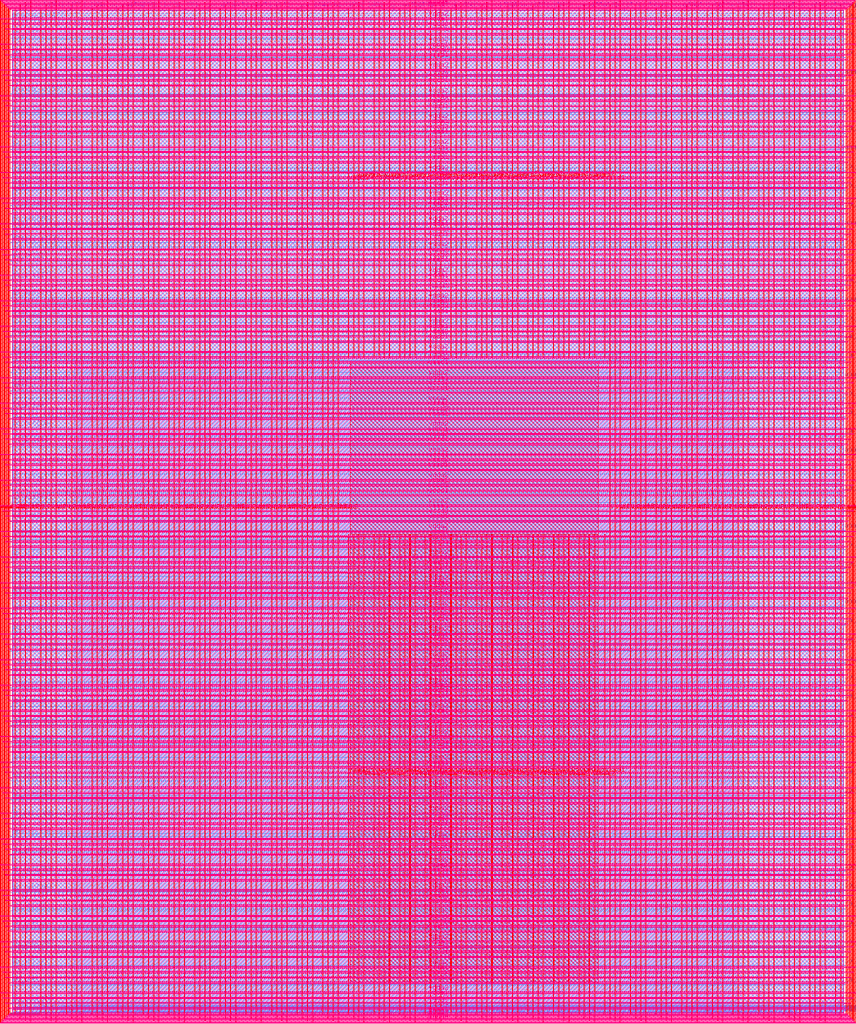
<source format=lef>
VERSION 5.7 ;
  NOWIREEXTENSIONATPIN ON ;
  DIVIDERCHAR "/" ;
  BUSBITCHARS "[]" ;
MACRO user_project_wrapper
  CLASS BLOCK ;
  FOREIGN user_project_wrapper ;
  ORIGIN 0.000 0.000 ;
  SIZE 2920.000 BY 3520.000 ;
  PIN analog_io[0]
    DIRECTION INOUT ;
    USE SIGNAL ;
    PORT
      LAYER met3 ;
        RECT 2917.600 1426.380 2924.800 1427.580 ;
    END
  END analog_io[0]
  PIN analog_io[10]
    DIRECTION INOUT ;
    USE SIGNAL ;
    PORT
      LAYER met2 ;
        RECT 2230.490 3517.600 2231.050 3524.800 ;
    END
  END analog_io[10]
  PIN analog_io[11]
    DIRECTION INOUT ;
    USE SIGNAL ;
    PORT
      LAYER met2 ;
        RECT 1905.730 3517.600 1906.290 3524.800 ;
    END
  END analog_io[11]
  PIN analog_io[12]
    DIRECTION INOUT ;
    USE SIGNAL ;
    PORT
      LAYER met2 ;
        RECT 1581.430 3517.600 1581.990 3524.800 ;
    END
  END analog_io[12]
  PIN analog_io[13]
    DIRECTION INOUT ;
    USE SIGNAL ;
    PORT
      LAYER met2 ;
        RECT 1257.130 3517.600 1257.690 3524.800 ;
    END
  END analog_io[13]
  PIN analog_io[14]
    DIRECTION INOUT ;
    USE SIGNAL ;
    PORT
      LAYER met2 ;
        RECT 932.370 3517.600 932.930 3524.800 ;
    END
  END analog_io[14]
  PIN analog_io[15]
    DIRECTION INOUT ;
    USE SIGNAL ;
    PORT
      LAYER met2 ;
        RECT 608.070 3517.600 608.630 3524.800 ;
    END
  END analog_io[15]
  PIN analog_io[16]
    DIRECTION INOUT ;
    USE SIGNAL ;
    PORT
      LAYER met2 ;
        RECT 283.770 3517.600 284.330 3524.800 ;
    END
  END analog_io[16]
  PIN analog_io[17]
    DIRECTION INOUT ;
    USE SIGNAL ;
    PORT
      LAYER met3 ;
        RECT -4.800 3486.100 2.400 3487.300 ;
    END
  END analog_io[17]
  PIN analog_io[18]
    DIRECTION INOUT ;
    USE SIGNAL ;
    PORT
      LAYER met3 ;
        RECT -4.800 3224.980 2.400 3226.180 ;
    END
  END analog_io[18]
  PIN analog_io[19]
    DIRECTION INOUT ;
    USE SIGNAL ;
    PORT
      LAYER met3 ;
        RECT -4.800 2964.540 2.400 2965.740 ;
    END
  END analog_io[19]
  PIN analog_io[1]
    DIRECTION INOUT ;
    USE SIGNAL ;
    PORT
      LAYER met3 ;
        RECT 2917.600 1692.260 2924.800 1693.460 ;
    END
  END analog_io[1]
  PIN analog_io[20]
    DIRECTION INOUT ;
    USE SIGNAL ;
    PORT
      LAYER met3 ;
        RECT -4.800 2703.420 2.400 2704.620 ;
    END
  END analog_io[20]
  PIN analog_io[21]
    DIRECTION INOUT ;
    USE SIGNAL ;
    PORT
      LAYER met3 ;
        RECT -4.800 2442.980 2.400 2444.180 ;
    END
  END analog_io[21]
  PIN analog_io[22]
    DIRECTION INOUT ;
    USE SIGNAL ;
    PORT
      LAYER met3 ;
        RECT -4.800 2182.540 2.400 2183.740 ;
    END
  END analog_io[22]
  PIN analog_io[23]
    DIRECTION INOUT ;
    USE SIGNAL ;
    PORT
      LAYER met3 ;
        RECT -4.800 1921.420 2.400 1922.620 ;
    END
  END analog_io[23]
  PIN analog_io[24]
    DIRECTION INOUT ;
    USE SIGNAL ;
    PORT
      LAYER met3 ;
        RECT -4.800 1660.980 2.400 1662.180 ;
    END
  END analog_io[24]
  PIN analog_io[25]
    DIRECTION INOUT ;
    USE SIGNAL ;
    PORT
      LAYER met3 ;
        RECT -4.800 1399.860 2.400 1401.060 ;
    END
  END analog_io[25]
  PIN analog_io[26]
    DIRECTION INOUT ;
    USE SIGNAL ;
    PORT
      LAYER met3 ;
        RECT -4.800 1139.420 2.400 1140.620 ;
    END
  END analog_io[26]
  PIN analog_io[27]
    DIRECTION INOUT ;
    USE SIGNAL ;
    PORT
      LAYER met3 ;
        RECT -4.800 878.980 2.400 880.180 ;
    END
  END analog_io[27]
  PIN analog_io[28]
    DIRECTION INOUT ;
    USE SIGNAL ;
    PORT
      LAYER met3 ;
        RECT -4.800 617.860 2.400 619.060 ;
    END
  END analog_io[28]
  PIN analog_io[2]
    DIRECTION INOUT ;
    USE SIGNAL ;
    PORT
      LAYER met3 ;
        RECT 2917.600 1958.140 2924.800 1959.340 ;
    END
  END analog_io[2]
  PIN analog_io[3]
    DIRECTION INOUT ;
    USE SIGNAL ;
    PORT
      LAYER met3 ;
        RECT 2917.600 2223.340 2924.800 2224.540 ;
    END
  END analog_io[3]
  PIN analog_io[4]
    DIRECTION INOUT ;
    USE SIGNAL ;
    PORT
      LAYER met3 ;
        RECT 2917.600 2489.220 2924.800 2490.420 ;
    END
  END analog_io[4]
  PIN analog_io[5]
    DIRECTION INOUT ;
    USE SIGNAL ;
    PORT
      LAYER met3 ;
        RECT 2917.600 2755.100 2924.800 2756.300 ;
    END
  END analog_io[5]
  PIN analog_io[6]
    DIRECTION INOUT ;
    USE SIGNAL ;
    PORT
      LAYER met3 ;
        RECT 2917.600 3020.300 2924.800 3021.500 ;
    END
  END analog_io[6]
  PIN analog_io[7]
    DIRECTION INOUT ;
    USE SIGNAL ;
    PORT
      LAYER met3 ;
        RECT 2917.600 3286.180 2924.800 3287.380 ;
    END
  END analog_io[7]
  PIN analog_io[8]
    DIRECTION INOUT ;
    USE SIGNAL ;
    PORT
      LAYER met2 ;
        RECT 2879.090 3517.600 2879.650 3524.800 ;
    END
  END analog_io[8]
  PIN analog_io[9]
    DIRECTION INOUT ;
    USE SIGNAL ;
    PORT
      LAYER met2 ;
        RECT 2554.790 3517.600 2555.350 3524.800 ;
    END
  END analog_io[9]
  PIN io_in[0]
    DIRECTION INPUT ;
    USE SIGNAL ;
    PORT
      LAYER met3 ;
        RECT 2917.600 32.380 2924.800 33.580 ;
    END
  END io_in[0]
  PIN io_in[10]
    DIRECTION INPUT ;
    USE SIGNAL ;
    PORT
      LAYER met3 ;
        RECT 2917.600 2289.980 2924.800 2291.180 ;
    END
  END io_in[10]
  PIN io_in[11]
    DIRECTION INPUT ;
    USE SIGNAL ;
    PORT
      LAYER met3 ;
        RECT 2917.600 2555.860 2924.800 2557.060 ;
    END
  END io_in[11]
  PIN io_in[12]
    DIRECTION INPUT ;
    USE SIGNAL ;
    PORT
      LAYER met3 ;
        RECT 2917.600 2821.060 2924.800 2822.260 ;
    END
  END io_in[12]
  PIN io_in[13]
    DIRECTION INPUT ;
    USE SIGNAL ;
    PORT
      LAYER met3 ;
        RECT 2917.600 3086.940 2924.800 3088.140 ;
    END
  END io_in[13]
  PIN io_in[14]
    DIRECTION INPUT ;
    USE SIGNAL ;
    PORT
      LAYER met3 ;
        RECT 2917.600 3352.820 2924.800 3354.020 ;
    END
  END io_in[14]
  PIN io_in[15]
    DIRECTION INPUT ;
    USE SIGNAL ;
    PORT
      LAYER met2 ;
        RECT 2798.130 3517.600 2798.690 3524.800 ;
    END
  END io_in[15]
  PIN io_in[16]
    DIRECTION INPUT ;
    USE SIGNAL ;
    PORT
      LAYER met2 ;
        RECT 2473.830 3517.600 2474.390 3524.800 ;
    END
  END io_in[16]
  PIN io_in[17]
    DIRECTION INPUT ;
    USE SIGNAL ;
    PORT
      LAYER met2 ;
        RECT 2149.070 3517.600 2149.630 3524.800 ;
    END
  END io_in[17]
  PIN io_in[18]
    DIRECTION INPUT ;
    USE SIGNAL ;
    PORT
      LAYER met2 ;
        RECT 1824.770 3517.600 1825.330 3524.800 ;
    END
  END io_in[18]
  PIN io_in[19]
    DIRECTION INPUT ;
    USE SIGNAL ;
    PORT
      LAYER met2 ;
        RECT 1500.470 3517.600 1501.030 3524.800 ;
    END
  END io_in[19]
  PIN io_in[1]
    DIRECTION INPUT ;
    USE SIGNAL ;
    PORT
      LAYER met3 ;
        RECT 2917.600 230.940 2924.800 232.140 ;
    END
  END io_in[1]
  PIN io_in[20]
    DIRECTION INPUT ;
    USE SIGNAL ;
    PORT
      LAYER met2 ;
        RECT 1175.710 3517.600 1176.270 3524.800 ;
    END
  END io_in[20]
  PIN io_in[21]
    DIRECTION INPUT ;
    USE SIGNAL ;
    PORT
      LAYER met2 ;
        RECT 851.410 3517.600 851.970 3524.800 ;
    END
  END io_in[21]
  PIN io_in[22]
    DIRECTION INPUT ;
    USE SIGNAL ;
    PORT
      LAYER met2 ;
        RECT 527.110 3517.600 527.670 3524.800 ;
    END
  END io_in[22]
  PIN io_in[23]
    DIRECTION INPUT ;
    USE SIGNAL ;
    PORT
      LAYER met2 ;
        RECT 202.350 3517.600 202.910 3524.800 ;
    END
  END io_in[23]
  PIN io_in[24]
    DIRECTION INPUT ;
    USE SIGNAL ;
    PORT
      LAYER met3 ;
        RECT -4.800 3420.820 2.400 3422.020 ;
    END
  END io_in[24]
  PIN io_in[25]
    DIRECTION INPUT ;
    USE SIGNAL ;
    PORT
      LAYER met3 ;
        RECT -4.800 3159.700 2.400 3160.900 ;
    END
  END io_in[25]
  PIN io_in[26]
    DIRECTION INPUT ;
    USE SIGNAL ;
    PORT
      LAYER met3 ;
        RECT -4.800 2899.260 2.400 2900.460 ;
    END
  END io_in[26]
  PIN io_in[27]
    DIRECTION INPUT ;
    USE SIGNAL ;
    PORT
      LAYER met3 ;
        RECT -4.800 2638.820 2.400 2640.020 ;
    END
  END io_in[27]
  PIN io_in[28]
    DIRECTION INPUT ;
    USE SIGNAL ;
    PORT
      LAYER met3 ;
        RECT -4.800 2377.700 2.400 2378.900 ;
    END
  END io_in[28]
  PIN io_in[29]
    DIRECTION INPUT ;
    USE SIGNAL ;
    PORT
      LAYER met3 ;
        RECT -4.800 2117.260 2.400 2118.460 ;
    END
  END io_in[29]
  PIN io_in[2]
    DIRECTION INPUT ;
    USE SIGNAL ;
    PORT
      LAYER met3 ;
        RECT 2917.600 430.180 2924.800 431.380 ;
    END
  END io_in[2]
  PIN io_in[30]
    DIRECTION INPUT ;
    USE SIGNAL ;
    PORT
      LAYER met3 ;
        RECT -4.800 1856.140 2.400 1857.340 ;
    END
  END io_in[30]
  PIN io_in[31]
    DIRECTION INPUT ;
    USE SIGNAL ;
    PORT
      LAYER met3 ;
        RECT -4.800 1595.700 2.400 1596.900 ;
    END
  END io_in[31]
  PIN io_in[32]
    DIRECTION INPUT ;
    USE SIGNAL ;
    PORT
      LAYER met3 ;
        RECT -4.800 1335.260 2.400 1336.460 ;
    END
  END io_in[32]
  PIN io_in[33]
    DIRECTION INPUT ;
    USE SIGNAL ;
    PORT
      LAYER met3 ;
        RECT -4.800 1074.140 2.400 1075.340 ;
    END
  END io_in[33]
  PIN io_in[34]
    DIRECTION INPUT ;
    USE SIGNAL ;
    PORT
      LAYER met3 ;
        RECT -4.800 813.700 2.400 814.900 ;
    END
  END io_in[34]
  PIN io_in[35]
    DIRECTION INPUT ;
    USE SIGNAL ;
    PORT
      LAYER met3 ;
        RECT -4.800 552.580 2.400 553.780 ;
    END
  END io_in[35]
  PIN io_in[36]
    DIRECTION INPUT ;
    USE SIGNAL ;
    PORT
      LAYER met3 ;
        RECT -4.800 357.420 2.400 358.620 ;
    END
  END io_in[36]
  PIN io_in[37]
    DIRECTION INPUT ;
    USE SIGNAL ;
    PORT
      LAYER met3 ;
        RECT -4.800 161.580 2.400 162.780 ;
    END
  END io_in[37]
  PIN io_in[3]
    DIRECTION INPUT ;
    USE SIGNAL ;
    PORT
      LAYER met3 ;
        RECT 2917.600 629.420 2924.800 630.620 ;
    END
  END io_in[3]
  PIN io_in[4]
    DIRECTION INPUT ;
    USE SIGNAL ;
    PORT
      LAYER met3 ;
        RECT 2917.600 828.660 2924.800 829.860 ;
    END
  END io_in[4]
  PIN io_in[5]
    DIRECTION INPUT ;
    USE SIGNAL ;
    PORT
      LAYER met3 ;
        RECT 2917.600 1027.900 2924.800 1029.100 ;
    END
  END io_in[5]
  PIN io_in[6]
    DIRECTION INPUT ;
    USE SIGNAL ;
    PORT
      LAYER met3 ;
        RECT 2917.600 1227.140 2924.800 1228.340 ;
    END
  END io_in[6]
  PIN io_in[7]
    DIRECTION INPUT ;
    USE SIGNAL ;
    PORT
      LAYER met3 ;
        RECT 2917.600 1493.020 2924.800 1494.220 ;
    END
  END io_in[7]
  PIN io_in[8]
    DIRECTION INPUT ;
    USE SIGNAL ;
    PORT
      LAYER met3 ;
        RECT 2917.600 1758.900 2924.800 1760.100 ;
    END
  END io_in[8]
  PIN io_in[9]
    DIRECTION INPUT ;
    USE SIGNAL ;
    PORT
      LAYER met3 ;
        RECT 2917.600 2024.100 2924.800 2025.300 ;
    END
  END io_in[9]
  PIN io_oeb[0]
    DIRECTION OUTPUT TRISTATE ;
    USE SIGNAL ;
    PORT
      LAYER met3 ;
        RECT 2917.600 164.980 2924.800 166.180 ;
    END
  END io_oeb[0]
  PIN io_oeb[10]
    DIRECTION OUTPUT TRISTATE ;
    USE SIGNAL ;
    PORT
      LAYER met3 ;
        RECT 2917.600 2422.580 2924.800 2423.780 ;
    END
  END io_oeb[10]
  PIN io_oeb[11]
    DIRECTION OUTPUT TRISTATE ;
    USE SIGNAL ;
    PORT
      LAYER met3 ;
        RECT 2917.600 2688.460 2924.800 2689.660 ;
    END
  END io_oeb[11]
  PIN io_oeb[12]
    DIRECTION OUTPUT TRISTATE ;
    USE SIGNAL ;
    PORT
      LAYER met3 ;
        RECT 2917.600 2954.340 2924.800 2955.540 ;
    END
  END io_oeb[12]
  PIN io_oeb[13]
    DIRECTION OUTPUT TRISTATE ;
    USE SIGNAL ;
    PORT
      LAYER met3 ;
        RECT 2917.600 3219.540 2924.800 3220.740 ;
    END
  END io_oeb[13]
  PIN io_oeb[14]
    DIRECTION OUTPUT TRISTATE ;
    USE SIGNAL ;
    PORT
      LAYER met3 ;
        RECT 2917.600 3485.420 2924.800 3486.620 ;
    END
  END io_oeb[14]
  PIN io_oeb[15]
    DIRECTION OUTPUT TRISTATE ;
    USE SIGNAL ;
    PORT
      LAYER met2 ;
        RECT 2635.750 3517.600 2636.310 3524.800 ;
    END
  END io_oeb[15]
  PIN io_oeb[16]
    DIRECTION OUTPUT TRISTATE ;
    USE SIGNAL ;
    PORT
      LAYER met2 ;
        RECT 2311.450 3517.600 2312.010 3524.800 ;
    END
  END io_oeb[16]
  PIN io_oeb[17]
    DIRECTION OUTPUT TRISTATE ;
    USE SIGNAL ;
    PORT
      LAYER met2 ;
        RECT 1987.150 3517.600 1987.710 3524.800 ;
    END
  END io_oeb[17]
  PIN io_oeb[18]
    DIRECTION OUTPUT TRISTATE ;
    USE SIGNAL ;
    PORT
      LAYER met2 ;
        RECT 1662.390 3517.600 1662.950 3524.800 ;
    END
  END io_oeb[18]
  PIN io_oeb[19]
    DIRECTION OUTPUT TRISTATE ;
    USE SIGNAL ;
    PORT
      LAYER met2 ;
        RECT 1338.090 3517.600 1338.650 3524.800 ;
    END
  END io_oeb[19]
  PIN io_oeb[1]
    DIRECTION OUTPUT TRISTATE ;
    USE SIGNAL ;
    PORT
      LAYER met3 ;
        RECT 2917.600 364.220 2924.800 365.420 ;
    END
  END io_oeb[1]
  PIN io_oeb[20]
    DIRECTION OUTPUT TRISTATE ;
    USE SIGNAL ;
    PORT
      LAYER met2 ;
        RECT 1013.790 3517.600 1014.350 3524.800 ;
    END
  END io_oeb[20]
  PIN io_oeb[21]
    DIRECTION OUTPUT TRISTATE ;
    USE SIGNAL ;
    PORT
      LAYER met2 ;
        RECT 689.030 3517.600 689.590 3524.800 ;
    END
  END io_oeb[21]
  PIN io_oeb[22]
    DIRECTION OUTPUT TRISTATE ;
    USE SIGNAL ;
    PORT
      LAYER met2 ;
        RECT 364.730 3517.600 365.290 3524.800 ;
    END
  END io_oeb[22]
  PIN io_oeb[23]
    DIRECTION OUTPUT TRISTATE ;
    USE SIGNAL ;
    PORT
      LAYER met2 ;
        RECT 40.430 3517.600 40.990 3524.800 ;
    END
  END io_oeb[23]
  PIN io_oeb[24]
    DIRECTION OUTPUT TRISTATE ;
    USE SIGNAL ;
    PORT
      LAYER met3 ;
        RECT -4.800 3290.260 2.400 3291.460 ;
    END
  END io_oeb[24]
  PIN io_oeb[25]
    DIRECTION OUTPUT TRISTATE ;
    USE SIGNAL ;
    PORT
      LAYER met3 ;
        RECT -4.800 3029.820 2.400 3031.020 ;
    END
  END io_oeb[25]
  PIN io_oeb[26]
    DIRECTION OUTPUT TRISTATE ;
    USE SIGNAL ;
    PORT
      LAYER met3 ;
        RECT -4.800 2768.700 2.400 2769.900 ;
    END
  END io_oeb[26]
  PIN io_oeb[27]
    DIRECTION OUTPUT TRISTATE ;
    USE SIGNAL ;
    PORT
      LAYER met3 ;
        RECT -4.800 2508.260 2.400 2509.460 ;
    END
  END io_oeb[27]
  PIN io_oeb[28]
    DIRECTION OUTPUT TRISTATE ;
    USE SIGNAL ;
    PORT
      LAYER met3 ;
        RECT -4.800 2247.140 2.400 2248.340 ;
    END
  END io_oeb[28]
  PIN io_oeb[29]
    DIRECTION OUTPUT TRISTATE ;
    USE SIGNAL ;
    PORT
      LAYER met3 ;
        RECT -4.800 1986.700 2.400 1987.900 ;
    END
  END io_oeb[29]
  PIN io_oeb[2]
    DIRECTION OUTPUT TRISTATE ;
    USE SIGNAL ;
    PORT
      LAYER met3 ;
        RECT 2917.600 563.460 2924.800 564.660 ;
    END
  END io_oeb[2]
  PIN io_oeb[30]
    DIRECTION OUTPUT TRISTATE ;
    USE SIGNAL ;
    PORT
      LAYER met3 ;
        RECT -4.800 1726.260 2.400 1727.460 ;
    END
  END io_oeb[30]
  PIN io_oeb[31]
    DIRECTION OUTPUT TRISTATE ;
    USE SIGNAL ;
    PORT
      LAYER met3 ;
        RECT -4.800 1465.140 2.400 1466.340 ;
    END
  END io_oeb[31]
  PIN io_oeb[32]
    DIRECTION OUTPUT TRISTATE ;
    USE SIGNAL ;
    PORT
      LAYER met3 ;
        RECT -4.800 1204.700 2.400 1205.900 ;
    END
  END io_oeb[32]
  PIN io_oeb[33]
    DIRECTION OUTPUT TRISTATE ;
    USE SIGNAL ;
    PORT
      LAYER met3 ;
        RECT -4.800 943.580 2.400 944.780 ;
    END
  END io_oeb[33]
  PIN io_oeb[34]
    DIRECTION OUTPUT TRISTATE ;
    USE SIGNAL ;
    PORT
      LAYER met3 ;
        RECT -4.800 683.140 2.400 684.340 ;
    END
  END io_oeb[34]
  PIN io_oeb[35]
    DIRECTION OUTPUT TRISTATE ;
    USE SIGNAL ;
    PORT
      LAYER met3 ;
        RECT -4.800 422.700 2.400 423.900 ;
    END
  END io_oeb[35]
  PIN io_oeb[36]
    DIRECTION OUTPUT TRISTATE ;
    USE SIGNAL ;
    PORT
      LAYER met3 ;
        RECT -4.800 226.860 2.400 228.060 ;
    END
  END io_oeb[36]
  PIN io_oeb[37]
    DIRECTION OUTPUT TRISTATE ;
    USE SIGNAL ;
    PORT
      LAYER met3 ;
        RECT -4.800 31.700 2.400 32.900 ;
    END
  END io_oeb[37]
  PIN io_oeb[3]
    DIRECTION OUTPUT TRISTATE ;
    USE SIGNAL ;
    PORT
      LAYER met3 ;
        RECT 2917.600 762.700 2924.800 763.900 ;
    END
  END io_oeb[3]
  PIN io_oeb[4]
    DIRECTION OUTPUT TRISTATE ;
    USE SIGNAL ;
    PORT
      LAYER met3 ;
        RECT 2917.600 961.940 2924.800 963.140 ;
    END
  END io_oeb[4]
  PIN io_oeb[5]
    DIRECTION OUTPUT TRISTATE ;
    USE SIGNAL ;
    PORT
      LAYER met3 ;
        RECT 2917.600 1161.180 2924.800 1162.380 ;
    END
  END io_oeb[5]
  PIN io_oeb[6]
    DIRECTION OUTPUT TRISTATE ;
    USE SIGNAL ;
    PORT
      LAYER met3 ;
        RECT 2917.600 1360.420 2924.800 1361.620 ;
    END
  END io_oeb[6]
  PIN io_oeb[7]
    DIRECTION OUTPUT TRISTATE ;
    USE SIGNAL ;
    PORT
      LAYER met3 ;
        RECT 2917.600 1625.620 2924.800 1626.820 ;
    END
  END io_oeb[7]
  PIN io_oeb[8]
    DIRECTION OUTPUT TRISTATE ;
    USE SIGNAL ;
    PORT
      LAYER met3 ;
        RECT 2917.600 1891.500 2924.800 1892.700 ;
    END
  END io_oeb[8]
  PIN io_oeb[9]
    DIRECTION OUTPUT TRISTATE ;
    USE SIGNAL ;
    PORT
      LAYER met3 ;
        RECT 2917.600 2157.380 2924.800 2158.580 ;
    END
  END io_oeb[9]
  PIN io_out[0]
    DIRECTION OUTPUT TRISTATE ;
    USE SIGNAL ;
    PORT
      LAYER met3 ;
        RECT 2917.600 98.340 2924.800 99.540 ;
    END
  END io_out[0]
  PIN io_out[10]
    DIRECTION OUTPUT TRISTATE ;
    USE SIGNAL ;
    PORT
      LAYER met3 ;
        RECT 2917.600 2356.620 2924.800 2357.820 ;
    END
  END io_out[10]
  PIN io_out[11]
    DIRECTION OUTPUT TRISTATE ;
    USE SIGNAL ;
    PORT
      LAYER met3 ;
        RECT 2917.600 2621.820 2924.800 2623.020 ;
    END
  END io_out[11]
  PIN io_out[12]
    DIRECTION OUTPUT TRISTATE ;
    USE SIGNAL ;
    PORT
      LAYER met3 ;
        RECT 2917.600 2887.700 2924.800 2888.900 ;
    END
  END io_out[12]
  PIN io_out[13]
    DIRECTION OUTPUT TRISTATE ;
    USE SIGNAL ;
    PORT
      LAYER met3 ;
        RECT 2917.600 3153.580 2924.800 3154.780 ;
    END
  END io_out[13]
  PIN io_out[14]
    DIRECTION OUTPUT TRISTATE ;
    USE SIGNAL ;
    PORT
      LAYER met3 ;
        RECT 2917.600 3418.780 2924.800 3419.980 ;
    END
  END io_out[14]
  PIN io_out[15]
    DIRECTION OUTPUT TRISTATE ;
    USE SIGNAL ;
    PORT
      LAYER met2 ;
        RECT 2717.170 3517.600 2717.730 3524.800 ;
    END
  END io_out[15]
  PIN io_out[16]
    DIRECTION OUTPUT TRISTATE ;
    USE SIGNAL ;
    PORT
      LAYER met2 ;
        RECT 2392.410 3517.600 2392.970 3524.800 ;
    END
  END io_out[16]
  PIN io_out[17]
    DIRECTION OUTPUT TRISTATE ;
    USE SIGNAL ;
    PORT
      LAYER met2 ;
        RECT 2068.110 3517.600 2068.670 3524.800 ;
    END
  END io_out[17]
  PIN io_out[18]
    DIRECTION OUTPUT TRISTATE ;
    USE SIGNAL ;
    PORT
      LAYER met2 ;
        RECT 1743.810 3517.600 1744.370 3524.800 ;
    END
  END io_out[18]
  PIN io_out[19]
    DIRECTION OUTPUT TRISTATE ;
    USE SIGNAL ;
    PORT
      LAYER met2 ;
        RECT 1419.050 3517.600 1419.610 3524.800 ;
    END
  END io_out[19]
  PIN io_out[1]
    DIRECTION OUTPUT TRISTATE ;
    USE SIGNAL ;
    PORT
      LAYER met3 ;
        RECT 2917.600 297.580 2924.800 298.780 ;
    END
  END io_out[1]
  PIN io_out[20]
    DIRECTION OUTPUT TRISTATE ;
    USE SIGNAL ;
    PORT
      LAYER met2 ;
        RECT 1094.750 3517.600 1095.310 3524.800 ;
    END
  END io_out[20]
  PIN io_out[21]
    DIRECTION OUTPUT TRISTATE ;
    USE SIGNAL ;
    PORT
      LAYER met2 ;
        RECT 770.450 3517.600 771.010 3524.800 ;
    END
  END io_out[21]
  PIN io_out[22]
    DIRECTION OUTPUT TRISTATE ;
    USE SIGNAL ;
    PORT
      LAYER met2 ;
        RECT 445.690 3517.600 446.250 3524.800 ;
    END
  END io_out[22]
  PIN io_out[23]
    DIRECTION OUTPUT TRISTATE ;
    USE SIGNAL ;
    PORT
      LAYER met2 ;
        RECT 121.390 3517.600 121.950 3524.800 ;
    END
  END io_out[23]
  PIN io_out[24]
    DIRECTION OUTPUT TRISTATE ;
    USE SIGNAL ;
    PORT
      LAYER met3 ;
        RECT -4.800 3355.540 2.400 3356.740 ;
    END
  END io_out[24]
  PIN io_out[25]
    DIRECTION OUTPUT TRISTATE ;
    USE SIGNAL ;
    PORT
      LAYER met3 ;
        RECT -4.800 3095.100 2.400 3096.300 ;
    END
  END io_out[25]
  PIN io_out[26]
    DIRECTION OUTPUT TRISTATE ;
    USE SIGNAL ;
    PORT
      LAYER met3 ;
        RECT -4.800 2833.980 2.400 2835.180 ;
    END
  END io_out[26]
  PIN io_out[27]
    DIRECTION OUTPUT TRISTATE ;
    USE SIGNAL ;
    PORT
      LAYER met3 ;
        RECT -4.800 2573.540 2.400 2574.740 ;
    END
  END io_out[27]
  PIN io_out[28]
    DIRECTION OUTPUT TRISTATE ;
    USE SIGNAL ;
    PORT
      LAYER met3 ;
        RECT -4.800 2312.420 2.400 2313.620 ;
    END
  END io_out[28]
  PIN io_out[29]
    DIRECTION OUTPUT TRISTATE ;
    USE SIGNAL ;
    PORT
      LAYER met3 ;
        RECT -4.800 2051.980 2.400 2053.180 ;
    END
  END io_out[29]
  PIN io_out[2]
    DIRECTION OUTPUT TRISTATE ;
    USE SIGNAL ;
    PORT
      LAYER met3 ;
        RECT 2917.600 496.820 2924.800 498.020 ;
    END
  END io_out[2]
  PIN io_out[30]
    DIRECTION OUTPUT TRISTATE ;
    USE SIGNAL ;
    PORT
      LAYER met3 ;
        RECT -4.800 1791.540 2.400 1792.740 ;
    END
  END io_out[30]
  PIN io_out[31]
    DIRECTION OUTPUT TRISTATE ;
    USE SIGNAL ;
    PORT
      LAYER met3 ;
        RECT -4.800 1530.420 2.400 1531.620 ;
    END
  END io_out[31]
  PIN io_out[32]
    DIRECTION OUTPUT TRISTATE ;
    USE SIGNAL ;
    PORT
      LAYER met3 ;
        RECT -4.800 1269.980 2.400 1271.180 ;
    END
  END io_out[32]
  PIN io_out[33]
    DIRECTION OUTPUT TRISTATE ;
    USE SIGNAL ;
    PORT
      LAYER met3 ;
        RECT -4.800 1008.860 2.400 1010.060 ;
    END
  END io_out[33]
  PIN io_out[34]
    DIRECTION OUTPUT TRISTATE ;
    USE SIGNAL ;
    PORT
      LAYER met3 ;
        RECT -4.800 748.420 2.400 749.620 ;
    END
  END io_out[34]
  PIN io_out[35]
    DIRECTION OUTPUT TRISTATE ;
    USE SIGNAL ;
    PORT
      LAYER met3 ;
        RECT -4.800 487.300 2.400 488.500 ;
    END
  END io_out[35]
  PIN io_out[36]
    DIRECTION OUTPUT TRISTATE ;
    USE SIGNAL ;
    PORT
      LAYER met3 ;
        RECT -4.800 292.140 2.400 293.340 ;
    END
  END io_out[36]
  PIN io_out[37]
    DIRECTION OUTPUT TRISTATE ;
    USE SIGNAL ;
    PORT
      LAYER met3 ;
        RECT -4.800 96.300 2.400 97.500 ;
    END
  END io_out[37]
  PIN io_out[3]
    DIRECTION OUTPUT TRISTATE ;
    USE SIGNAL ;
    PORT
      LAYER met3 ;
        RECT 2917.600 696.060 2924.800 697.260 ;
    END
  END io_out[3]
  PIN io_out[4]
    DIRECTION OUTPUT TRISTATE ;
    USE SIGNAL ;
    PORT
      LAYER met3 ;
        RECT 2917.600 895.300 2924.800 896.500 ;
    END
  END io_out[4]
  PIN io_out[5]
    DIRECTION OUTPUT TRISTATE ;
    USE SIGNAL ;
    PORT
      LAYER met3 ;
        RECT 2917.600 1094.540 2924.800 1095.740 ;
    END
  END io_out[5]
  PIN io_out[6]
    DIRECTION OUTPUT TRISTATE ;
    USE SIGNAL ;
    PORT
      LAYER met3 ;
        RECT 2917.600 1293.780 2924.800 1294.980 ;
    END
  END io_out[6]
  PIN io_out[7]
    DIRECTION OUTPUT TRISTATE ;
    USE SIGNAL ;
    PORT
      LAYER met3 ;
        RECT 2917.600 1559.660 2924.800 1560.860 ;
    END
  END io_out[7]
  PIN io_out[8]
    DIRECTION OUTPUT TRISTATE ;
    USE SIGNAL ;
    PORT
      LAYER met3 ;
        RECT 2917.600 1824.860 2924.800 1826.060 ;
    END
  END io_out[8]
  PIN io_out[9]
    DIRECTION OUTPUT TRISTATE ;
    USE SIGNAL ;
    PORT
      LAYER met3 ;
        RECT 2917.600 2090.740 2924.800 2091.940 ;
    END
  END io_out[9]
  PIN la_data_in[0]
    DIRECTION INPUT ;
    USE SIGNAL ;
    PORT
      LAYER met2 ;
        RECT 629.230 -4.800 629.790 2.400 ;
    END
  END la_data_in[0]
  PIN la_data_in[100]
    DIRECTION INPUT ;
    USE SIGNAL ;
    PORT
      LAYER met2 ;
        RECT 2402.530 -4.800 2403.090 2.400 ;
    END
  END la_data_in[100]
  PIN la_data_in[101]
    DIRECTION INPUT ;
    USE SIGNAL ;
    PORT
      LAYER met2 ;
        RECT 2420.010 -4.800 2420.570 2.400 ;
    END
  END la_data_in[101]
  PIN la_data_in[102]
    DIRECTION INPUT ;
    USE SIGNAL ;
    PORT
      LAYER met2 ;
        RECT 2437.950 -4.800 2438.510 2.400 ;
    END
  END la_data_in[102]
  PIN la_data_in[103]
    DIRECTION INPUT ;
    USE SIGNAL ;
    PORT
      LAYER met2 ;
        RECT 2455.430 -4.800 2455.990 2.400 ;
    END
  END la_data_in[103]
  PIN la_data_in[104]
    DIRECTION INPUT ;
    USE SIGNAL ;
    PORT
      LAYER met2 ;
        RECT 2473.370 -4.800 2473.930 2.400 ;
    END
  END la_data_in[104]
  PIN la_data_in[105]
    DIRECTION INPUT ;
    USE SIGNAL ;
    PORT
      LAYER met2 ;
        RECT 2490.850 -4.800 2491.410 2.400 ;
    END
  END la_data_in[105]
  PIN la_data_in[106]
    DIRECTION INPUT ;
    USE SIGNAL ;
    PORT
      LAYER met2 ;
        RECT 2508.790 -4.800 2509.350 2.400 ;
    END
  END la_data_in[106]
  PIN la_data_in[107]
    DIRECTION INPUT ;
    USE SIGNAL ;
    PORT
      LAYER met2 ;
        RECT 2526.730 -4.800 2527.290 2.400 ;
    END
  END la_data_in[107]
  PIN la_data_in[108]
    DIRECTION INPUT ;
    USE SIGNAL ;
    PORT
      LAYER met2 ;
        RECT 2544.210 -4.800 2544.770 2.400 ;
    END
  END la_data_in[108]
  PIN la_data_in[109]
    DIRECTION INPUT ;
    USE SIGNAL ;
    PORT
      LAYER met2 ;
        RECT 2562.150 -4.800 2562.710 2.400 ;
    END
  END la_data_in[109]
  PIN la_data_in[10]
    DIRECTION INPUT ;
    USE SIGNAL ;
    PORT
      LAYER met2 ;
        RECT 806.330 -4.800 806.890 2.400 ;
    END
  END la_data_in[10]
  PIN la_data_in[110]
    DIRECTION INPUT ;
    USE SIGNAL ;
    PORT
      LAYER met2 ;
        RECT 2579.630 -4.800 2580.190 2.400 ;
    END
  END la_data_in[110]
  PIN la_data_in[111]
    DIRECTION INPUT ;
    USE SIGNAL ;
    PORT
      LAYER met2 ;
        RECT 2597.570 -4.800 2598.130 2.400 ;
    END
  END la_data_in[111]
  PIN la_data_in[112]
    DIRECTION INPUT ;
    USE SIGNAL ;
    PORT
      LAYER met2 ;
        RECT 2615.050 -4.800 2615.610 2.400 ;
    END
  END la_data_in[112]
  PIN la_data_in[113]
    DIRECTION INPUT ;
    USE SIGNAL ;
    PORT
      LAYER met2 ;
        RECT 2632.990 -4.800 2633.550 2.400 ;
    END
  END la_data_in[113]
  PIN la_data_in[114]
    DIRECTION INPUT ;
    USE SIGNAL ;
    PORT
      LAYER met2 ;
        RECT 2650.470 -4.800 2651.030 2.400 ;
    END
  END la_data_in[114]
  PIN la_data_in[115]
    DIRECTION INPUT ;
    USE SIGNAL ;
    PORT
      LAYER met2 ;
        RECT 2668.410 -4.800 2668.970 2.400 ;
    END
  END la_data_in[115]
  PIN la_data_in[116]
    DIRECTION INPUT ;
    USE SIGNAL ;
    PORT
      LAYER met2 ;
        RECT 2685.890 -4.800 2686.450 2.400 ;
    END
  END la_data_in[116]
  PIN la_data_in[117]
    DIRECTION INPUT ;
    USE SIGNAL ;
    PORT
      LAYER met2 ;
        RECT 2703.830 -4.800 2704.390 2.400 ;
    END
  END la_data_in[117]
  PIN la_data_in[118]
    DIRECTION INPUT ;
    USE SIGNAL ;
    PORT
      LAYER met2 ;
        RECT 2721.770 -4.800 2722.330 2.400 ;
    END
  END la_data_in[118]
  PIN la_data_in[119]
    DIRECTION INPUT ;
    USE SIGNAL ;
    PORT
      LAYER met2 ;
        RECT 2739.250 -4.800 2739.810 2.400 ;
    END
  END la_data_in[119]
  PIN la_data_in[11]
    DIRECTION INPUT ;
    USE SIGNAL ;
    PORT
      LAYER met2 ;
        RECT 824.270 -4.800 824.830 2.400 ;
    END
  END la_data_in[11]
  PIN la_data_in[120]
    DIRECTION INPUT ;
    USE SIGNAL ;
    PORT
      LAYER met2 ;
        RECT 2757.190 -4.800 2757.750 2.400 ;
    END
  END la_data_in[120]
  PIN la_data_in[121]
    DIRECTION INPUT ;
    USE SIGNAL ;
    PORT
      LAYER met2 ;
        RECT 2774.670 -4.800 2775.230 2.400 ;
    END
  END la_data_in[121]
  PIN la_data_in[122]
    DIRECTION INPUT ;
    USE SIGNAL ;
    PORT
      LAYER met2 ;
        RECT 2792.610 -4.800 2793.170 2.400 ;
    END
  END la_data_in[122]
  PIN la_data_in[123]
    DIRECTION INPUT ;
    USE SIGNAL ;
    PORT
      LAYER met2 ;
        RECT 2810.090 -4.800 2810.650 2.400 ;
    END
  END la_data_in[123]
  PIN la_data_in[124]
    DIRECTION INPUT ;
    USE SIGNAL ;
    PORT
      LAYER met2 ;
        RECT 2828.030 -4.800 2828.590 2.400 ;
    END
  END la_data_in[124]
  PIN la_data_in[125]
    DIRECTION INPUT ;
    USE SIGNAL ;
    PORT
      LAYER met2 ;
        RECT 2845.510 -4.800 2846.070 2.400 ;
    END
  END la_data_in[125]
  PIN la_data_in[126]
    DIRECTION INPUT ;
    USE SIGNAL ;
    PORT
      LAYER met2 ;
        RECT 2863.450 -4.800 2864.010 2.400 ;
    END
  END la_data_in[126]
  PIN la_data_in[127]
    DIRECTION INPUT ;
    USE SIGNAL ;
    PORT
      LAYER met2 ;
        RECT 2881.390 -4.800 2881.950 2.400 ;
    END
  END la_data_in[127]
  PIN la_data_in[12]
    DIRECTION INPUT ;
    USE SIGNAL ;
    PORT
      LAYER met2 ;
        RECT 841.750 -4.800 842.310 2.400 ;
    END
  END la_data_in[12]
  PIN la_data_in[13]
    DIRECTION INPUT ;
    USE SIGNAL ;
    PORT
      LAYER met2 ;
        RECT 859.690 -4.800 860.250 2.400 ;
    END
  END la_data_in[13]
  PIN la_data_in[14]
    DIRECTION INPUT ;
    USE SIGNAL ;
    PORT
      LAYER met2 ;
        RECT 877.170 -4.800 877.730 2.400 ;
    END
  END la_data_in[14]
  PIN la_data_in[15]
    DIRECTION INPUT ;
    USE SIGNAL ;
    PORT
      LAYER met2 ;
        RECT 895.110 -4.800 895.670 2.400 ;
    END
  END la_data_in[15]
  PIN la_data_in[16]
    DIRECTION INPUT ;
    USE SIGNAL ;
    PORT
      LAYER met2 ;
        RECT 912.590 -4.800 913.150 2.400 ;
    END
  END la_data_in[16]
  PIN la_data_in[17]
    DIRECTION INPUT ;
    USE SIGNAL ;
    PORT
      LAYER met2 ;
        RECT 930.530 -4.800 931.090 2.400 ;
    END
  END la_data_in[17]
  PIN la_data_in[18]
    DIRECTION INPUT ;
    USE SIGNAL ;
    PORT
      LAYER met2 ;
        RECT 948.470 -4.800 949.030 2.400 ;
    END
  END la_data_in[18]
  PIN la_data_in[19]
    DIRECTION INPUT ;
    USE SIGNAL ;
    PORT
      LAYER met2 ;
        RECT 965.950 -4.800 966.510 2.400 ;
    END
  END la_data_in[19]
  PIN la_data_in[1]
    DIRECTION INPUT ;
    USE SIGNAL ;
    PORT
      LAYER met2 ;
        RECT 646.710 -4.800 647.270 2.400 ;
    END
  END la_data_in[1]
  PIN la_data_in[20]
    DIRECTION INPUT ;
    USE SIGNAL ;
    PORT
      LAYER met2 ;
        RECT 983.890 -4.800 984.450 2.400 ;
    END
  END la_data_in[20]
  PIN la_data_in[21]
    DIRECTION INPUT ;
    USE SIGNAL ;
    PORT
      LAYER met2 ;
        RECT 1001.370 -4.800 1001.930 2.400 ;
    END
  END la_data_in[21]
  PIN la_data_in[22]
    DIRECTION INPUT ;
    USE SIGNAL ;
    PORT
      LAYER met2 ;
        RECT 1019.310 -4.800 1019.870 2.400 ;
    END
  END la_data_in[22]
  PIN la_data_in[23]
    DIRECTION INPUT ;
    USE SIGNAL ;
    PORT
      LAYER met2 ;
        RECT 1036.790 -4.800 1037.350 2.400 ;
    END
  END la_data_in[23]
  PIN la_data_in[24]
    DIRECTION INPUT ;
    USE SIGNAL ;
    PORT
      LAYER met2 ;
        RECT 1054.730 -4.800 1055.290 2.400 ;
    END
  END la_data_in[24]
  PIN la_data_in[25]
    DIRECTION INPUT ;
    USE SIGNAL ;
    PORT
      LAYER met2 ;
        RECT 1072.210 -4.800 1072.770 2.400 ;
    END
  END la_data_in[25]
  PIN la_data_in[26]
    DIRECTION INPUT ;
    USE SIGNAL ;
    PORT
      LAYER met2 ;
        RECT 1090.150 -4.800 1090.710 2.400 ;
    END
  END la_data_in[26]
  PIN la_data_in[27]
    DIRECTION INPUT ;
    USE SIGNAL ;
    PORT
      LAYER met2 ;
        RECT 1107.630 -4.800 1108.190 2.400 ;
    END
  END la_data_in[27]
  PIN la_data_in[28]
    DIRECTION INPUT ;
    USE SIGNAL ;
    PORT
      LAYER met2 ;
        RECT 1125.570 -4.800 1126.130 2.400 ;
    END
  END la_data_in[28]
  PIN la_data_in[29]
    DIRECTION INPUT ;
    USE SIGNAL ;
    PORT
      LAYER met2 ;
        RECT 1143.510 -4.800 1144.070 2.400 ;
    END
  END la_data_in[29]
  PIN la_data_in[2]
    DIRECTION INPUT ;
    USE SIGNAL ;
    PORT
      LAYER met2 ;
        RECT 664.650 -4.800 665.210 2.400 ;
    END
  END la_data_in[2]
  PIN la_data_in[30]
    DIRECTION INPUT ;
    USE SIGNAL ;
    PORT
      LAYER met2 ;
        RECT 1160.990 -4.800 1161.550 2.400 ;
    END
  END la_data_in[30]
  PIN la_data_in[31]
    DIRECTION INPUT ;
    USE SIGNAL ;
    PORT
      LAYER met2 ;
        RECT 1178.930 -4.800 1179.490 2.400 ;
    END
  END la_data_in[31]
  PIN la_data_in[32]
    DIRECTION INPUT ;
    USE SIGNAL ;
    PORT
      LAYER met2 ;
        RECT 1196.410 -4.800 1196.970 2.400 ;
    END
  END la_data_in[32]
  PIN la_data_in[33]
    DIRECTION INPUT ;
    USE SIGNAL ;
    PORT
      LAYER met2 ;
        RECT 1214.350 -4.800 1214.910 2.400 ;
    END
  END la_data_in[33]
  PIN la_data_in[34]
    DIRECTION INPUT ;
    USE SIGNAL ;
    PORT
      LAYER met2 ;
        RECT 1231.830 -4.800 1232.390 2.400 ;
    END
  END la_data_in[34]
  PIN la_data_in[35]
    DIRECTION INPUT ;
    USE SIGNAL ;
    PORT
      LAYER met2 ;
        RECT 1249.770 -4.800 1250.330 2.400 ;
    END
  END la_data_in[35]
  PIN la_data_in[36]
    DIRECTION INPUT ;
    USE SIGNAL ;
    PORT
      LAYER met2 ;
        RECT 1267.250 -4.800 1267.810 2.400 ;
    END
  END la_data_in[36]
  PIN la_data_in[37]
    DIRECTION INPUT ;
    USE SIGNAL ;
    PORT
      LAYER met2 ;
        RECT 1285.190 -4.800 1285.750 2.400 ;
    END
  END la_data_in[37]
  PIN la_data_in[38]
    DIRECTION INPUT ;
    USE SIGNAL ;
    PORT
      LAYER met2 ;
        RECT 1303.130 -4.800 1303.690 2.400 ;
    END
  END la_data_in[38]
  PIN la_data_in[39]
    DIRECTION INPUT ;
    USE SIGNAL ;
    PORT
      LAYER met2 ;
        RECT 1320.610 -4.800 1321.170 2.400 ;
    END
  END la_data_in[39]
  PIN la_data_in[3]
    DIRECTION INPUT ;
    USE SIGNAL ;
    PORT
      LAYER met2 ;
        RECT 682.130 -4.800 682.690 2.400 ;
    END
  END la_data_in[3]
  PIN la_data_in[40]
    DIRECTION INPUT ;
    USE SIGNAL ;
    PORT
      LAYER met2 ;
        RECT 1338.550 -4.800 1339.110 2.400 ;
    END
  END la_data_in[40]
  PIN la_data_in[41]
    DIRECTION INPUT ;
    USE SIGNAL ;
    PORT
      LAYER met2 ;
        RECT 1356.030 -4.800 1356.590 2.400 ;
    END
  END la_data_in[41]
  PIN la_data_in[42]
    DIRECTION INPUT ;
    USE SIGNAL ;
    PORT
      LAYER met2 ;
        RECT 1373.970 -4.800 1374.530 2.400 ;
    END
  END la_data_in[42]
  PIN la_data_in[43]
    DIRECTION INPUT ;
    USE SIGNAL ;
    PORT
      LAYER met2 ;
        RECT 1391.450 -4.800 1392.010 2.400 ;
    END
  END la_data_in[43]
  PIN la_data_in[44]
    DIRECTION INPUT ;
    USE SIGNAL ;
    PORT
      LAYER met2 ;
        RECT 1409.390 -4.800 1409.950 2.400 ;
    END
  END la_data_in[44]
  PIN la_data_in[45]
    DIRECTION INPUT ;
    USE SIGNAL ;
    PORT
      LAYER met2 ;
        RECT 1426.870 -4.800 1427.430 2.400 ;
    END
  END la_data_in[45]
  PIN la_data_in[46]
    DIRECTION INPUT ;
    USE SIGNAL ;
    PORT
      LAYER met2 ;
        RECT 1444.810 -4.800 1445.370 2.400 ;
    END
  END la_data_in[46]
  PIN la_data_in[47]
    DIRECTION INPUT ;
    USE SIGNAL ;
    PORT
      LAYER met2 ;
        RECT 1462.750 -4.800 1463.310 2.400 ;
    END
  END la_data_in[47]
  PIN la_data_in[48]
    DIRECTION INPUT ;
    USE SIGNAL ;
    PORT
      LAYER met2 ;
        RECT 1480.230 -4.800 1480.790 2.400 ;
    END
  END la_data_in[48]
  PIN la_data_in[49]
    DIRECTION INPUT ;
    USE SIGNAL ;
    PORT
      LAYER met2 ;
        RECT 1498.170 -4.800 1498.730 2.400 ;
    END
  END la_data_in[49]
  PIN la_data_in[4]
    DIRECTION INPUT ;
    USE SIGNAL ;
    PORT
      LAYER met2 ;
        RECT 700.070 -4.800 700.630 2.400 ;
    END
  END la_data_in[4]
  PIN la_data_in[50]
    DIRECTION INPUT ;
    USE SIGNAL ;
    PORT
      LAYER met2 ;
        RECT 1515.650 -4.800 1516.210 2.400 ;
    END
  END la_data_in[50]
  PIN la_data_in[51]
    DIRECTION INPUT ;
    USE SIGNAL ;
    PORT
      LAYER met2 ;
        RECT 1533.590 -4.800 1534.150 2.400 ;
    END
  END la_data_in[51]
  PIN la_data_in[52]
    DIRECTION INPUT ;
    USE SIGNAL ;
    PORT
      LAYER met2 ;
        RECT 1551.070 -4.800 1551.630 2.400 ;
    END
  END la_data_in[52]
  PIN la_data_in[53]
    DIRECTION INPUT ;
    USE SIGNAL ;
    PORT
      LAYER met2 ;
        RECT 1569.010 -4.800 1569.570 2.400 ;
    END
  END la_data_in[53]
  PIN la_data_in[54]
    DIRECTION INPUT ;
    USE SIGNAL ;
    PORT
      LAYER met2 ;
        RECT 1586.490 -4.800 1587.050 2.400 ;
    END
  END la_data_in[54]
  PIN la_data_in[55]
    DIRECTION INPUT ;
    USE SIGNAL ;
    PORT
      LAYER met2 ;
        RECT 1604.430 -4.800 1604.990 2.400 ;
    END
  END la_data_in[55]
  PIN la_data_in[56]
    DIRECTION INPUT ;
    USE SIGNAL ;
    PORT
      LAYER met2 ;
        RECT 1621.910 -4.800 1622.470 2.400 ;
    END
  END la_data_in[56]
  PIN la_data_in[57]
    DIRECTION INPUT ;
    USE SIGNAL ;
    PORT
      LAYER met2 ;
        RECT 1639.850 -4.800 1640.410 2.400 ;
    END
  END la_data_in[57]
  PIN la_data_in[58]
    DIRECTION INPUT ;
    USE SIGNAL ;
    PORT
      LAYER met2 ;
        RECT 1657.790 -4.800 1658.350 2.400 ;
    END
  END la_data_in[58]
  PIN la_data_in[59]
    DIRECTION INPUT ;
    USE SIGNAL ;
    PORT
      LAYER met2 ;
        RECT 1675.270 -4.800 1675.830 2.400 ;
    END
  END la_data_in[59]
  PIN la_data_in[5]
    DIRECTION INPUT ;
    USE SIGNAL ;
    PORT
      LAYER met2 ;
        RECT 717.550 -4.800 718.110 2.400 ;
    END
  END la_data_in[5]
  PIN la_data_in[60]
    DIRECTION INPUT ;
    USE SIGNAL ;
    PORT
      LAYER met2 ;
        RECT 1693.210 -4.800 1693.770 2.400 ;
    END
  END la_data_in[60]
  PIN la_data_in[61]
    DIRECTION INPUT ;
    USE SIGNAL ;
    PORT
      LAYER met2 ;
        RECT 1710.690 -4.800 1711.250 2.400 ;
    END
  END la_data_in[61]
  PIN la_data_in[62]
    DIRECTION INPUT ;
    USE SIGNAL ;
    PORT
      LAYER met2 ;
        RECT 1728.630 -4.800 1729.190 2.400 ;
    END
  END la_data_in[62]
  PIN la_data_in[63]
    DIRECTION INPUT ;
    USE SIGNAL ;
    PORT
      LAYER met2 ;
        RECT 1746.110 -4.800 1746.670 2.400 ;
    END
  END la_data_in[63]
  PIN la_data_in[64]
    DIRECTION INPUT ;
    USE SIGNAL ;
    PORT
      LAYER met2 ;
        RECT 1764.050 -4.800 1764.610 2.400 ;
    END
  END la_data_in[64]
  PIN la_data_in[65]
    DIRECTION INPUT ;
    USE SIGNAL ;
    PORT
      LAYER met2 ;
        RECT 1781.530 -4.800 1782.090 2.400 ;
    END
  END la_data_in[65]
  PIN la_data_in[66]
    DIRECTION INPUT ;
    USE SIGNAL ;
    PORT
      LAYER met2 ;
        RECT 1799.470 -4.800 1800.030 2.400 ;
    END
  END la_data_in[66]
  PIN la_data_in[67]
    DIRECTION INPUT ;
    USE SIGNAL ;
    PORT
      LAYER met2 ;
        RECT 1817.410 -4.800 1817.970 2.400 ;
    END
  END la_data_in[67]
  PIN la_data_in[68]
    DIRECTION INPUT ;
    USE SIGNAL ;
    PORT
      LAYER met2 ;
        RECT 1834.890 -4.800 1835.450 2.400 ;
    END
  END la_data_in[68]
  PIN la_data_in[69]
    DIRECTION INPUT ;
    USE SIGNAL ;
    PORT
      LAYER met2 ;
        RECT 1852.830 -4.800 1853.390 2.400 ;
    END
  END la_data_in[69]
  PIN la_data_in[6]
    DIRECTION INPUT ;
    USE SIGNAL ;
    PORT
      LAYER met2 ;
        RECT 735.490 -4.800 736.050 2.400 ;
    END
  END la_data_in[6]
  PIN la_data_in[70]
    DIRECTION INPUT ;
    USE SIGNAL ;
    PORT
      LAYER met2 ;
        RECT 1870.310 -4.800 1870.870 2.400 ;
    END
  END la_data_in[70]
  PIN la_data_in[71]
    DIRECTION INPUT ;
    USE SIGNAL ;
    PORT
      LAYER met2 ;
        RECT 1888.250 -4.800 1888.810 2.400 ;
    END
  END la_data_in[71]
  PIN la_data_in[72]
    DIRECTION INPUT ;
    USE SIGNAL ;
    PORT
      LAYER met2 ;
        RECT 1905.730 -4.800 1906.290 2.400 ;
    END
  END la_data_in[72]
  PIN la_data_in[73]
    DIRECTION INPUT ;
    USE SIGNAL ;
    PORT
      LAYER met2 ;
        RECT 1923.670 -4.800 1924.230 2.400 ;
    END
  END la_data_in[73]
  PIN la_data_in[74]
    DIRECTION INPUT ;
    USE SIGNAL ;
    PORT
      LAYER met2 ;
        RECT 1941.150 -4.800 1941.710 2.400 ;
    END
  END la_data_in[74]
  PIN la_data_in[75]
    DIRECTION INPUT ;
    USE SIGNAL ;
    PORT
      LAYER met2 ;
        RECT 1959.090 -4.800 1959.650 2.400 ;
    END
  END la_data_in[75]
  PIN la_data_in[76]
    DIRECTION INPUT ;
    USE SIGNAL ;
    PORT
      LAYER met2 ;
        RECT 1976.570 -4.800 1977.130 2.400 ;
    END
  END la_data_in[76]
  PIN la_data_in[77]
    DIRECTION INPUT ;
    USE SIGNAL ;
    PORT
      LAYER met2 ;
        RECT 1994.510 -4.800 1995.070 2.400 ;
    END
  END la_data_in[77]
  PIN la_data_in[78]
    DIRECTION INPUT ;
    USE SIGNAL ;
    PORT
      LAYER met2 ;
        RECT 2012.450 -4.800 2013.010 2.400 ;
    END
  END la_data_in[78]
  PIN la_data_in[79]
    DIRECTION INPUT ;
    USE SIGNAL ;
    PORT
      LAYER met2 ;
        RECT 2029.930 -4.800 2030.490 2.400 ;
    END
  END la_data_in[79]
  PIN la_data_in[7]
    DIRECTION INPUT ;
    USE SIGNAL ;
    PORT
      LAYER met2 ;
        RECT 752.970 -4.800 753.530 2.400 ;
    END
  END la_data_in[7]
  PIN la_data_in[80]
    DIRECTION INPUT ;
    USE SIGNAL ;
    PORT
      LAYER met2 ;
        RECT 2047.870 -4.800 2048.430 2.400 ;
    END
  END la_data_in[80]
  PIN la_data_in[81]
    DIRECTION INPUT ;
    USE SIGNAL ;
    PORT
      LAYER met2 ;
        RECT 2065.350 -4.800 2065.910 2.400 ;
    END
  END la_data_in[81]
  PIN la_data_in[82]
    DIRECTION INPUT ;
    USE SIGNAL ;
    PORT
      LAYER met2 ;
        RECT 2083.290 -4.800 2083.850 2.400 ;
    END
  END la_data_in[82]
  PIN la_data_in[83]
    DIRECTION INPUT ;
    USE SIGNAL ;
    PORT
      LAYER met2 ;
        RECT 2100.770 -4.800 2101.330 2.400 ;
    END
  END la_data_in[83]
  PIN la_data_in[84]
    DIRECTION INPUT ;
    USE SIGNAL ;
    PORT
      LAYER met2 ;
        RECT 2118.710 -4.800 2119.270 2.400 ;
    END
  END la_data_in[84]
  PIN la_data_in[85]
    DIRECTION INPUT ;
    USE SIGNAL ;
    PORT
      LAYER met2 ;
        RECT 2136.190 -4.800 2136.750 2.400 ;
    END
  END la_data_in[85]
  PIN la_data_in[86]
    DIRECTION INPUT ;
    USE SIGNAL ;
    PORT
      LAYER met2 ;
        RECT 2154.130 -4.800 2154.690 2.400 ;
    END
  END la_data_in[86]
  PIN la_data_in[87]
    DIRECTION INPUT ;
    USE SIGNAL ;
    PORT
      LAYER met2 ;
        RECT 2172.070 -4.800 2172.630 2.400 ;
    END
  END la_data_in[87]
  PIN la_data_in[88]
    DIRECTION INPUT ;
    USE SIGNAL ;
    PORT
      LAYER met2 ;
        RECT 2189.550 -4.800 2190.110 2.400 ;
    END
  END la_data_in[88]
  PIN la_data_in[89]
    DIRECTION INPUT ;
    USE SIGNAL ;
    PORT
      LAYER met2 ;
        RECT 2207.490 -4.800 2208.050 2.400 ;
    END
  END la_data_in[89]
  PIN la_data_in[8]
    DIRECTION INPUT ;
    USE SIGNAL ;
    PORT
      LAYER met2 ;
        RECT 770.910 -4.800 771.470 2.400 ;
    END
  END la_data_in[8]
  PIN la_data_in[90]
    DIRECTION INPUT ;
    USE SIGNAL ;
    PORT
      LAYER met2 ;
        RECT 2224.970 -4.800 2225.530 2.400 ;
    END
  END la_data_in[90]
  PIN la_data_in[91]
    DIRECTION INPUT ;
    USE SIGNAL ;
    PORT
      LAYER met2 ;
        RECT 2242.910 -4.800 2243.470 2.400 ;
    END
  END la_data_in[91]
  PIN la_data_in[92]
    DIRECTION INPUT ;
    USE SIGNAL ;
    PORT
      LAYER met2 ;
        RECT 2260.390 -4.800 2260.950 2.400 ;
    END
  END la_data_in[92]
  PIN la_data_in[93]
    DIRECTION INPUT ;
    USE SIGNAL ;
    PORT
      LAYER met2 ;
        RECT 2278.330 -4.800 2278.890 2.400 ;
    END
  END la_data_in[93]
  PIN la_data_in[94]
    DIRECTION INPUT ;
    USE SIGNAL ;
    PORT
      LAYER met2 ;
        RECT 2295.810 -4.800 2296.370 2.400 ;
    END
  END la_data_in[94]
  PIN la_data_in[95]
    DIRECTION INPUT ;
    USE SIGNAL ;
    PORT
      LAYER met2 ;
        RECT 2313.750 -4.800 2314.310 2.400 ;
    END
  END la_data_in[95]
  PIN la_data_in[96]
    DIRECTION INPUT ;
    USE SIGNAL ;
    PORT
      LAYER met2 ;
        RECT 2331.230 -4.800 2331.790 2.400 ;
    END
  END la_data_in[96]
  PIN la_data_in[97]
    DIRECTION INPUT ;
    USE SIGNAL ;
    PORT
      LAYER met2 ;
        RECT 2349.170 -4.800 2349.730 2.400 ;
    END
  END la_data_in[97]
  PIN la_data_in[98]
    DIRECTION INPUT ;
    USE SIGNAL ;
    PORT
      LAYER met2 ;
        RECT 2367.110 -4.800 2367.670 2.400 ;
    END
  END la_data_in[98]
  PIN la_data_in[99]
    DIRECTION INPUT ;
    USE SIGNAL ;
    PORT
      LAYER met2 ;
        RECT 2384.590 -4.800 2385.150 2.400 ;
    END
  END la_data_in[99]
  PIN la_data_in[9]
    DIRECTION INPUT ;
    USE SIGNAL ;
    PORT
      LAYER met2 ;
        RECT 788.850 -4.800 789.410 2.400 ;
    END
  END la_data_in[9]
  PIN la_data_out[0]
    DIRECTION OUTPUT TRISTATE ;
    USE SIGNAL ;
    PORT
      LAYER met2 ;
        RECT 634.750 -4.800 635.310 2.400 ;
    END
  END la_data_out[0]
  PIN la_data_out[100]
    DIRECTION OUTPUT TRISTATE ;
    USE SIGNAL ;
    PORT
      LAYER met2 ;
        RECT 2408.510 -4.800 2409.070 2.400 ;
    END
  END la_data_out[100]
  PIN la_data_out[101]
    DIRECTION OUTPUT TRISTATE ;
    USE SIGNAL ;
    PORT
      LAYER met2 ;
        RECT 2425.990 -4.800 2426.550 2.400 ;
    END
  END la_data_out[101]
  PIN la_data_out[102]
    DIRECTION OUTPUT TRISTATE ;
    USE SIGNAL ;
    PORT
      LAYER met2 ;
        RECT 2443.930 -4.800 2444.490 2.400 ;
    END
  END la_data_out[102]
  PIN la_data_out[103]
    DIRECTION OUTPUT TRISTATE ;
    USE SIGNAL ;
    PORT
      LAYER met2 ;
        RECT 2461.410 -4.800 2461.970 2.400 ;
    END
  END la_data_out[103]
  PIN la_data_out[104]
    DIRECTION OUTPUT TRISTATE ;
    USE SIGNAL ;
    PORT
      LAYER met2 ;
        RECT 2479.350 -4.800 2479.910 2.400 ;
    END
  END la_data_out[104]
  PIN la_data_out[105]
    DIRECTION OUTPUT TRISTATE ;
    USE SIGNAL ;
    PORT
      LAYER met2 ;
        RECT 2496.830 -4.800 2497.390 2.400 ;
    END
  END la_data_out[105]
  PIN la_data_out[106]
    DIRECTION OUTPUT TRISTATE ;
    USE SIGNAL ;
    PORT
      LAYER met2 ;
        RECT 2514.770 -4.800 2515.330 2.400 ;
    END
  END la_data_out[106]
  PIN la_data_out[107]
    DIRECTION OUTPUT TRISTATE ;
    USE SIGNAL ;
    PORT
      LAYER met2 ;
        RECT 2532.250 -4.800 2532.810 2.400 ;
    END
  END la_data_out[107]
  PIN la_data_out[108]
    DIRECTION OUTPUT TRISTATE ;
    USE SIGNAL ;
    PORT
      LAYER met2 ;
        RECT 2550.190 -4.800 2550.750 2.400 ;
    END
  END la_data_out[108]
  PIN la_data_out[109]
    DIRECTION OUTPUT TRISTATE ;
    USE SIGNAL ;
    PORT
      LAYER met2 ;
        RECT 2567.670 -4.800 2568.230 2.400 ;
    END
  END la_data_out[109]
  PIN la_data_out[10]
    DIRECTION OUTPUT TRISTATE ;
    USE SIGNAL ;
    PORT
      LAYER met2 ;
        RECT 812.310 -4.800 812.870 2.400 ;
    END
  END la_data_out[10]
  PIN la_data_out[110]
    DIRECTION OUTPUT TRISTATE ;
    USE SIGNAL ;
    PORT
      LAYER met2 ;
        RECT 2585.610 -4.800 2586.170 2.400 ;
    END
  END la_data_out[110]
  PIN la_data_out[111]
    DIRECTION OUTPUT TRISTATE ;
    USE SIGNAL ;
    PORT
      LAYER met2 ;
        RECT 2603.550 -4.800 2604.110 2.400 ;
    END
  END la_data_out[111]
  PIN la_data_out[112]
    DIRECTION OUTPUT TRISTATE ;
    USE SIGNAL ;
    PORT
      LAYER met2 ;
        RECT 2621.030 -4.800 2621.590 2.400 ;
    END
  END la_data_out[112]
  PIN la_data_out[113]
    DIRECTION OUTPUT TRISTATE ;
    USE SIGNAL ;
    PORT
      LAYER met2 ;
        RECT 2638.970 -4.800 2639.530 2.400 ;
    END
  END la_data_out[113]
  PIN la_data_out[114]
    DIRECTION OUTPUT TRISTATE ;
    USE SIGNAL ;
    PORT
      LAYER met2 ;
        RECT 2656.450 -4.800 2657.010 2.400 ;
    END
  END la_data_out[114]
  PIN la_data_out[115]
    DIRECTION OUTPUT TRISTATE ;
    USE SIGNAL ;
    PORT
      LAYER met2 ;
        RECT 2674.390 -4.800 2674.950 2.400 ;
    END
  END la_data_out[115]
  PIN la_data_out[116]
    DIRECTION OUTPUT TRISTATE ;
    USE SIGNAL ;
    PORT
      LAYER met2 ;
        RECT 2691.870 -4.800 2692.430 2.400 ;
    END
  END la_data_out[116]
  PIN la_data_out[117]
    DIRECTION OUTPUT TRISTATE ;
    USE SIGNAL ;
    PORT
      LAYER met2 ;
        RECT 2709.810 -4.800 2710.370 2.400 ;
    END
  END la_data_out[117]
  PIN la_data_out[118]
    DIRECTION OUTPUT TRISTATE ;
    USE SIGNAL ;
    PORT
      LAYER met2 ;
        RECT 2727.290 -4.800 2727.850 2.400 ;
    END
  END la_data_out[118]
  PIN la_data_out[119]
    DIRECTION OUTPUT TRISTATE ;
    USE SIGNAL ;
    PORT
      LAYER met2 ;
        RECT 2745.230 -4.800 2745.790 2.400 ;
    END
  END la_data_out[119]
  PIN la_data_out[11]
    DIRECTION OUTPUT TRISTATE ;
    USE SIGNAL ;
    PORT
      LAYER met2 ;
        RECT 830.250 -4.800 830.810 2.400 ;
    END
  END la_data_out[11]
  PIN la_data_out[120]
    DIRECTION OUTPUT TRISTATE ;
    USE SIGNAL ;
    PORT
      LAYER met2 ;
        RECT 2763.170 -4.800 2763.730 2.400 ;
    END
  END la_data_out[120]
  PIN la_data_out[121]
    DIRECTION OUTPUT TRISTATE ;
    USE SIGNAL ;
    PORT
      LAYER met2 ;
        RECT 2780.650 -4.800 2781.210 2.400 ;
    END
  END la_data_out[121]
  PIN la_data_out[122]
    DIRECTION OUTPUT TRISTATE ;
    USE SIGNAL ;
    PORT
      LAYER met2 ;
        RECT 2798.590 -4.800 2799.150 2.400 ;
    END
  END la_data_out[122]
  PIN la_data_out[123]
    DIRECTION OUTPUT TRISTATE ;
    USE SIGNAL ;
    PORT
      LAYER met2 ;
        RECT 2816.070 -4.800 2816.630 2.400 ;
    END
  END la_data_out[123]
  PIN la_data_out[124]
    DIRECTION OUTPUT TRISTATE ;
    USE SIGNAL ;
    PORT
      LAYER met2 ;
        RECT 2834.010 -4.800 2834.570 2.400 ;
    END
  END la_data_out[124]
  PIN la_data_out[125]
    DIRECTION OUTPUT TRISTATE ;
    USE SIGNAL ;
    PORT
      LAYER met2 ;
        RECT 2851.490 -4.800 2852.050 2.400 ;
    END
  END la_data_out[125]
  PIN la_data_out[126]
    DIRECTION OUTPUT TRISTATE ;
    USE SIGNAL ;
    PORT
      LAYER met2 ;
        RECT 2869.430 -4.800 2869.990 2.400 ;
    END
  END la_data_out[126]
  PIN la_data_out[127]
    DIRECTION OUTPUT TRISTATE ;
    USE SIGNAL ;
    PORT
      LAYER met2 ;
        RECT 2886.910 -4.800 2887.470 2.400 ;
    END
  END la_data_out[127]
  PIN la_data_out[12]
    DIRECTION OUTPUT TRISTATE ;
    USE SIGNAL ;
    PORT
      LAYER met2 ;
        RECT 847.730 -4.800 848.290 2.400 ;
    END
  END la_data_out[12]
  PIN la_data_out[13]
    DIRECTION OUTPUT TRISTATE ;
    USE SIGNAL ;
    PORT
      LAYER met2 ;
        RECT 865.670 -4.800 866.230 2.400 ;
    END
  END la_data_out[13]
  PIN la_data_out[14]
    DIRECTION OUTPUT TRISTATE ;
    USE SIGNAL ;
    PORT
      LAYER met2 ;
        RECT 883.150 -4.800 883.710 2.400 ;
    END
  END la_data_out[14]
  PIN la_data_out[15]
    DIRECTION OUTPUT TRISTATE ;
    USE SIGNAL ;
    PORT
      LAYER met2 ;
        RECT 901.090 -4.800 901.650 2.400 ;
    END
  END la_data_out[15]
  PIN la_data_out[16]
    DIRECTION OUTPUT TRISTATE ;
    USE SIGNAL ;
    PORT
      LAYER met2 ;
        RECT 918.570 -4.800 919.130 2.400 ;
    END
  END la_data_out[16]
  PIN la_data_out[17]
    DIRECTION OUTPUT TRISTATE ;
    USE SIGNAL ;
    PORT
      LAYER met2 ;
        RECT 936.510 -4.800 937.070 2.400 ;
    END
  END la_data_out[17]
  PIN la_data_out[18]
    DIRECTION OUTPUT TRISTATE ;
    USE SIGNAL ;
    PORT
      LAYER met2 ;
        RECT 953.990 -4.800 954.550 2.400 ;
    END
  END la_data_out[18]
  PIN la_data_out[19]
    DIRECTION OUTPUT TRISTATE ;
    USE SIGNAL ;
    PORT
      LAYER met2 ;
        RECT 971.930 -4.800 972.490 2.400 ;
    END
  END la_data_out[19]
  PIN la_data_out[1]
    DIRECTION OUTPUT TRISTATE ;
    USE SIGNAL ;
    PORT
      LAYER met2 ;
        RECT 652.690 -4.800 653.250 2.400 ;
    END
  END la_data_out[1]
  PIN la_data_out[20]
    DIRECTION OUTPUT TRISTATE ;
    USE SIGNAL ;
    PORT
      LAYER met2 ;
        RECT 989.410 -4.800 989.970 2.400 ;
    END
  END la_data_out[20]
  PIN la_data_out[21]
    DIRECTION OUTPUT TRISTATE ;
    USE SIGNAL ;
    PORT
      LAYER met2 ;
        RECT 1007.350 -4.800 1007.910 2.400 ;
    END
  END la_data_out[21]
  PIN la_data_out[22]
    DIRECTION OUTPUT TRISTATE ;
    USE SIGNAL ;
    PORT
      LAYER met2 ;
        RECT 1025.290 -4.800 1025.850 2.400 ;
    END
  END la_data_out[22]
  PIN la_data_out[23]
    DIRECTION OUTPUT TRISTATE ;
    USE SIGNAL ;
    PORT
      LAYER met2 ;
        RECT 1042.770 -4.800 1043.330 2.400 ;
    END
  END la_data_out[23]
  PIN la_data_out[24]
    DIRECTION OUTPUT TRISTATE ;
    USE SIGNAL ;
    PORT
      LAYER met2 ;
        RECT 1060.710 -4.800 1061.270 2.400 ;
    END
  END la_data_out[24]
  PIN la_data_out[25]
    DIRECTION OUTPUT TRISTATE ;
    USE SIGNAL ;
    PORT
      LAYER met2 ;
        RECT 1078.190 -4.800 1078.750 2.400 ;
    END
  END la_data_out[25]
  PIN la_data_out[26]
    DIRECTION OUTPUT TRISTATE ;
    USE SIGNAL ;
    PORT
      LAYER met2 ;
        RECT 1096.130 -4.800 1096.690 2.400 ;
    END
  END la_data_out[26]
  PIN la_data_out[27]
    DIRECTION OUTPUT TRISTATE ;
    USE SIGNAL ;
    PORT
      LAYER met2 ;
        RECT 1113.610 -4.800 1114.170 2.400 ;
    END
  END la_data_out[27]
  PIN la_data_out[28]
    DIRECTION OUTPUT TRISTATE ;
    USE SIGNAL ;
    PORT
      LAYER met2 ;
        RECT 1131.550 -4.800 1132.110 2.400 ;
    END
  END la_data_out[28]
  PIN la_data_out[29]
    DIRECTION OUTPUT TRISTATE ;
    USE SIGNAL ;
    PORT
      LAYER met2 ;
        RECT 1149.030 -4.800 1149.590 2.400 ;
    END
  END la_data_out[29]
  PIN la_data_out[2]
    DIRECTION OUTPUT TRISTATE ;
    USE SIGNAL ;
    PORT
      LAYER met2 ;
        RECT 670.630 -4.800 671.190 2.400 ;
    END
  END la_data_out[2]
  PIN la_data_out[30]
    DIRECTION OUTPUT TRISTATE ;
    USE SIGNAL ;
    PORT
      LAYER met2 ;
        RECT 1166.970 -4.800 1167.530 2.400 ;
    END
  END la_data_out[30]
  PIN la_data_out[31]
    DIRECTION OUTPUT TRISTATE ;
    USE SIGNAL ;
    PORT
      LAYER met2 ;
        RECT 1184.910 -4.800 1185.470 2.400 ;
    END
  END la_data_out[31]
  PIN la_data_out[32]
    DIRECTION OUTPUT TRISTATE ;
    USE SIGNAL ;
    PORT
      LAYER met2 ;
        RECT 1202.390 -4.800 1202.950 2.400 ;
    END
  END la_data_out[32]
  PIN la_data_out[33]
    DIRECTION OUTPUT TRISTATE ;
    USE SIGNAL ;
    PORT
      LAYER met2 ;
        RECT 1220.330 -4.800 1220.890 2.400 ;
    END
  END la_data_out[33]
  PIN la_data_out[34]
    DIRECTION OUTPUT TRISTATE ;
    USE SIGNAL ;
    PORT
      LAYER met2 ;
        RECT 1237.810 -4.800 1238.370 2.400 ;
    END
  END la_data_out[34]
  PIN la_data_out[35]
    DIRECTION OUTPUT TRISTATE ;
    USE SIGNAL ;
    PORT
      LAYER met2 ;
        RECT 1255.750 -4.800 1256.310 2.400 ;
    END
  END la_data_out[35]
  PIN la_data_out[36]
    DIRECTION OUTPUT TRISTATE ;
    USE SIGNAL ;
    PORT
      LAYER met2 ;
        RECT 1273.230 -4.800 1273.790 2.400 ;
    END
  END la_data_out[36]
  PIN la_data_out[37]
    DIRECTION OUTPUT TRISTATE ;
    USE SIGNAL ;
    PORT
      LAYER met2 ;
        RECT 1291.170 -4.800 1291.730 2.400 ;
    END
  END la_data_out[37]
  PIN la_data_out[38]
    DIRECTION OUTPUT TRISTATE ;
    USE SIGNAL ;
    PORT
      LAYER met2 ;
        RECT 1308.650 -4.800 1309.210 2.400 ;
    END
  END la_data_out[38]
  PIN la_data_out[39]
    DIRECTION OUTPUT TRISTATE ;
    USE SIGNAL ;
    PORT
      LAYER met2 ;
        RECT 1326.590 -4.800 1327.150 2.400 ;
    END
  END la_data_out[39]
  PIN la_data_out[3]
    DIRECTION OUTPUT TRISTATE ;
    USE SIGNAL ;
    PORT
      LAYER met2 ;
        RECT 688.110 -4.800 688.670 2.400 ;
    END
  END la_data_out[3]
  PIN la_data_out[40]
    DIRECTION OUTPUT TRISTATE ;
    USE SIGNAL ;
    PORT
      LAYER met2 ;
        RECT 1344.070 -4.800 1344.630 2.400 ;
    END
  END la_data_out[40]
  PIN la_data_out[41]
    DIRECTION OUTPUT TRISTATE ;
    USE SIGNAL ;
    PORT
      LAYER met2 ;
        RECT 1362.010 -4.800 1362.570 2.400 ;
    END
  END la_data_out[41]
  PIN la_data_out[42]
    DIRECTION OUTPUT TRISTATE ;
    USE SIGNAL ;
    PORT
      LAYER met2 ;
        RECT 1379.950 -4.800 1380.510 2.400 ;
    END
  END la_data_out[42]
  PIN la_data_out[43]
    DIRECTION OUTPUT TRISTATE ;
    USE SIGNAL ;
    PORT
      LAYER met2 ;
        RECT 1397.430 -4.800 1397.990 2.400 ;
    END
  END la_data_out[43]
  PIN la_data_out[44]
    DIRECTION OUTPUT TRISTATE ;
    USE SIGNAL ;
    PORT
      LAYER met2 ;
        RECT 1415.370 -4.800 1415.930 2.400 ;
    END
  END la_data_out[44]
  PIN la_data_out[45]
    DIRECTION OUTPUT TRISTATE ;
    USE SIGNAL ;
    PORT
      LAYER met2 ;
        RECT 1432.850 -4.800 1433.410 2.400 ;
    END
  END la_data_out[45]
  PIN la_data_out[46]
    DIRECTION OUTPUT TRISTATE ;
    USE SIGNAL ;
    PORT
      LAYER met2 ;
        RECT 1450.790 -4.800 1451.350 2.400 ;
    END
  END la_data_out[46]
  PIN la_data_out[47]
    DIRECTION OUTPUT TRISTATE ;
    USE SIGNAL ;
    PORT
      LAYER met2 ;
        RECT 1468.270 -4.800 1468.830 2.400 ;
    END
  END la_data_out[47]
  PIN la_data_out[48]
    DIRECTION OUTPUT TRISTATE ;
    USE SIGNAL ;
    PORT
      LAYER met2 ;
        RECT 1486.210 -4.800 1486.770 2.400 ;
    END
  END la_data_out[48]
  PIN la_data_out[49]
    DIRECTION OUTPUT TRISTATE ;
    USE SIGNAL ;
    PORT
      LAYER met2 ;
        RECT 1503.690 -4.800 1504.250 2.400 ;
    END
  END la_data_out[49]
  PIN la_data_out[4]
    DIRECTION OUTPUT TRISTATE ;
    USE SIGNAL ;
    PORT
      LAYER met2 ;
        RECT 706.050 -4.800 706.610 2.400 ;
    END
  END la_data_out[4]
  PIN la_data_out[50]
    DIRECTION OUTPUT TRISTATE ;
    USE SIGNAL ;
    PORT
      LAYER met2 ;
        RECT 1521.630 -4.800 1522.190 2.400 ;
    END
  END la_data_out[50]
  PIN la_data_out[51]
    DIRECTION OUTPUT TRISTATE ;
    USE SIGNAL ;
    PORT
      LAYER met2 ;
        RECT 1539.570 -4.800 1540.130 2.400 ;
    END
  END la_data_out[51]
  PIN la_data_out[52]
    DIRECTION OUTPUT TRISTATE ;
    USE SIGNAL ;
    PORT
      LAYER met2 ;
        RECT 1557.050 -4.800 1557.610 2.400 ;
    END
  END la_data_out[52]
  PIN la_data_out[53]
    DIRECTION OUTPUT TRISTATE ;
    USE SIGNAL ;
    PORT
      LAYER met2 ;
        RECT 1574.990 -4.800 1575.550 2.400 ;
    END
  END la_data_out[53]
  PIN la_data_out[54]
    DIRECTION OUTPUT TRISTATE ;
    USE SIGNAL ;
    PORT
      LAYER met2 ;
        RECT 1592.470 -4.800 1593.030 2.400 ;
    END
  END la_data_out[54]
  PIN la_data_out[55]
    DIRECTION OUTPUT TRISTATE ;
    USE SIGNAL ;
    PORT
      LAYER met2 ;
        RECT 1610.410 -4.800 1610.970 2.400 ;
    END
  END la_data_out[55]
  PIN la_data_out[56]
    DIRECTION OUTPUT TRISTATE ;
    USE SIGNAL ;
    PORT
      LAYER met2 ;
        RECT 1627.890 -4.800 1628.450 2.400 ;
    END
  END la_data_out[56]
  PIN la_data_out[57]
    DIRECTION OUTPUT TRISTATE ;
    USE SIGNAL ;
    PORT
      LAYER met2 ;
        RECT 1645.830 -4.800 1646.390 2.400 ;
    END
  END la_data_out[57]
  PIN la_data_out[58]
    DIRECTION OUTPUT TRISTATE ;
    USE SIGNAL ;
    PORT
      LAYER met2 ;
        RECT 1663.310 -4.800 1663.870 2.400 ;
    END
  END la_data_out[58]
  PIN la_data_out[59]
    DIRECTION OUTPUT TRISTATE ;
    USE SIGNAL ;
    PORT
      LAYER met2 ;
        RECT 1681.250 -4.800 1681.810 2.400 ;
    END
  END la_data_out[59]
  PIN la_data_out[5]
    DIRECTION OUTPUT TRISTATE ;
    USE SIGNAL ;
    PORT
      LAYER met2 ;
        RECT 723.530 -4.800 724.090 2.400 ;
    END
  END la_data_out[5]
  PIN la_data_out[60]
    DIRECTION OUTPUT TRISTATE ;
    USE SIGNAL ;
    PORT
      LAYER met2 ;
        RECT 1699.190 -4.800 1699.750 2.400 ;
    END
  END la_data_out[60]
  PIN la_data_out[61]
    DIRECTION OUTPUT TRISTATE ;
    USE SIGNAL ;
    PORT
      LAYER met2 ;
        RECT 1716.670 -4.800 1717.230 2.400 ;
    END
  END la_data_out[61]
  PIN la_data_out[62]
    DIRECTION OUTPUT TRISTATE ;
    USE SIGNAL ;
    PORT
      LAYER met2 ;
        RECT 1734.610 -4.800 1735.170 2.400 ;
    END
  END la_data_out[62]
  PIN la_data_out[63]
    DIRECTION OUTPUT TRISTATE ;
    USE SIGNAL ;
    PORT
      LAYER met2 ;
        RECT 1752.090 -4.800 1752.650 2.400 ;
    END
  END la_data_out[63]
  PIN la_data_out[64]
    DIRECTION OUTPUT TRISTATE ;
    USE SIGNAL ;
    PORT
      LAYER met2 ;
        RECT 1770.030 -4.800 1770.590 2.400 ;
    END
  END la_data_out[64]
  PIN la_data_out[65]
    DIRECTION OUTPUT TRISTATE ;
    USE SIGNAL ;
    PORT
      LAYER met2 ;
        RECT 1787.510 -4.800 1788.070 2.400 ;
    END
  END la_data_out[65]
  PIN la_data_out[66]
    DIRECTION OUTPUT TRISTATE ;
    USE SIGNAL ;
    PORT
      LAYER met2 ;
        RECT 1805.450 -4.800 1806.010 2.400 ;
    END
  END la_data_out[66]
  PIN la_data_out[67]
    DIRECTION OUTPUT TRISTATE ;
    USE SIGNAL ;
    PORT
      LAYER met2 ;
        RECT 1822.930 -4.800 1823.490 2.400 ;
    END
  END la_data_out[67]
  PIN la_data_out[68]
    DIRECTION OUTPUT TRISTATE ;
    USE SIGNAL ;
    PORT
      LAYER met2 ;
        RECT 1840.870 -4.800 1841.430 2.400 ;
    END
  END la_data_out[68]
  PIN la_data_out[69]
    DIRECTION OUTPUT TRISTATE ;
    USE SIGNAL ;
    PORT
      LAYER met2 ;
        RECT 1858.350 -4.800 1858.910 2.400 ;
    END
  END la_data_out[69]
  PIN la_data_out[6]
    DIRECTION OUTPUT TRISTATE ;
    USE SIGNAL ;
    PORT
      LAYER met2 ;
        RECT 741.470 -4.800 742.030 2.400 ;
    END
  END la_data_out[6]
  PIN la_data_out[70]
    DIRECTION OUTPUT TRISTATE ;
    USE SIGNAL ;
    PORT
      LAYER met2 ;
        RECT 1876.290 -4.800 1876.850 2.400 ;
    END
  END la_data_out[70]
  PIN la_data_out[71]
    DIRECTION OUTPUT TRISTATE ;
    USE SIGNAL ;
    PORT
      LAYER met2 ;
        RECT 1894.230 -4.800 1894.790 2.400 ;
    END
  END la_data_out[71]
  PIN la_data_out[72]
    DIRECTION OUTPUT TRISTATE ;
    USE SIGNAL ;
    PORT
      LAYER met2 ;
        RECT 1911.710 -4.800 1912.270 2.400 ;
    END
  END la_data_out[72]
  PIN la_data_out[73]
    DIRECTION OUTPUT TRISTATE ;
    USE SIGNAL ;
    PORT
      LAYER met2 ;
        RECT 1929.650 -4.800 1930.210 2.400 ;
    END
  END la_data_out[73]
  PIN la_data_out[74]
    DIRECTION OUTPUT TRISTATE ;
    USE SIGNAL ;
    PORT
      LAYER met2 ;
        RECT 1947.130 -4.800 1947.690 2.400 ;
    END
  END la_data_out[74]
  PIN la_data_out[75]
    DIRECTION OUTPUT TRISTATE ;
    USE SIGNAL ;
    PORT
      LAYER met2 ;
        RECT 1965.070 -4.800 1965.630 2.400 ;
    END
  END la_data_out[75]
  PIN la_data_out[76]
    DIRECTION OUTPUT TRISTATE ;
    USE SIGNAL ;
    PORT
      LAYER met2 ;
        RECT 1982.550 -4.800 1983.110 2.400 ;
    END
  END la_data_out[76]
  PIN la_data_out[77]
    DIRECTION OUTPUT TRISTATE ;
    USE SIGNAL ;
    PORT
      LAYER met2 ;
        RECT 2000.490 -4.800 2001.050 2.400 ;
    END
  END la_data_out[77]
  PIN la_data_out[78]
    DIRECTION OUTPUT TRISTATE ;
    USE SIGNAL ;
    PORT
      LAYER met2 ;
        RECT 2017.970 -4.800 2018.530 2.400 ;
    END
  END la_data_out[78]
  PIN la_data_out[79]
    DIRECTION OUTPUT TRISTATE ;
    USE SIGNAL ;
    PORT
      LAYER met2 ;
        RECT 2035.910 -4.800 2036.470 2.400 ;
    END
  END la_data_out[79]
  PIN la_data_out[7]
    DIRECTION OUTPUT TRISTATE ;
    USE SIGNAL ;
    PORT
      LAYER met2 ;
        RECT 758.950 -4.800 759.510 2.400 ;
    END
  END la_data_out[7]
  PIN la_data_out[80]
    DIRECTION OUTPUT TRISTATE ;
    USE SIGNAL ;
    PORT
      LAYER met2 ;
        RECT 2053.850 -4.800 2054.410 2.400 ;
    END
  END la_data_out[80]
  PIN la_data_out[81]
    DIRECTION OUTPUT TRISTATE ;
    USE SIGNAL ;
    PORT
      LAYER met2 ;
        RECT 2071.330 -4.800 2071.890 2.400 ;
    END
  END la_data_out[81]
  PIN la_data_out[82]
    DIRECTION OUTPUT TRISTATE ;
    USE SIGNAL ;
    PORT
      LAYER met2 ;
        RECT 2089.270 -4.800 2089.830 2.400 ;
    END
  END la_data_out[82]
  PIN la_data_out[83]
    DIRECTION OUTPUT TRISTATE ;
    USE SIGNAL ;
    PORT
      LAYER met2 ;
        RECT 2106.750 -4.800 2107.310 2.400 ;
    END
  END la_data_out[83]
  PIN la_data_out[84]
    DIRECTION OUTPUT TRISTATE ;
    USE SIGNAL ;
    PORT
      LAYER met2 ;
        RECT 2124.690 -4.800 2125.250 2.400 ;
    END
  END la_data_out[84]
  PIN la_data_out[85]
    DIRECTION OUTPUT TRISTATE ;
    USE SIGNAL ;
    PORT
      LAYER met2 ;
        RECT 2142.170 -4.800 2142.730 2.400 ;
    END
  END la_data_out[85]
  PIN la_data_out[86]
    DIRECTION OUTPUT TRISTATE ;
    USE SIGNAL ;
    PORT
      LAYER met2 ;
        RECT 2160.110 -4.800 2160.670 2.400 ;
    END
  END la_data_out[86]
  PIN la_data_out[87]
    DIRECTION OUTPUT TRISTATE ;
    USE SIGNAL ;
    PORT
      LAYER met2 ;
        RECT 2177.590 -4.800 2178.150 2.400 ;
    END
  END la_data_out[87]
  PIN la_data_out[88]
    DIRECTION OUTPUT TRISTATE ;
    USE SIGNAL ;
    PORT
      LAYER met2 ;
        RECT 2195.530 -4.800 2196.090 2.400 ;
    END
  END la_data_out[88]
  PIN la_data_out[89]
    DIRECTION OUTPUT TRISTATE ;
    USE SIGNAL ;
    PORT
      LAYER met2 ;
        RECT 2213.010 -4.800 2213.570 2.400 ;
    END
  END la_data_out[89]
  PIN la_data_out[8]
    DIRECTION OUTPUT TRISTATE ;
    USE SIGNAL ;
    PORT
      LAYER met2 ;
        RECT 776.890 -4.800 777.450 2.400 ;
    END
  END la_data_out[8]
  PIN la_data_out[90]
    DIRECTION OUTPUT TRISTATE ;
    USE SIGNAL ;
    PORT
      LAYER met2 ;
        RECT 2230.950 -4.800 2231.510 2.400 ;
    END
  END la_data_out[90]
  PIN la_data_out[91]
    DIRECTION OUTPUT TRISTATE ;
    USE SIGNAL ;
    PORT
      LAYER met2 ;
        RECT 2248.890 -4.800 2249.450 2.400 ;
    END
  END la_data_out[91]
  PIN la_data_out[92]
    DIRECTION OUTPUT TRISTATE ;
    USE SIGNAL ;
    PORT
      LAYER met2 ;
        RECT 2266.370 -4.800 2266.930 2.400 ;
    END
  END la_data_out[92]
  PIN la_data_out[93]
    DIRECTION OUTPUT TRISTATE ;
    USE SIGNAL ;
    PORT
      LAYER met2 ;
        RECT 2284.310 -4.800 2284.870 2.400 ;
    END
  END la_data_out[93]
  PIN la_data_out[94]
    DIRECTION OUTPUT TRISTATE ;
    USE SIGNAL ;
    PORT
      LAYER met2 ;
        RECT 2301.790 -4.800 2302.350 2.400 ;
    END
  END la_data_out[94]
  PIN la_data_out[95]
    DIRECTION OUTPUT TRISTATE ;
    USE SIGNAL ;
    PORT
      LAYER met2 ;
        RECT 2319.730 -4.800 2320.290 2.400 ;
    END
  END la_data_out[95]
  PIN la_data_out[96]
    DIRECTION OUTPUT TRISTATE ;
    USE SIGNAL ;
    PORT
      LAYER met2 ;
        RECT 2337.210 -4.800 2337.770 2.400 ;
    END
  END la_data_out[96]
  PIN la_data_out[97]
    DIRECTION OUTPUT TRISTATE ;
    USE SIGNAL ;
    PORT
      LAYER met2 ;
        RECT 2355.150 -4.800 2355.710 2.400 ;
    END
  END la_data_out[97]
  PIN la_data_out[98]
    DIRECTION OUTPUT TRISTATE ;
    USE SIGNAL ;
    PORT
      LAYER met2 ;
        RECT 2372.630 -4.800 2373.190 2.400 ;
    END
  END la_data_out[98]
  PIN la_data_out[99]
    DIRECTION OUTPUT TRISTATE ;
    USE SIGNAL ;
    PORT
      LAYER met2 ;
        RECT 2390.570 -4.800 2391.130 2.400 ;
    END
  END la_data_out[99]
  PIN la_data_out[9]
    DIRECTION OUTPUT TRISTATE ;
    USE SIGNAL ;
    PORT
      LAYER met2 ;
        RECT 794.370 -4.800 794.930 2.400 ;
    END
  END la_data_out[9]
  PIN la_oenb[0]
    DIRECTION INPUT ;
    USE SIGNAL ;
    PORT
      LAYER met2 ;
        RECT 640.730 -4.800 641.290 2.400 ;
    END
  END la_oenb[0]
  PIN la_oenb[100]
    DIRECTION INPUT ;
    USE SIGNAL ;
    PORT
      LAYER met2 ;
        RECT 2414.030 -4.800 2414.590 2.400 ;
    END
  END la_oenb[100]
  PIN la_oenb[101]
    DIRECTION INPUT ;
    USE SIGNAL ;
    PORT
      LAYER met2 ;
        RECT 2431.970 -4.800 2432.530 2.400 ;
    END
  END la_oenb[101]
  PIN la_oenb[102]
    DIRECTION INPUT ;
    USE SIGNAL ;
    PORT
      LAYER met2 ;
        RECT 2449.450 -4.800 2450.010 2.400 ;
    END
  END la_oenb[102]
  PIN la_oenb[103]
    DIRECTION INPUT ;
    USE SIGNAL ;
    PORT
      LAYER met2 ;
        RECT 2467.390 -4.800 2467.950 2.400 ;
    END
  END la_oenb[103]
  PIN la_oenb[104]
    DIRECTION INPUT ;
    USE SIGNAL ;
    PORT
      LAYER met2 ;
        RECT 2485.330 -4.800 2485.890 2.400 ;
    END
  END la_oenb[104]
  PIN la_oenb[105]
    DIRECTION INPUT ;
    USE SIGNAL ;
    PORT
      LAYER met2 ;
        RECT 2502.810 -4.800 2503.370 2.400 ;
    END
  END la_oenb[105]
  PIN la_oenb[106]
    DIRECTION INPUT ;
    USE SIGNAL ;
    PORT
      LAYER met2 ;
        RECT 2520.750 -4.800 2521.310 2.400 ;
    END
  END la_oenb[106]
  PIN la_oenb[107]
    DIRECTION INPUT ;
    USE SIGNAL ;
    PORT
      LAYER met2 ;
        RECT 2538.230 -4.800 2538.790 2.400 ;
    END
  END la_oenb[107]
  PIN la_oenb[108]
    DIRECTION INPUT ;
    USE SIGNAL ;
    PORT
      LAYER met2 ;
        RECT 2556.170 -4.800 2556.730 2.400 ;
    END
  END la_oenb[108]
  PIN la_oenb[109]
    DIRECTION INPUT ;
    USE SIGNAL ;
    PORT
      LAYER met2 ;
        RECT 2573.650 -4.800 2574.210 2.400 ;
    END
  END la_oenb[109]
  PIN la_oenb[10]
    DIRECTION INPUT ;
    USE SIGNAL ;
    PORT
      LAYER met2 ;
        RECT 818.290 -4.800 818.850 2.400 ;
    END
  END la_oenb[10]
  PIN la_oenb[110]
    DIRECTION INPUT ;
    USE SIGNAL ;
    PORT
      LAYER met2 ;
        RECT 2591.590 -4.800 2592.150 2.400 ;
    END
  END la_oenb[110]
  PIN la_oenb[111]
    DIRECTION INPUT ;
    USE SIGNAL ;
    PORT
      LAYER met2 ;
        RECT 2609.070 -4.800 2609.630 2.400 ;
    END
  END la_oenb[111]
  PIN la_oenb[112]
    DIRECTION INPUT ;
    USE SIGNAL ;
    PORT
      LAYER met2 ;
        RECT 2627.010 -4.800 2627.570 2.400 ;
    END
  END la_oenb[112]
  PIN la_oenb[113]
    DIRECTION INPUT ;
    USE SIGNAL ;
    PORT
      LAYER met2 ;
        RECT 2644.950 -4.800 2645.510 2.400 ;
    END
  END la_oenb[113]
  PIN la_oenb[114]
    DIRECTION INPUT ;
    USE SIGNAL ;
    PORT
      LAYER met2 ;
        RECT 2662.430 -4.800 2662.990 2.400 ;
    END
  END la_oenb[114]
  PIN la_oenb[115]
    DIRECTION INPUT ;
    USE SIGNAL ;
    PORT
      LAYER met2 ;
        RECT 2680.370 -4.800 2680.930 2.400 ;
    END
  END la_oenb[115]
  PIN la_oenb[116]
    DIRECTION INPUT ;
    USE SIGNAL ;
    PORT
      LAYER met2 ;
        RECT 2697.850 -4.800 2698.410 2.400 ;
    END
  END la_oenb[116]
  PIN la_oenb[117]
    DIRECTION INPUT ;
    USE SIGNAL ;
    PORT
      LAYER met2 ;
        RECT 2715.790 -4.800 2716.350 2.400 ;
    END
  END la_oenb[117]
  PIN la_oenb[118]
    DIRECTION INPUT ;
    USE SIGNAL ;
    PORT
      LAYER met2 ;
        RECT 2733.270 -4.800 2733.830 2.400 ;
    END
  END la_oenb[118]
  PIN la_oenb[119]
    DIRECTION INPUT ;
    USE SIGNAL ;
    PORT
      LAYER met2 ;
        RECT 2751.210 -4.800 2751.770 2.400 ;
    END
  END la_oenb[119]
  PIN la_oenb[11]
    DIRECTION INPUT ;
    USE SIGNAL ;
    PORT
      LAYER met2 ;
        RECT 835.770 -4.800 836.330 2.400 ;
    END
  END la_oenb[11]
  PIN la_oenb[120]
    DIRECTION INPUT ;
    USE SIGNAL ;
    PORT
      LAYER met2 ;
        RECT 2768.690 -4.800 2769.250 2.400 ;
    END
  END la_oenb[120]
  PIN la_oenb[121]
    DIRECTION INPUT ;
    USE SIGNAL ;
    PORT
      LAYER met2 ;
        RECT 2786.630 -4.800 2787.190 2.400 ;
    END
  END la_oenb[121]
  PIN la_oenb[122]
    DIRECTION INPUT ;
    USE SIGNAL ;
    PORT
      LAYER met2 ;
        RECT 2804.110 -4.800 2804.670 2.400 ;
    END
  END la_oenb[122]
  PIN la_oenb[123]
    DIRECTION INPUT ;
    USE SIGNAL ;
    PORT
      LAYER met2 ;
        RECT 2822.050 -4.800 2822.610 2.400 ;
    END
  END la_oenb[123]
  PIN la_oenb[124]
    DIRECTION INPUT ;
    USE SIGNAL ;
    PORT
      LAYER met2 ;
        RECT 2839.990 -4.800 2840.550 2.400 ;
    END
  END la_oenb[124]
  PIN la_oenb[125]
    DIRECTION INPUT ;
    USE SIGNAL ;
    PORT
      LAYER met2 ;
        RECT 2857.470 -4.800 2858.030 2.400 ;
    END
  END la_oenb[125]
  PIN la_oenb[126]
    DIRECTION INPUT ;
    USE SIGNAL ;
    PORT
      LAYER met2 ;
        RECT 2875.410 -4.800 2875.970 2.400 ;
    END
  END la_oenb[126]
  PIN la_oenb[127]
    DIRECTION INPUT ;
    USE SIGNAL ;
    PORT
      LAYER met2 ;
        RECT 2892.890 -4.800 2893.450 2.400 ;
    END
  END la_oenb[127]
  PIN la_oenb[12]
    DIRECTION INPUT ;
    USE SIGNAL ;
    PORT
      LAYER met2 ;
        RECT 853.710 -4.800 854.270 2.400 ;
    END
  END la_oenb[12]
  PIN la_oenb[13]
    DIRECTION INPUT ;
    USE SIGNAL ;
    PORT
      LAYER met2 ;
        RECT 871.190 -4.800 871.750 2.400 ;
    END
  END la_oenb[13]
  PIN la_oenb[14]
    DIRECTION INPUT ;
    USE SIGNAL ;
    PORT
      LAYER met2 ;
        RECT 889.130 -4.800 889.690 2.400 ;
    END
  END la_oenb[14]
  PIN la_oenb[15]
    DIRECTION INPUT ;
    USE SIGNAL ;
    PORT
      LAYER met2 ;
        RECT 907.070 -4.800 907.630 2.400 ;
    END
  END la_oenb[15]
  PIN la_oenb[16]
    DIRECTION INPUT ;
    USE SIGNAL ;
    PORT
      LAYER met2 ;
        RECT 924.550 -4.800 925.110 2.400 ;
    END
  END la_oenb[16]
  PIN la_oenb[17]
    DIRECTION INPUT ;
    USE SIGNAL ;
    PORT
      LAYER met2 ;
        RECT 942.490 -4.800 943.050 2.400 ;
    END
  END la_oenb[17]
  PIN la_oenb[18]
    DIRECTION INPUT ;
    USE SIGNAL ;
    PORT
      LAYER met2 ;
        RECT 959.970 -4.800 960.530 2.400 ;
    END
  END la_oenb[18]
  PIN la_oenb[19]
    DIRECTION INPUT ;
    USE SIGNAL ;
    PORT
      LAYER met2 ;
        RECT 977.910 -4.800 978.470 2.400 ;
    END
  END la_oenb[19]
  PIN la_oenb[1]
    DIRECTION INPUT ;
    USE SIGNAL ;
    PORT
      LAYER met2 ;
        RECT 658.670 -4.800 659.230 2.400 ;
    END
  END la_oenb[1]
  PIN la_oenb[20]
    DIRECTION INPUT ;
    USE SIGNAL ;
    PORT
      LAYER met2 ;
        RECT 995.390 -4.800 995.950 2.400 ;
    END
  END la_oenb[20]
  PIN la_oenb[21]
    DIRECTION INPUT ;
    USE SIGNAL ;
    PORT
      LAYER met2 ;
        RECT 1013.330 -4.800 1013.890 2.400 ;
    END
  END la_oenb[21]
  PIN la_oenb[22]
    DIRECTION INPUT ;
    USE SIGNAL ;
    PORT
      LAYER met2 ;
        RECT 1030.810 -4.800 1031.370 2.400 ;
    END
  END la_oenb[22]
  PIN la_oenb[23]
    DIRECTION INPUT ;
    USE SIGNAL ;
    PORT
      LAYER met2 ;
        RECT 1048.750 -4.800 1049.310 2.400 ;
    END
  END la_oenb[23]
  PIN la_oenb[24]
    DIRECTION INPUT ;
    USE SIGNAL ;
    PORT
      LAYER met2 ;
        RECT 1066.690 -4.800 1067.250 2.400 ;
    END
  END la_oenb[24]
  PIN la_oenb[25]
    DIRECTION INPUT ;
    USE SIGNAL ;
    PORT
      LAYER met2 ;
        RECT 1084.170 -4.800 1084.730 2.400 ;
    END
  END la_oenb[25]
  PIN la_oenb[26]
    DIRECTION INPUT ;
    USE SIGNAL ;
    PORT
      LAYER met2 ;
        RECT 1102.110 -4.800 1102.670 2.400 ;
    END
  END la_oenb[26]
  PIN la_oenb[27]
    DIRECTION INPUT ;
    USE SIGNAL ;
    PORT
      LAYER met2 ;
        RECT 1119.590 -4.800 1120.150 2.400 ;
    END
  END la_oenb[27]
  PIN la_oenb[28]
    DIRECTION INPUT ;
    USE SIGNAL ;
    PORT
      LAYER met2 ;
        RECT 1137.530 -4.800 1138.090 2.400 ;
    END
  END la_oenb[28]
  PIN la_oenb[29]
    DIRECTION INPUT ;
    USE SIGNAL ;
    PORT
      LAYER met2 ;
        RECT 1155.010 -4.800 1155.570 2.400 ;
    END
  END la_oenb[29]
  PIN la_oenb[2]
    DIRECTION INPUT ;
    USE SIGNAL ;
    PORT
      LAYER met2 ;
        RECT 676.150 -4.800 676.710 2.400 ;
    END
  END la_oenb[2]
  PIN la_oenb[30]
    DIRECTION INPUT ;
    USE SIGNAL ;
    PORT
      LAYER met2 ;
        RECT 1172.950 -4.800 1173.510 2.400 ;
    END
  END la_oenb[30]
  PIN la_oenb[31]
    DIRECTION INPUT ;
    USE SIGNAL ;
    PORT
      LAYER met2 ;
        RECT 1190.430 -4.800 1190.990 2.400 ;
    END
  END la_oenb[31]
  PIN la_oenb[32]
    DIRECTION INPUT ;
    USE SIGNAL ;
    PORT
      LAYER met2 ;
        RECT 1208.370 -4.800 1208.930 2.400 ;
    END
  END la_oenb[32]
  PIN la_oenb[33]
    DIRECTION INPUT ;
    USE SIGNAL ;
    PORT
      LAYER met2 ;
        RECT 1225.850 -4.800 1226.410 2.400 ;
    END
  END la_oenb[33]
  PIN la_oenb[34]
    DIRECTION INPUT ;
    USE SIGNAL ;
    PORT
      LAYER met2 ;
        RECT 1243.790 -4.800 1244.350 2.400 ;
    END
  END la_oenb[34]
  PIN la_oenb[35]
    DIRECTION INPUT ;
    USE SIGNAL ;
    PORT
      LAYER met2 ;
        RECT 1261.730 -4.800 1262.290 2.400 ;
    END
  END la_oenb[35]
  PIN la_oenb[36]
    DIRECTION INPUT ;
    USE SIGNAL ;
    PORT
      LAYER met2 ;
        RECT 1279.210 -4.800 1279.770 2.400 ;
    END
  END la_oenb[36]
  PIN la_oenb[37]
    DIRECTION INPUT ;
    USE SIGNAL ;
    PORT
      LAYER met2 ;
        RECT 1297.150 -4.800 1297.710 2.400 ;
    END
  END la_oenb[37]
  PIN la_oenb[38]
    DIRECTION INPUT ;
    USE SIGNAL ;
    PORT
      LAYER met2 ;
        RECT 1314.630 -4.800 1315.190 2.400 ;
    END
  END la_oenb[38]
  PIN la_oenb[39]
    DIRECTION INPUT ;
    USE SIGNAL ;
    PORT
      LAYER met2 ;
        RECT 1332.570 -4.800 1333.130 2.400 ;
    END
  END la_oenb[39]
  PIN la_oenb[3]
    DIRECTION INPUT ;
    USE SIGNAL ;
    PORT
      LAYER met2 ;
        RECT 694.090 -4.800 694.650 2.400 ;
    END
  END la_oenb[3]
  PIN la_oenb[40]
    DIRECTION INPUT ;
    USE SIGNAL ;
    PORT
      LAYER met2 ;
        RECT 1350.050 -4.800 1350.610 2.400 ;
    END
  END la_oenb[40]
  PIN la_oenb[41]
    DIRECTION INPUT ;
    USE SIGNAL ;
    PORT
      LAYER met2 ;
        RECT 1367.990 -4.800 1368.550 2.400 ;
    END
  END la_oenb[41]
  PIN la_oenb[42]
    DIRECTION INPUT ;
    USE SIGNAL ;
    PORT
      LAYER met2 ;
        RECT 1385.470 -4.800 1386.030 2.400 ;
    END
  END la_oenb[42]
  PIN la_oenb[43]
    DIRECTION INPUT ;
    USE SIGNAL ;
    PORT
      LAYER met2 ;
        RECT 1403.410 -4.800 1403.970 2.400 ;
    END
  END la_oenb[43]
  PIN la_oenb[44]
    DIRECTION INPUT ;
    USE SIGNAL ;
    PORT
      LAYER met2 ;
        RECT 1421.350 -4.800 1421.910 2.400 ;
    END
  END la_oenb[44]
  PIN la_oenb[45]
    DIRECTION INPUT ;
    USE SIGNAL ;
    PORT
      LAYER met2 ;
        RECT 1438.830 -4.800 1439.390 2.400 ;
    END
  END la_oenb[45]
  PIN la_oenb[46]
    DIRECTION INPUT ;
    USE SIGNAL ;
    PORT
      LAYER met2 ;
        RECT 1456.770 -4.800 1457.330 2.400 ;
    END
  END la_oenb[46]
  PIN la_oenb[47]
    DIRECTION INPUT ;
    USE SIGNAL ;
    PORT
      LAYER met2 ;
        RECT 1474.250 -4.800 1474.810 2.400 ;
    END
  END la_oenb[47]
  PIN la_oenb[48]
    DIRECTION INPUT ;
    USE SIGNAL ;
    PORT
      LAYER met2 ;
        RECT 1492.190 -4.800 1492.750 2.400 ;
    END
  END la_oenb[48]
  PIN la_oenb[49]
    DIRECTION INPUT ;
    USE SIGNAL ;
    PORT
      LAYER met2 ;
        RECT 1509.670 -4.800 1510.230 2.400 ;
    END
  END la_oenb[49]
  PIN la_oenb[4]
    DIRECTION INPUT ;
    USE SIGNAL ;
    PORT
      LAYER met2 ;
        RECT 712.030 -4.800 712.590 2.400 ;
    END
  END la_oenb[4]
  PIN la_oenb[50]
    DIRECTION INPUT ;
    USE SIGNAL ;
    PORT
      LAYER met2 ;
        RECT 1527.610 -4.800 1528.170 2.400 ;
    END
  END la_oenb[50]
  PIN la_oenb[51]
    DIRECTION INPUT ;
    USE SIGNAL ;
    PORT
      LAYER met2 ;
        RECT 1545.090 -4.800 1545.650 2.400 ;
    END
  END la_oenb[51]
  PIN la_oenb[52]
    DIRECTION INPUT ;
    USE SIGNAL ;
    PORT
      LAYER met2 ;
        RECT 1563.030 -4.800 1563.590 2.400 ;
    END
  END la_oenb[52]
  PIN la_oenb[53]
    DIRECTION INPUT ;
    USE SIGNAL ;
    PORT
      LAYER met2 ;
        RECT 1580.970 -4.800 1581.530 2.400 ;
    END
  END la_oenb[53]
  PIN la_oenb[54]
    DIRECTION INPUT ;
    USE SIGNAL ;
    PORT
      LAYER met2 ;
        RECT 1598.450 -4.800 1599.010 2.400 ;
    END
  END la_oenb[54]
  PIN la_oenb[55]
    DIRECTION INPUT ;
    USE SIGNAL ;
    PORT
      LAYER met2 ;
        RECT 1616.390 -4.800 1616.950 2.400 ;
    END
  END la_oenb[55]
  PIN la_oenb[56]
    DIRECTION INPUT ;
    USE SIGNAL ;
    PORT
      LAYER met2 ;
        RECT 1633.870 -4.800 1634.430 2.400 ;
    END
  END la_oenb[56]
  PIN la_oenb[57]
    DIRECTION INPUT ;
    USE SIGNAL ;
    PORT
      LAYER met2 ;
        RECT 1651.810 -4.800 1652.370 2.400 ;
    END
  END la_oenb[57]
  PIN la_oenb[58]
    DIRECTION INPUT ;
    USE SIGNAL ;
    PORT
      LAYER met2 ;
        RECT 1669.290 -4.800 1669.850 2.400 ;
    END
  END la_oenb[58]
  PIN la_oenb[59]
    DIRECTION INPUT ;
    USE SIGNAL ;
    PORT
      LAYER met2 ;
        RECT 1687.230 -4.800 1687.790 2.400 ;
    END
  END la_oenb[59]
  PIN la_oenb[5]
    DIRECTION INPUT ;
    USE SIGNAL ;
    PORT
      LAYER met2 ;
        RECT 729.510 -4.800 730.070 2.400 ;
    END
  END la_oenb[5]
  PIN la_oenb[60]
    DIRECTION INPUT ;
    USE SIGNAL ;
    PORT
      LAYER met2 ;
        RECT 1704.710 -4.800 1705.270 2.400 ;
    END
  END la_oenb[60]
  PIN la_oenb[61]
    DIRECTION INPUT ;
    USE SIGNAL ;
    PORT
      LAYER met2 ;
        RECT 1722.650 -4.800 1723.210 2.400 ;
    END
  END la_oenb[61]
  PIN la_oenb[62]
    DIRECTION INPUT ;
    USE SIGNAL ;
    PORT
      LAYER met2 ;
        RECT 1740.130 -4.800 1740.690 2.400 ;
    END
  END la_oenb[62]
  PIN la_oenb[63]
    DIRECTION INPUT ;
    USE SIGNAL ;
    PORT
      LAYER met2 ;
        RECT 1758.070 -4.800 1758.630 2.400 ;
    END
  END la_oenb[63]
  PIN la_oenb[64]
    DIRECTION INPUT ;
    USE SIGNAL ;
    PORT
      LAYER met2 ;
        RECT 1776.010 -4.800 1776.570 2.400 ;
    END
  END la_oenb[64]
  PIN la_oenb[65]
    DIRECTION INPUT ;
    USE SIGNAL ;
    PORT
      LAYER met2 ;
        RECT 1793.490 -4.800 1794.050 2.400 ;
    END
  END la_oenb[65]
  PIN la_oenb[66]
    DIRECTION INPUT ;
    USE SIGNAL ;
    PORT
      LAYER met2 ;
        RECT 1811.430 -4.800 1811.990 2.400 ;
    END
  END la_oenb[66]
  PIN la_oenb[67]
    DIRECTION INPUT ;
    USE SIGNAL ;
    PORT
      LAYER met2 ;
        RECT 1828.910 -4.800 1829.470 2.400 ;
    END
  END la_oenb[67]
  PIN la_oenb[68]
    DIRECTION INPUT ;
    USE SIGNAL ;
    PORT
      LAYER met2 ;
        RECT 1846.850 -4.800 1847.410 2.400 ;
    END
  END la_oenb[68]
  PIN la_oenb[69]
    DIRECTION INPUT ;
    USE SIGNAL ;
    PORT
      LAYER met2 ;
        RECT 1864.330 -4.800 1864.890 2.400 ;
    END
  END la_oenb[69]
  PIN la_oenb[6]
    DIRECTION INPUT ;
    USE SIGNAL ;
    PORT
      LAYER met2 ;
        RECT 747.450 -4.800 748.010 2.400 ;
    END
  END la_oenb[6]
  PIN la_oenb[70]
    DIRECTION INPUT ;
    USE SIGNAL ;
    PORT
      LAYER met2 ;
        RECT 1882.270 -4.800 1882.830 2.400 ;
    END
  END la_oenb[70]
  PIN la_oenb[71]
    DIRECTION INPUT ;
    USE SIGNAL ;
    PORT
      LAYER met2 ;
        RECT 1899.750 -4.800 1900.310 2.400 ;
    END
  END la_oenb[71]
  PIN la_oenb[72]
    DIRECTION INPUT ;
    USE SIGNAL ;
    PORT
      LAYER met2 ;
        RECT 1917.690 -4.800 1918.250 2.400 ;
    END
  END la_oenb[72]
  PIN la_oenb[73]
    DIRECTION INPUT ;
    USE SIGNAL ;
    PORT
      LAYER met2 ;
        RECT 1935.630 -4.800 1936.190 2.400 ;
    END
  END la_oenb[73]
  PIN la_oenb[74]
    DIRECTION INPUT ;
    USE SIGNAL ;
    PORT
      LAYER met2 ;
        RECT 1953.110 -4.800 1953.670 2.400 ;
    END
  END la_oenb[74]
  PIN la_oenb[75]
    DIRECTION INPUT ;
    USE SIGNAL ;
    PORT
      LAYER met2 ;
        RECT 1971.050 -4.800 1971.610 2.400 ;
    END
  END la_oenb[75]
  PIN la_oenb[76]
    DIRECTION INPUT ;
    USE SIGNAL ;
    PORT
      LAYER met2 ;
        RECT 1988.530 -4.800 1989.090 2.400 ;
    END
  END la_oenb[76]
  PIN la_oenb[77]
    DIRECTION INPUT ;
    USE SIGNAL ;
    PORT
      LAYER met2 ;
        RECT 2006.470 -4.800 2007.030 2.400 ;
    END
  END la_oenb[77]
  PIN la_oenb[78]
    DIRECTION INPUT ;
    USE SIGNAL ;
    PORT
      LAYER met2 ;
        RECT 2023.950 -4.800 2024.510 2.400 ;
    END
  END la_oenb[78]
  PIN la_oenb[79]
    DIRECTION INPUT ;
    USE SIGNAL ;
    PORT
      LAYER met2 ;
        RECT 2041.890 -4.800 2042.450 2.400 ;
    END
  END la_oenb[79]
  PIN la_oenb[7]
    DIRECTION INPUT ;
    USE SIGNAL ;
    PORT
      LAYER met2 ;
        RECT 764.930 -4.800 765.490 2.400 ;
    END
  END la_oenb[7]
  PIN la_oenb[80]
    DIRECTION INPUT ;
    USE SIGNAL ;
    PORT
      LAYER met2 ;
        RECT 2059.370 -4.800 2059.930 2.400 ;
    END
  END la_oenb[80]
  PIN la_oenb[81]
    DIRECTION INPUT ;
    USE SIGNAL ;
    PORT
      LAYER met2 ;
        RECT 2077.310 -4.800 2077.870 2.400 ;
    END
  END la_oenb[81]
  PIN la_oenb[82]
    DIRECTION INPUT ;
    USE SIGNAL ;
    PORT
      LAYER met2 ;
        RECT 2094.790 -4.800 2095.350 2.400 ;
    END
  END la_oenb[82]
  PIN la_oenb[83]
    DIRECTION INPUT ;
    USE SIGNAL ;
    PORT
      LAYER met2 ;
        RECT 2112.730 -4.800 2113.290 2.400 ;
    END
  END la_oenb[83]
  PIN la_oenb[84]
    DIRECTION INPUT ;
    USE SIGNAL ;
    PORT
      LAYER met2 ;
        RECT 2130.670 -4.800 2131.230 2.400 ;
    END
  END la_oenb[84]
  PIN la_oenb[85]
    DIRECTION INPUT ;
    USE SIGNAL ;
    PORT
      LAYER met2 ;
        RECT 2148.150 -4.800 2148.710 2.400 ;
    END
  END la_oenb[85]
  PIN la_oenb[86]
    DIRECTION INPUT ;
    USE SIGNAL ;
    PORT
      LAYER met2 ;
        RECT 2166.090 -4.800 2166.650 2.400 ;
    END
  END la_oenb[86]
  PIN la_oenb[87]
    DIRECTION INPUT ;
    USE SIGNAL ;
    PORT
      LAYER met2 ;
        RECT 2183.570 -4.800 2184.130 2.400 ;
    END
  END la_oenb[87]
  PIN la_oenb[88]
    DIRECTION INPUT ;
    USE SIGNAL ;
    PORT
      LAYER met2 ;
        RECT 2201.510 -4.800 2202.070 2.400 ;
    END
  END la_oenb[88]
  PIN la_oenb[89]
    DIRECTION INPUT ;
    USE SIGNAL ;
    PORT
      LAYER met2 ;
        RECT 2218.990 -4.800 2219.550 2.400 ;
    END
  END la_oenb[89]
  PIN la_oenb[8]
    DIRECTION INPUT ;
    USE SIGNAL ;
    PORT
      LAYER met2 ;
        RECT 782.870 -4.800 783.430 2.400 ;
    END
  END la_oenb[8]
  PIN la_oenb[90]
    DIRECTION INPUT ;
    USE SIGNAL ;
    PORT
      LAYER met2 ;
        RECT 2236.930 -4.800 2237.490 2.400 ;
    END
  END la_oenb[90]
  PIN la_oenb[91]
    DIRECTION INPUT ;
    USE SIGNAL ;
    PORT
      LAYER met2 ;
        RECT 2254.410 -4.800 2254.970 2.400 ;
    END
  END la_oenb[91]
  PIN la_oenb[92]
    DIRECTION INPUT ;
    USE SIGNAL ;
    PORT
      LAYER met2 ;
        RECT 2272.350 -4.800 2272.910 2.400 ;
    END
  END la_oenb[92]
  PIN la_oenb[93]
    DIRECTION INPUT ;
    USE SIGNAL ;
    PORT
      LAYER met2 ;
        RECT 2290.290 -4.800 2290.850 2.400 ;
    END
  END la_oenb[93]
  PIN la_oenb[94]
    DIRECTION INPUT ;
    USE SIGNAL ;
    PORT
      LAYER met2 ;
        RECT 2307.770 -4.800 2308.330 2.400 ;
    END
  END la_oenb[94]
  PIN la_oenb[95]
    DIRECTION INPUT ;
    USE SIGNAL ;
    PORT
      LAYER met2 ;
        RECT 2325.710 -4.800 2326.270 2.400 ;
    END
  END la_oenb[95]
  PIN la_oenb[96]
    DIRECTION INPUT ;
    USE SIGNAL ;
    PORT
      LAYER met2 ;
        RECT 2343.190 -4.800 2343.750 2.400 ;
    END
  END la_oenb[96]
  PIN la_oenb[97]
    DIRECTION INPUT ;
    USE SIGNAL ;
    PORT
      LAYER met2 ;
        RECT 2361.130 -4.800 2361.690 2.400 ;
    END
  END la_oenb[97]
  PIN la_oenb[98]
    DIRECTION INPUT ;
    USE SIGNAL ;
    PORT
      LAYER met2 ;
        RECT 2378.610 -4.800 2379.170 2.400 ;
    END
  END la_oenb[98]
  PIN la_oenb[99]
    DIRECTION INPUT ;
    USE SIGNAL ;
    PORT
      LAYER met2 ;
        RECT 2396.550 -4.800 2397.110 2.400 ;
    END
  END la_oenb[99]
  PIN la_oenb[9]
    DIRECTION INPUT ;
    USE SIGNAL ;
    PORT
      LAYER met2 ;
        RECT 800.350 -4.800 800.910 2.400 ;
    END
  END la_oenb[9]
  PIN user_clock2
    DIRECTION INPUT ;
    USE SIGNAL ;
    PORT
      LAYER met2 ;
        RECT 2898.870 -4.800 2899.430 2.400 ;
    END
  END user_clock2
  PIN user_irq[0]
    DIRECTION OUTPUT TRISTATE ;
    USE SIGNAL ;
    PORT
      LAYER met2 ;
        RECT 2904.850 -4.800 2905.410 2.400 ;
    END
  END user_irq[0]
  PIN user_irq[1]
    DIRECTION OUTPUT TRISTATE ;
    USE SIGNAL ;
    PORT
      LAYER met2 ;
        RECT 2910.830 -4.800 2911.390 2.400 ;
    END
  END user_irq[1]
  PIN user_irq[2]
    DIRECTION OUTPUT TRISTATE ;
    USE SIGNAL ;
    PORT
      LAYER met2 ;
        RECT 2916.810 -4.800 2917.370 2.400 ;
    END
  END user_irq[2]
  PIN wb_clk_i
    DIRECTION INPUT ;
    USE SIGNAL ;
    PORT
      LAYER met2 ;
        RECT 2.710 -4.800 3.270 2.400 ;
    END
  END wb_clk_i
  PIN wb_rst_i
    DIRECTION INPUT ;
    USE SIGNAL ;
    PORT
      LAYER met2 ;
        RECT 8.230 -4.800 8.790 2.400 ;
    END
  END wb_rst_i
  PIN wbs_ack_o
    DIRECTION OUTPUT TRISTATE ;
    USE SIGNAL ;
    PORT
      LAYER met2 ;
        RECT 14.210 -4.800 14.770 2.400 ;
    END
  END wbs_ack_o
  PIN wbs_adr_i[0]
    DIRECTION INPUT ;
    USE SIGNAL ;
    PORT
      LAYER met2 ;
        RECT 38.130 -4.800 38.690 2.400 ;
    END
  END wbs_adr_i[0]
  PIN wbs_adr_i[10]
    DIRECTION INPUT ;
    USE SIGNAL ;
    PORT
      LAYER met2 ;
        RECT 239.150 -4.800 239.710 2.400 ;
    END
  END wbs_adr_i[10]
  PIN wbs_adr_i[11]
    DIRECTION INPUT ;
    USE SIGNAL ;
    PORT
      LAYER met2 ;
        RECT 256.630 -4.800 257.190 2.400 ;
    END
  END wbs_adr_i[11]
  PIN wbs_adr_i[12]
    DIRECTION INPUT ;
    USE SIGNAL ;
    PORT
      LAYER met2 ;
        RECT 274.570 -4.800 275.130 2.400 ;
    END
  END wbs_adr_i[12]
  PIN wbs_adr_i[13]
    DIRECTION INPUT ;
    USE SIGNAL ;
    PORT
      LAYER met2 ;
        RECT 292.050 -4.800 292.610 2.400 ;
    END
  END wbs_adr_i[13]
  PIN wbs_adr_i[14]
    DIRECTION INPUT ;
    USE SIGNAL ;
    PORT
      LAYER met2 ;
        RECT 309.990 -4.800 310.550 2.400 ;
    END
  END wbs_adr_i[14]
  PIN wbs_adr_i[15]
    DIRECTION INPUT ;
    USE SIGNAL ;
    PORT
      LAYER met2 ;
        RECT 327.470 -4.800 328.030 2.400 ;
    END
  END wbs_adr_i[15]
  PIN wbs_adr_i[16]
    DIRECTION INPUT ;
    USE SIGNAL ;
    PORT
      LAYER met2 ;
        RECT 345.410 -4.800 345.970 2.400 ;
    END
  END wbs_adr_i[16]
  PIN wbs_adr_i[17]
    DIRECTION INPUT ;
    USE SIGNAL ;
    PORT
      LAYER met2 ;
        RECT 362.890 -4.800 363.450 2.400 ;
    END
  END wbs_adr_i[17]
  PIN wbs_adr_i[18]
    DIRECTION INPUT ;
    USE SIGNAL ;
    PORT
      LAYER met2 ;
        RECT 380.830 -4.800 381.390 2.400 ;
    END
  END wbs_adr_i[18]
  PIN wbs_adr_i[19]
    DIRECTION INPUT ;
    USE SIGNAL ;
    PORT
      LAYER met2 ;
        RECT 398.310 -4.800 398.870 2.400 ;
    END
  END wbs_adr_i[19]
  PIN wbs_adr_i[1]
    DIRECTION INPUT ;
    USE SIGNAL ;
    PORT
      LAYER met2 ;
        RECT 61.590 -4.800 62.150 2.400 ;
    END
  END wbs_adr_i[1]
  PIN wbs_adr_i[20]
    DIRECTION INPUT ;
    USE SIGNAL ;
    PORT
      LAYER met2 ;
        RECT 416.250 -4.800 416.810 2.400 ;
    END
  END wbs_adr_i[20]
  PIN wbs_adr_i[21]
    DIRECTION INPUT ;
    USE SIGNAL ;
    PORT
      LAYER met2 ;
        RECT 434.190 -4.800 434.750 2.400 ;
    END
  END wbs_adr_i[21]
  PIN wbs_adr_i[22]
    DIRECTION INPUT ;
    USE SIGNAL ;
    PORT
      LAYER met2 ;
        RECT 451.670 -4.800 452.230 2.400 ;
    END
  END wbs_adr_i[22]
  PIN wbs_adr_i[23]
    DIRECTION INPUT ;
    USE SIGNAL ;
    PORT
      LAYER met2 ;
        RECT 469.610 -4.800 470.170 2.400 ;
    END
  END wbs_adr_i[23]
  PIN wbs_adr_i[24]
    DIRECTION INPUT ;
    USE SIGNAL ;
    PORT
      LAYER met2 ;
        RECT 487.090 -4.800 487.650 2.400 ;
    END
  END wbs_adr_i[24]
  PIN wbs_adr_i[25]
    DIRECTION INPUT ;
    USE SIGNAL ;
    PORT
      LAYER met2 ;
        RECT 505.030 -4.800 505.590 2.400 ;
    END
  END wbs_adr_i[25]
  PIN wbs_adr_i[26]
    DIRECTION INPUT ;
    USE SIGNAL ;
    PORT
      LAYER met2 ;
        RECT 522.510 -4.800 523.070 2.400 ;
    END
  END wbs_adr_i[26]
  PIN wbs_adr_i[27]
    DIRECTION INPUT ;
    USE SIGNAL ;
    PORT
      LAYER met2 ;
        RECT 540.450 -4.800 541.010 2.400 ;
    END
  END wbs_adr_i[27]
  PIN wbs_adr_i[28]
    DIRECTION INPUT ;
    USE SIGNAL ;
    PORT
      LAYER met2 ;
        RECT 557.930 -4.800 558.490 2.400 ;
    END
  END wbs_adr_i[28]
  PIN wbs_adr_i[29]
    DIRECTION INPUT ;
    USE SIGNAL ;
    PORT
      LAYER met2 ;
        RECT 575.870 -4.800 576.430 2.400 ;
    END
  END wbs_adr_i[29]
  PIN wbs_adr_i[2]
    DIRECTION INPUT ;
    USE SIGNAL ;
    PORT
      LAYER met2 ;
        RECT 85.050 -4.800 85.610 2.400 ;
    END
  END wbs_adr_i[2]
  PIN wbs_adr_i[30]
    DIRECTION INPUT ;
    USE SIGNAL ;
    PORT
      LAYER met2 ;
        RECT 593.810 -4.800 594.370 2.400 ;
    END
  END wbs_adr_i[30]
  PIN wbs_adr_i[31]
    DIRECTION INPUT ;
    USE SIGNAL ;
    PORT
      LAYER met2 ;
        RECT 611.290 -4.800 611.850 2.400 ;
    END
  END wbs_adr_i[31]
  PIN wbs_adr_i[3]
    DIRECTION INPUT ;
    USE SIGNAL ;
    PORT
      LAYER met2 ;
        RECT 108.970 -4.800 109.530 2.400 ;
    END
  END wbs_adr_i[3]
  PIN wbs_adr_i[4]
    DIRECTION INPUT ;
    USE SIGNAL ;
    PORT
      LAYER met2 ;
        RECT 132.430 -4.800 132.990 2.400 ;
    END
  END wbs_adr_i[4]
  PIN wbs_adr_i[5]
    DIRECTION INPUT ;
    USE SIGNAL ;
    PORT
      LAYER met2 ;
        RECT 150.370 -4.800 150.930 2.400 ;
    END
  END wbs_adr_i[5]
  PIN wbs_adr_i[6]
    DIRECTION INPUT ;
    USE SIGNAL ;
    PORT
      LAYER met2 ;
        RECT 167.850 -4.800 168.410 2.400 ;
    END
  END wbs_adr_i[6]
  PIN wbs_adr_i[7]
    DIRECTION INPUT ;
    USE SIGNAL ;
    PORT
      LAYER met2 ;
        RECT 185.790 -4.800 186.350 2.400 ;
    END
  END wbs_adr_i[7]
  PIN wbs_adr_i[8]
    DIRECTION INPUT ;
    USE SIGNAL ;
    PORT
      LAYER met2 ;
        RECT 203.270 -4.800 203.830 2.400 ;
    END
  END wbs_adr_i[8]
  PIN wbs_adr_i[9]
    DIRECTION INPUT ;
    USE SIGNAL ;
    PORT
      LAYER met2 ;
        RECT 221.210 -4.800 221.770 2.400 ;
    END
  END wbs_adr_i[9]
  PIN wbs_cyc_i
    DIRECTION INPUT ;
    USE SIGNAL ;
    PORT
      LAYER met2 ;
        RECT 20.190 -4.800 20.750 2.400 ;
    END
  END wbs_cyc_i
  PIN wbs_dat_i[0]
    DIRECTION INPUT ;
    USE SIGNAL ;
    PORT
      LAYER met2 ;
        RECT 43.650 -4.800 44.210 2.400 ;
    END
  END wbs_dat_i[0]
  PIN wbs_dat_i[10]
    DIRECTION INPUT ;
    USE SIGNAL ;
    PORT
      LAYER met2 ;
        RECT 244.670 -4.800 245.230 2.400 ;
    END
  END wbs_dat_i[10]
  PIN wbs_dat_i[11]
    DIRECTION INPUT ;
    USE SIGNAL ;
    PORT
      LAYER met2 ;
        RECT 262.610 -4.800 263.170 2.400 ;
    END
  END wbs_dat_i[11]
  PIN wbs_dat_i[12]
    DIRECTION INPUT ;
    USE SIGNAL ;
    PORT
      LAYER met2 ;
        RECT 280.090 -4.800 280.650 2.400 ;
    END
  END wbs_dat_i[12]
  PIN wbs_dat_i[13]
    DIRECTION INPUT ;
    USE SIGNAL ;
    PORT
      LAYER met2 ;
        RECT 298.030 -4.800 298.590 2.400 ;
    END
  END wbs_dat_i[13]
  PIN wbs_dat_i[14]
    DIRECTION INPUT ;
    USE SIGNAL ;
    PORT
      LAYER met2 ;
        RECT 315.970 -4.800 316.530 2.400 ;
    END
  END wbs_dat_i[14]
  PIN wbs_dat_i[15]
    DIRECTION INPUT ;
    USE SIGNAL ;
    PORT
      LAYER met2 ;
        RECT 333.450 -4.800 334.010 2.400 ;
    END
  END wbs_dat_i[15]
  PIN wbs_dat_i[16]
    DIRECTION INPUT ;
    USE SIGNAL ;
    PORT
      LAYER met2 ;
        RECT 351.390 -4.800 351.950 2.400 ;
    END
  END wbs_dat_i[16]
  PIN wbs_dat_i[17]
    DIRECTION INPUT ;
    USE SIGNAL ;
    PORT
      LAYER met2 ;
        RECT 368.870 -4.800 369.430 2.400 ;
    END
  END wbs_dat_i[17]
  PIN wbs_dat_i[18]
    DIRECTION INPUT ;
    USE SIGNAL ;
    PORT
      LAYER met2 ;
        RECT 386.810 -4.800 387.370 2.400 ;
    END
  END wbs_dat_i[18]
  PIN wbs_dat_i[19]
    DIRECTION INPUT ;
    USE SIGNAL ;
    PORT
      LAYER met2 ;
        RECT 404.290 -4.800 404.850 2.400 ;
    END
  END wbs_dat_i[19]
  PIN wbs_dat_i[1]
    DIRECTION INPUT ;
    USE SIGNAL ;
    PORT
      LAYER met2 ;
        RECT 67.570 -4.800 68.130 2.400 ;
    END
  END wbs_dat_i[1]
  PIN wbs_dat_i[20]
    DIRECTION INPUT ;
    USE SIGNAL ;
    PORT
      LAYER met2 ;
        RECT 422.230 -4.800 422.790 2.400 ;
    END
  END wbs_dat_i[20]
  PIN wbs_dat_i[21]
    DIRECTION INPUT ;
    USE SIGNAL ;
    PORT
      LAYER met2 ;
        RECT 439.710 -4.800 440.270 2.400 ;
    END
  END wbs_dat_i[21]
  PIN wbs_dat_i[22]
    DIRECTION INPUT ;
    USE SIGNAL ;
    PORT
      LAYER met2 ;
        RECT 457.650 -4.800 458.210 2.400 ;
    END
  END wbs_dat_i[22]
  PIN wbs_dat_i[23]
    DIRECTION INPUT ;
    USE SIGNAL ;
    PORT
      LAYER met2 ;
        RECT 475.590 -4.800 476.150 2.400 ;
    END
  END wbs_dat_i[23]
  PIN wbs_dat_i[24]
    DIRECTION INPUT ;
    USE SIGNAL ;
    PORT
      LAYER met2 ;
        RECT 493.070 -4.800 493.630 2.400 ;
    END
  END wbs_dat_i[24]
  PIN wbs_dat_i[25]
    DIRECTION INPUT ;
    USE SIGNAL ;
    PORT
      LAYER met2 ;
        RECT 511.010 -4.800 511.570 2.400 ;
    END
  END wbs_dat_i[25]
  PIN wbs_dat_i[26]
    DIRECTION INPUT ;
    USE SIGNAL ;
    PORT
      LAYER met2 ;
        RECT 528.490 -4.800 529.050 2.400 ;
    END
  END wbs_dat_i[26]
  PIN wbs_dat_i[27]
    DIRECTION INPUT ;
    USE SIGNAL ;
    PORT
      LAYER met2 ;
        RECT 546.430 -4.800 546.990 2.400 ;
    END
  END wbs_dat_i[27]
  PIN wbs_dat_i[28]
    DIRECTION INPUT ;
    USE SIGNAL ;
    PORT
      LAYER met2 ;
        RECT 563.910 -4.800 564.470 2.400 ;
    END
  END wbs_dat_i[28]
  PIN wbs_dat_i[29]
    DIRECTION INPUT ;
    USE SIGNAL ;
    PORT
      LAYER met2 ;
        RECT 581.850 -4.800 582.410 2.400 ;
    END
  END wbs_dat_i[29]
  PIN wbs_dat_i[2]
    DIRECTION INPUT ;
    USE SIGNAL ;
    PORT
      LAYER met2 ;
        RECT 91.030 -4.800 91.590 2.400 ;
    END
  END wbs_dat_i[2]
  PIN wbs_dat_i[30]
    DIRECTION INPUT ;
    USE SIGNAL ;
    PORT
      LAYER met2 ;
        RECT 599.330 -4.800 599.890 2.400 ;
    END
  END wbs_dat_i[30]
  PIN wbs_dat_i[31]
    DIRECTION INPUT ;
    USE SIGNAL ;
    PORT
      LAYER met2 ;
        RECT 617.270 -4.800 617.830 2.400 ;
    END
  END wbs_dat_i[31]
  PIN wbs_dat_i[3]
    DIRECTION INPUT ;
    USE SIGNAL ;
    PORT
      LAYER met2 ;
        RECT 114.950 -4.800 115.510 2.400 ;
    END
  END wbs_dat_i[3]
  PIN wbs_dat_i[4]
    DIRECTION INPUT ;
    USE SIGNAL ;
    PORT
      LAYER met2 ;
        RECT 138.410 -4.800 138.970 2.400 ;
    END
  END wbs_dat_i[4]
  PIN wbs_dat_i[5]
    DIRECTION INPUT ;
    USE SIGNAL ;
    PORT
      LAYER met2 ;
        RECT 156.350 -4.800 156.910 2.400 ;
    END
  END wbs_dat_i[5]
  PIN wbs_dat_i[6]
    DIRECTION INPUT ;
    USE SIGNAL ;
    PORT
      LAYER met2 ;
        RECT 173.830 -4.800 174.390 2.400 ;
    END
  END wbs_dat_i[6]
  PIN wbs_dat_i[7]
    DIRECTION INPUT ;
    USE SIGNAL ;
    PORT
      LAYER met2 ;
        RECT 191.770 -4.800 192.330 2.400 ;
    END
  END wbs_dat_i[7]
  PIN wbs_dat_i[8]
    DIRECTION INPUT ;
    USE SIGNAL ;
    PORT
      LAYER met2 ;
        RECT 209.250 -4.800 209.810 2.400 ;
    END
  END wbs_dat_i[8]
  PIN wbs_dat_i[9]
    DIRECTION INPUT ;
    USE SIGNAL ;
    PORT
      LAYER met2 ;
        RECT 227.190 -4.800 227.750 2.400 ;
    END
  END wbs_dat_i[9]
  PIN wbs_dat_o[0]
    DIRECTION OUTPUT TRISTATE ;
    USE SIGNAL ;
    PORT
      LAYER met2 ;
        RECT 49.630 -4.800 50.190 2.400 ;
    END
  END wbs_dat_o[0]
  PIN wbs_dat_o[10]
    DIRECTION OUTPUT TRISTATE ;
    USE SIGNAL ;
    PORT
      LAYER met2 ;
        RECT 250.650 -4.800 251.210 2.400 ;
    END
  END wbs_dat_o[10]
  PIN wbs_dat_o[11]
    DIRECTION OUTPUT TRISTATE ;
    USE SIGNAL ;
    PORT
      LAYER met2 ;
        RECT 268.590 -4.800 269.150 2.400 ;
    END
  END wbs_dat_o[11]
  PIN wbs_dat_o[12]
    DIRECTION OUTPUT TRISTATE ;
    USE SIGNAL ;
    PORT
      LAYER met2 ;
        RECT 286.070 -4.800 286.630 2.400 ;
    END
  END wbs_dat_o[12]
  PIN wbs_dat_o[13]
    DIRECTION OUTPUT TRISTATE ;
    USE SIGNAL ;
    PORT
      LAYER met2 ;
        RECT 304.010 -4.800 304.570 2.400 ;
    END
  END wbs_dat_o[13]
  PIN wbs_dat_o[14]
    DIRECTION OUTPUT TRISTATE ;
    USE SIGNAL ;
    PORT
      LAYER met2 ;
        RECT 321.490 -4.800 322.050 2.400 ;
    END
  END wbs_dat_o[14]
  PIN wbs_dat_o[15]
    DIRECTION OUTPUT TRISTATE ;
    USE SIGNAL ;
    PORT
      LAYER met2 ;
        RECT 339.430 -4.800 339.990 2.400 ;
    END
  END wbs_dat_o[15]
  PIN wbs_dat_o[16]
    DIRECTION OUTPUT TRISTATE ;
    USE SIGNAL ;
    PORT
      LAYER met2 ;
        RECT 357.370 -4.800 357.930 2.400 ;
    END
  END wbs_dat_o[16]
  PIN wbs_dat_o[17]
    DIRECTION OUTPUT TRISTATE ;
    USE SIGNAL ;
    PORT
      LAYER met2 ;
        RECT 374.850 -4.800 375.410 2.400 ;
    END
  END wbs_dat_o[17]
  PIN wbs_dat_o[18]
    DIRECTION OUTPUT TRISTATE ;
    USE SIGNAL ;
    PORT
      LAYER met2 ;
        RECT 392.790 -4.800 393.350 2.400 ;
    END
  END wbs_dat_o[18]
  PIN wbs_dat_o[19]
    DIRECTION OUTPUT TRISTATE ;
    USE SIGNAL ;
    PORT
      LAYER met2 ;
        RECT 410.270 -4.800 410.830 2.400 ;
    END
  END wbs_dat_o[19]
  PIN wbs_dat_o[1]
    DIRECTION OUTPUT TRISTATE ;
    USE SIGNAL ;
    PORT
      LAYER met2 ;
        RECT 73.550 -4.800 74.110 2.400 ;
    END
  END wbs_dat_o[1]
  PIN wbs_dat_o[20]
    DIRECTION OUTPUT TRISTATE ;
    USE SIGNAL ;
    PORT
      LAYER met2 ;
        RECT 428.210 -4.800 428.770 2.400 ;
    END
  END wbs_dat_o[20]
  PIN wbs_dat_o[21]
    DIRECTION OUTPUT TRISTATE ;
    USE SIGNAL ;
    PORT
      LAYER met2 ;
        RECT 445.690 -4.800 446.250 2.400 ;
    END
  END wbs_dat_o[21]
  PIN wbs_dat_o[22]
    DIRECTION OUTPUT TRISTATE ;
    USE SIGNAL ;
    PORT
      LAYER met2 ;
        RECT 463.630 -4.800 464.190 2.400 ;
    END
  END wbs_dat_o[22]
  PIN wbs_dat_o[23]
    DIRECTION OUTPUT TRISTATE ;
    USE SIGNAL ;
    PORT
      LAYER met2 ;
        RECT 481.110 -4.800 481.670 2.400 ;
    END
  END wbs_dat_o[23]
  PIN wbs_dat_o[24]
    DIRECTION OUTPUT TRISTATE ;
    USE SIGNAL ;
    PORT
      LAYER met2 ;
        RECT 499.050 -4.800 499.610 2.400 ;
    END
  END wbs_dat_o[24]
  PIN wbs_dat_o[25]
    DIRECTION OUTPUT TRISTATE ;
    USE SIGNAL ;
    PORT
      LAYER met2 ;
        RECT 516.530 -4.800 517.090 2.400 ;
    END
  END wbs_dat_o[25]
  PIN wbs_dat_o[26]
    DIRECTION OUTPUT TRISTATE ;
    USE SIGNAL ;
    PORT
      LAYER met2 ;
        RECT 534.470 -4.800 535.030 2.400 ;
    END
  END wbs_dat_o[26]
  PIN wbs_dat_o[27]
    DIRECTION OUTPUT TRISTATE ;
    USE SIGNAL ;
    PORT
      LAYER met2 ;
        RECT 552.410 -4.800 552.970 2.400 ;
    END
  END wbs_dat_o[27]
  PIN wbs_dat_o[28]
    DIRECTION OUTPUT TRISTATE ;
    USE SIGNAL ;
    PORT
      LAYER met2 ;
        RECT 569.890 -4.800 570.450 2.400 ;
    END
  END wbs_dat_o[28]
  PIN wbs_dat_o[29]
    DIRECTION OUTPUT TRISTATE ;
    USE SIGNAL ;
    PORT
      LAYER met2 ;
        RECT 587.830 -4.800 588.390 2.400 ;
    END
  END wbs_dat_o[29]
  PIN wbs_dat_o[2]
    DIRECTION OUTPUT TRISTATE ;
    USE SIGNAL ;
    PORT
      LAYER met2 ;
        RECT 97.010 -4.800 97.570 2.400 ;
    END
  END wbs_dat_o[2]
  PIN wbs_dat_o[30]
    DIRECTION OUTPUT TRISTATE ;
    USE SIGNAL ;
    PORT
      LAYER met2 ;
        RECT 605.310 -4.800 605.870 2.400 ;
    END
  END wbs_dat_o[30]
  PIN wbs_dat_o[31]
    DIRECTION OUTPUT TRISTATE ;
    USE SIGNAL ;
    PORT
      LAYER met2 ;
        RECT 623.250 -4.800 623.810 2.400 ;
    END
  END wbs_dat_o[31]
  PIN wbs_dat_o[3]
    DIRECTION OUTPUT TRISTATE ;
    USE SIGNAL ;
    PORT
      LAYER met2 ;
        RECT 120.930 -4.800 121.490 2.400 ;
    END
  END wbs_dat_o[3]
  PIN wbs_dat_o[4]
    DIRECTION OUTPUT TRISTATE ;
    USE SIGNAL ;
    PORT
      LAYER met2 ;
        RECT 144.390 -4.800 144.950 2.400 ;
    END
  END wbs_dat_o[4]
  PIN wbs_dat_o[5]
    DIRECTION OUTPUT TRISTATE ;
    USE SIGNAL ;
    PORT
      LAYER met2 ;
        RECT 161.870 -4.800 162.430 2.400 ;
    END
  END wbs_dat_o[5]
  PIN wbs_dat_o[6]
    DIRECTION OUTPUT TRISTATE ;
    USE SIGNAL ;
    PORT
      LAYER met2 ;
        RECT 179.810 -4.800 180.370 2.400 ;
    END
  END wbs_dat_o[6]
  PIN wbs_dat_o[7]
    DIRECTION OUTPUT TRISTATE ;
    USE SIGNAL ;
    PORT
      LAYER met2 ;
        RECT 197.750 -4.800 198.310 2.400 ;
    END
  END wbs_dat_o[7]
  PIN wbs_dat_o[8]
    DIRECTION OUTPUT TRISTATE ;
    USE SIGNAL ;
    PORT
      LAYER met2 ;
        RECT 215.230 -4.800 215.790 2.400 ;
    END
  END wbs_dat_o[8]
  PIN wbs_dat_o[9]
    DIRECTION OUTPUT TRISTATE ;
    USE SIGNAL ;
    PORT
      LAYER met2 ;
        RECT 233.170 -4.800 233.730 2.400 ;
    END
  END wbs_dat_o[9]
  PIN wbs_sel_i[0]
    DIRECTION INPUT ;
    USE SIGNAL ;
    PORT
      LAYER met2 ;
        RECT 55.610 -4.800 56.170 2.400 ;
    END
  END wbs_sel_i[0]
  PIN wbs_sel_i[1]
    DIRECTION INPUT ;
    USE SIGNAL ;
    PORT
      LAYER met2 ;
        RECT 79.530 -4.800 80.090 2.400 ;
    END
  END wbs_sel_i[1]
  PIN wbs_sel_i[2]
    DIRECTION INPUT ;
    USE SIGNAL ;
    PORT
      LAYER met2 ;
        RECT 102.990 -4.800 103.550 2.400 ;
    END
  END wbs_sel_i[2]
  PIN wbs_sel_i[3]
    DIRECTION INPUT ;
    USE SIGNAL ;
    PORT
      LAYER met2 ;
        RECT 126.450 -4.800 127.010 2.400 ;
    END
  END wbs_sel_i[3]
  PIN wbs_stb_i
    DIRECTION INPUT ;
    USE SIGNAL ;
    PORT
      LAYER met2 ;
        RECT 26.170 -4.800 26.730 2.400 ;
    END
  END wbs_stb_i
  PIN wbs_we_i
    DIRECTION INPUT ;
    USE SIGNAL ;
    PORT
      LAYER met2 ;
        RECT 32.150 -4.800 32.710 2.400 ;
    END
  END wbs_we_i
  PIN vccd1
    DIRECTION INOUT ;
    USE POWER ;
    PORT
      LAYER met4 ;
        RECT 2889.020 -9.320 2892.020 3529.000 ;
    END
  END vccd1
  PIN vccd1
    DIRECTION INOUT ;
    USE POWER ;
    PORT
      LAYER met4 ;
        RECT 2709.020 -9.320 2712.020 3529.000 ;
    END
  END vccd1
  PIN vccd1
    DIRECTION INOUT ;
    USE POWER ;
    PORT
      LAYER met4 ;
        RECT 2529.020 -9.320 2532.020 3529.000 ;
    END
  END vccd1
  PIN vccd1
    DIRECTION INOUT ;
    USE POWER ;
    PORT
      LAYER met4 ;
        RECT 2349.020 -9.320 2352.020 3529.000 ;
    END
  END vccd1
  PIN vccd1
    DIRECTION INOUT ;
    USE POWER ;
    PORT
      LAYER met4 ;
        RECT 2169.020 -9.320 2172.020 3529.000 ;
    END
  END vccd1
  PIN vccd1
    DIRECTION INOUT ;
    USE POWER ;
    PORT
      LAYER met4 ;
        RECT 1989.020 2299.760 1992.020 3529.000 ;
    END
  END vccd1
  PIN vccd1
    DIRECTION INOUT ;
    USE POWER ;
    PORT
      LAYER met4 ;
        RECT 1809.020 2299.760 1812.020 3529.000 ;
    END
  END vccd1
  PIN vccd1
    DIRECTION INOUT ;
    USE POWER ;
    PORT
      LAYER met4 ;
        RECT 1629.020 2299.760 1632.020 3529.000 ;
    END
  END vccd1
  PIN vccd1
    DIRECTION INOUT ;
    USE POWER ;
    PORT
      LAYER met4 ;
        RECT 1449.020 2299.760 1452.020 3529.000 ;
    END
  END vccd1
  PIN vccd1
    DIRECTION INOUT ;
    USE POWER ;
    PORT
      LAYER met4 ;
        RECT 1269.020 2299.760 1272.020 3529.000 ;
    END
  END vccd1
  PIN vccd1
    DIRECTION INOUT ;
    USE POWER ;
    PORT
      LAYER met4 ;
        RECT 1089.020 -9.320 1092.020 3529.000 ;
    END
  END vccd1
  PIN vccd1
    DIRECTION INOUT ;
    USE POWER ;
    PORT
      LAYER met4 ;
        RECT 909.020 -9.320 912.020 3529.000 ;
    END
  END vccd1
  PIN vccd1
    DIRECTION INOUT ;
    USE POWER ;
    PORT
      LAYER met4 ;
        RECT 729.020 -9.320 732.020 3529.000 ;
    END
  END vccd1
  PIN vccd1
    DIRECTION INOUT ;
    USE POWER ;
    PORT
      LAYER met4 ;
        RECT 549.020 -9.320 552.020 3529.000 ;
    END
  END vccd1
  PIN vccd1
    DIRECTION INOUT ;
    USE POWER ;
    PORT
      LAYER met4 ;
        RECT 369.020 -9.320 372.020 3529.000 ;
    END
  END vccd1
  PIN vccd1
    DIRECTION INOUT ;
    USE POWER ;
    PORT
      LAYER met4 ;
        RECT 189.020 -9.320 192.020 3529.000 ;
    END
  END vccd1
  PIN vccd1
    DIRECTION INOUT ;
    USE POWER ;
    PORT
      LAYER met4 ;
        RECT 9.020 -9.320 12.020 3529.000 ;
    END
  END vccd1
  PIN vccd1
    DIRECTION INOUT ;
    USE POWER ;
    PORT
      LAYER met4 ;
        RECT 2926.600 -4.620 2929.600 3524.300 ;
    END
  END vccd1
  PIN vccd1
    DIRECTION INOUT ;
    USE POWER ;
    PORT
      LAYER met4 ;
        RECT -9.980 -4.620 -6.980 3524.300 ;
    END
  END vccd1
  PIN vccd1
    DIRECTION INOUT ;
    USE POWER ;
    PORT
      LAYER met4 ;
        RECT 1989.020 -9.320 1992.020 1680.240 ;
    END
  END vccd1
  PIN vccd1
    DIRECTION INOUT ;
    USE POWER ;
    PORT
      LAYER met4 ;
        RECT 1809.020 -9.320 1812.020 1680.240 ;
    END
  END vccd1
  PIN vccd1
    DIRECTION INOUT ;
    USE POWER ;
    PORT
      LAYER met4 ;
        RECT 1629.020 -9.320 1632.020 1680.240 ;
    END
  END vccd1
  PIN vccd1
    DIRECTION INOUT ;
    USE POWER ;
    PORT
      LAYER met4 ;
        RECT 1449.020 -9.320 1452.020 1680.240 ;
    END
  END vccd1
  PIN vccd1
    DIRECTION INOUT ;
    USE POWER ;
    PORT
      LAYER met4 ;
        RECT 1269.020 -9.320 1272.020 1680.240 ;
    END
  END vccd1
  PIN vccd1
    DIRECTION INOUT ;
    USE POWER ;
    PORT
      LAYER met5 ;
        RECT -9.980 3521.300 2929.600 3524.300 ;
    END
  END vccd1
  PIN vccd1
    DIRECTION INOUT ;
    USE POWER ;
    PORT
      LAYER met5 ;
        RECT -14.680 3434.140 2934.300 3437.140 ;
    END
  END vccd1
  PIN vccd1
    DIRECTION INOUT ;
    USE POWER ;
    PORT
      LAYER met5 ;
        RECT -14.680 3254.140 2934.300 3257.140 ;
    END
  END vccd1
  PIN vccd1
    DIRECTION INOUT ;
    USE POWER ;
    PORT
      LAYER met5 ;
        RECT -14.680 3074.140 2934.300 3077.140 ;
    END
  END vccd1
  PIN vccd1
    DIRECTION INOUT ;
    USE POWER ;
    PORT
      LAYER met5 ;
        RECT -14.680 2894.140 2934.300 2897.140 ;
    END
  END vccd1
  PIN vccd1
    DIRECTION INOUT ;
    USE POWER ;
    PORT
      LAYER met5 ;
        RECT -14.680 2714.140 2934.300 2717.140 ;
    END
  END vccd1
  PIN vccd1
    DIRECTION INOUT ;
    USE POWER ;
    PORT
      LAYER met5 ;
        RECT -14.680 2534.140 2934.300 2537.140 ;
    END
  END vccd1
  PIN vccd1
    DIRECTION INOUT ;
    USE POWER ;
    PORT
      LAYER met5 ;
        RECT -14.680 2354.140 2934.300 2357.140 ;
    END
  END vccd1
  PIN vccd1
    DIRECTION INOUT ;
    USE POWER ;
    PORT
      LAYER met5 ;
        RECT -14.680 2174.140 2934.300 2177.140 ;
    END
  END vccd1
  PIN vccd1
    DIRECTION INOUT ;
    USE POWER ;
    PORT
      LAYER met5 ;
        RECT -14.680 1994.140 2934.300 1997.140 ;
    END
  END vccd1
  PIN vccd1
    DIRECTION INOUT ;
    USE POWER ;
    PORT
      LAYER met5 ;
        RECT -14.680 1814.140 2934.300 1817.140 ;
    END
  END vccd1
  PIN vccd1
    DIRECTION INOUT ;
    USE POWER ;
    PORT
      LAYER met5 ;
        RECT -14.680 1634.140 2934.300 1637.140 ;
    END
  END vccd1
  PIN vccd1
    DIRECTION INOUT ;
    USE POWER ;
    PORT
      LAYER met5 ;
        RECT -14.680 1454.140 2934.300 1457.140 ;
    END
  END vccd1
  PIN vccd1
    DIRECTION INOUT ;
    USE POWER ;
    PORT
      LAYER met5 ;
        RECT -14.680 1274.140 2934.300 1277.140 ;
    END
  END vccd1
  PIN vccd1
    DIRECTION INOUT ;
    USE POWER ;
    PORT
      LAYER met5 ;
        RECT -14.680 1094.140 2934.300 1097.140 ;
    END
  END vccd1
  PIN vccd1
    DIRECTION INOUT ;
    USE POWER ;
    PORT
      LAYER met5 ;
        RECT -14.680 914.140 2934.300 917.140 ;
    END
  END vccd1
  PIN vccd1
    DIRECTION INOUT ;
    USE POWER ;
    PORT
      LAYER met5 ;
        RECT -14.680 734.140 2934.300 737.140 ;
    END
  END vccd1
  PIN vccd1
    DIRECTION INOUT ;
    USE POWER ;
    PORT
      LAYER met5 ;
        RECT -14.680 554.140 2934.300 557.140 ;
    END
  END vccd1
  PIN vccd1
    DIRECTION INOUT ;
    USE POWER ;
    PORT
      LAYER met5 ;
        RECT -14.680 374.140 2934.300 377.140 ;
    END
  END vccd1
  PIN vccd1
    DIRECTION INOUT ;
    USE POWER ;
    PORT
      LAYER met5 ;
        RECT -14.680 194.140 2934.300 197.140 ;
    END
  END vccd1
  PIN vccd1
    DIRECTION INOUT ;
    USE POWER ;
    PORT
      LAYER met5 ;
        RECT -14.680 14.140 2934.300 17.140 ;
    END
  END vccd1
  PIN vccd1
    DIRECTION INOUT ;
    USE POWER ;
    PORT
      LAYER met5 ;
        RECT -9.980 -4.620 2929.600 -1.620 ;
    END
  END vccd1
  PIN vssd1
    DIRECTION INOUT ;
    USE GROUND ;
    PORT
      LAYER met4 ;
        RECT 2931.300 -9.320 2934.300 3529.000 ;
    END
  END vssd1
  PIN vssd1
    DIRECTION INOUT ;
    USE GROUND ;
    PORT
      LAYER met4 ;
        RECT 2799.020 -9.320 2802.020 3529.000 ;
    END
  END vssd1
  PIN vssd1
    DIRECTION INOUT ;
    USE GROUND ;
    PORT
      LAYER met4 ;
        RECT 2619.020 -9.320 2622.020 3529.000 ;
    END
  END vssd1
  PIN vssd1
    DIRECTION INOUT ;
    USE GROUND ;
    PORT
      LAYER met4 ;
        RECT 2439.020 -9.320 2442.020 3529.000 ;
    END
  END vssd1
  PIN vssd1
    DIRECTION INOUT ;
    USE GROUND ;
    PORT
      LAYER met4 ;
        RECT 2259.020 -9.320 2262.020 3529.000 ;
    END
  END vssd1
  PIN vssd1
    DIRECTION INOUT ;
    USE GROUND ;
    PORT
      LAYER met4 ;
        RECT 2079.020 2299.760 2082.020 3529.000 ;
    END
  END vssd1
  PIN vssd1
    DIRECTION INOUT ;
    USE GROUND ;
    PORT
      LAYER met4 ;
        RECT 1899.020 2299.760 1902.020 3529.000 ;
    END
  END vssd1
  PIN vssd1
    DIRECTION INOUT ;
    USE GROUND ;
    PORT
      LAYER met4 ;
        RECT 1719.020 2299.760 1722.020 3529.000 ;
    END
  END vssd1
  PIN vssd1
    DIRECTION INOUT ;
    USE GROUND ;
    PORT
      LAYER met4 ;
        RECT 1539.020 2299.760 1542.020 3529.000 ;
    END
  END vssd1
  PIN vssd1
    DIRECTION INOUT ;
    USE GROUND ;
    PORT
      LAYER met4 ;
        RECT 1359.020 2299.760 1362.020 3529.000 ;
    END
  END vssd1
  PIN vssd1
    DIRECTION INOUT ;
    USE GROUND ;
    PORT
      LAYER met4 ;
        RECT 1179.020 2299.760 1182.020 3529.000 ;
    END
  END vssd1
  PIN vssd1
    DIRECTION INOUT ;
    USE GROUND ;
    PORT
      LAYER met4 ;
        RECT 999.020 -9.320 1002.020 3529.000 ;
    END
  END vssd1
  PIN vssd1
    DIRECTION INOUT ;
    USE GROUND ;
    PORT
      LAYER met4 ;
        RECT 819.020 -9.320 822.020 3529.000 ;
    END
  END vssd1
  PIN vssd1
    DIRECTION INOUT ;
    USE GROUND ;
    PORT
      LAYER met4 ;
        RECT 639.020 -9.320 642.020 3529.000 ;
    END
  END vssd1
  PIN vssd1
    DIRECTION INOUT ;
    USE GROUND ;
    PORT
      LAYER met4 ;
        RECT 459.020 -9.320 462.020 3529.000 ;
    END
  END vssd1
  PIN vssd1
    DIRECTION INOUT ;
    USE GROUND ;
    PORT
      LAYER met4 ;
        RECT 279.020 -9.320 282.020 3529.000 ;
    END
  END vssd1
  PIN vssd1
    DIRECTION INOUT ;
    USE GROUND ;
    PORT
      LAYER met4 ;
        RECT 99.020 -9.320 102.020 3529.000 ;
    END
  END vssd1
  PIN vssd1
    DIRECTION INOUT ;
    USE GROUND ;
    PORT
      LAYER met4 ;
        RECT -14.680 -9.320 -11.680 3529.000 ;
    END
  END vssd1
  PIN vssd1
    DIRECTION INOUT ;
    USE GROUND ;
    PORT
      LAYER met4 ;
        RECT 2079.020 -9.320 2082.020 1680.240 ;
    END
  END vssd1
  PIN vssd1
    DIRECTION INOUT ;
    USE GROUND ;
    PORT
      LAYER met4 ;
        RECT 1899.020 -9.320 1902.020 1680.240 ;
    END
  END vssd1
  PIN vssd1
    DIRECTION INOUT ;
    USE GROUND ;
    PORT
      LAYER met4 ;
        RECT 1719.020 -9.320 1722.020 1680.240 ;
    END
  END vssd1
  PIN vssd1
    DIRECTION INOUT ;
    USE GROUND ;
    PORT
      LAYER met4 ;
        RECT 1539.020 -9.320 1542.020 1680.240 ;
    END
  END vssd1
  PIN vssd1
    DIRECTION INOUT ;
    USE GROUND ;
    PORT
      LAYER met4 ;
        RECT 1359.020 -9.320 1362.020 1680.240 ;
    END
  END vssd1
  PIN vssd1
    DIRECTION INOUT ;
    USE GROUND ;
    PORT
      LAYER met4 ;
        RECT 1179.020 -9.320 1182.020 1680.240 ;
    END
  END vssd1
  PIN vssd1
    DIRECTION INOUT ;
    USE GROUND ;
    PORT
      LAYER met5 ;
        RECT -14.680 3526.000 2934.300 3529.000 ;
    END
  END vssd1
  PIN vssd1
    DIRECTION INOUT ;
    USE GROUND ;
    PORT
      LAYER met5 ;
        RECT -14.680 3344.140 2934.300 3347.140 ;
    END
  END vssd1
  PIN vssd1
    DIRECTION INOUT ;
    USE GROUND ;
    PORT
      LAYER met5 ;
        RECT -14.680 3164.140 2934.300 3167.140 ;
    END
  END vssd1
  PIN vssd1
    DIRECTION INOUT ;
    USE GROUND ;
    PORT
      LAYER met5 ;
        RECT -14.680 2984.140 2934.300 2987.140 ;
    END
  END vssd1
  PIN vssd1
    DIRECTION INOUT ;
    USE GROUND ;
    PORT
      LAYER met5 ;
        RECT -14.680 2804.140 2934.300 2807.140 ;
    END
  END vssd1
  PIN vssd1
    DIRECTION INOUT ;
    USE GROUND ;
    PORT
      LAYER met5 ;
        RECT -14.680 2624.140 2934.300 2627.140 ;
    END
  END vssd1
  PIN vssd1
    DIRECTION INOUT ;
    USE GROUND ;
    PORT
      LAYER met5 ;
        RECT -14.680 2444.140 2934.300 2447.140 ;
    END
  END vssd1
  PIN vssd1
    DIRECTION INOUT ;
    USE GROUND ;
    PORT
      LAYER met5 ;
        RECT -14.680 2264.140 2934.300 2267.140 ;
    END
  END vssd1
  PIN vssd1
    DIRECTION INOUT ;
    USE GROUND ;
    PORT
      LAYER met5 ;
        RECT -14.680 2084.140 2934.300 2087.140 ;
    END
  END vssd1
  PIN vssd1
    DIRECTION INOUT ;
    USE GROUND ;
    PORT
      LAYER met5 ;
        RECT -14.680 1904.140 2934.300 1907.140 ;
    END
  END vssd1
  PIN vssd1
    DIRECTION INOUT ;
    USE GROUND ;
    PORT
      LAYER met5 ;
        RECT -14.680 1724.140 2934.300 1727.140 ;
    END
  END vssd1
  PIN vssd1
    DIRECTION INOUT ;
    USE GROUND ;
    PORT
      LAYER met5 ;
        RECT -14.680 1544.140 2934.300 1547.140 ;
    END
  END vssd1
  PIN vssd1
    DIRECTION INOUT ;
    USE GROUND ;
    PORT
      LAYER met5 ;
        RECT -14.680 1364.140 2934.300 1367.140 ;
    END
  END vssd1
  PIN vssd1
    DIRECTION INOUT ;
    USE GROUND ;
    PORT
      LAYER met5 ;
        RECT -14.680 1184.140 2934.300 1187.140 ;
    END
  END vssd1
  PIN vssd1
    DIRECTION INOUT ;
    USE GROUND ;
    PORT
      LAYER met5 ;
        RECT -14.680 1004.140 2934.300 1007.140 ;
    END
  END vssd1
  PIN vssd1
    DIRECTION INOUT ;
    USE GROUND ;
    PORT
      LAYER met5 ;
        RECT -14.680 824.140 2934.300 827.140 ;
    END
  END vssd1
  PIN vssd1
    DIRECTION INOUT ;
    USE GROUND ;
    PORT
      LAYER met5 ;
        RECT -14.680 644.140 2934.300 647.140 ;
    END
  END vssd1
  PIN vssd1
    DIRECTION INOUT ;
    USE GROUND ;
    PORT
      LAYER met5 ;
        RECT -14.680 464.140 2934.300 467.140 ;
    END
  END vssd1
  PIN vssd1
    DIRECTION INOUT ;
    USE GROUND ;
    PORT
      LAYER met5 ;
        RECT -14.680 284.140 2934.300 287.140 ;
    END
  END vssd1
  PIN vssd1
    DIRECTION INOUT ;
    USE GROUND ;
    PORT
      LAYER met5 ;
        RECT -14.680 104.140 2934.300 107.140 ;
    END
  END vssd1
  PIN vssd1
    DIRECTION INOUT ;
    USE GROUND ;
    PORT
      LAYER met5 ;
        RECT -14.680 -9.320 2934.300 -6.320 ;
    END
  END vssd1
  PIN vccd2
    DIRECTION INOUT ;
    USE POWER ;
    PORT
      LAYER met4 ;
        RECT 2907.020 -18.720 2910.020 3538.400 ;
    END
  END vccd2
  PIN vccd2
    DIRECTION INOUT ;
    USE POWER ;
    PORT
      LAYER met4 ;
        RECT 2727.020 -18.720 2730.020 3538.400 ;
    END
  END vccd2
  PIN vccd2
    DIRECTION INOUT ;
    USE POWER ;
    PORT
      LAYER met4 ;
        RECT 2547.020 -18.720 2550.020 3538.400 ;
    END
  END vccd2
  PIN vccd2
    DIRECTION INOUT ;
    USE POWER ;
    PORT
      LAYER met4 ;
        RECT 2367.020 -18.720 2370.020 3538.400 ;
    END
  END vccd2
  PIN vccd2
    DIRECTION INOUT ;
    USE POWER ;
    PORT
      LAYER met4 ;
        RECT 2187.020 -18.720 2190.020 3538.400 ;
    END
  END vccd2
  PIN vccd2
    DIRECTION INOUT ;
    USE POWER ;
    PORT
      LAYER met4 ;
        RECT 2007.020 2300.000 2010.020 3538.400 ;
    END
  END vccd2
  PIN vccd2
    DIRECTION INOUT ;
    USE POWER ;
    PORT
      LAYER met4 ;
        RECT 1827.020 2300.000 1830.020 3538.400 ;
    END
  END vccd2
  PIN vccd2
    DIRECTION INOUT ;
    USE POWER ;
    PORT
      LAYER met4 ;
        RECT 1647.020 2300.000 1650.020 3538.400 ;
    END
  END vccd2
  PIN vccd2
    DIRECTION INOUT ;
    USE POWER ;
    PORT
      LAYER met4 ;
        RECT 1467.020 2300.000 1470.020 3538.400 ;
    END
  END vccd2
  PIN vccd2
    DIRECTION INOUT ;
    USE POWER ;
    PORT
      LAYER met4 ;
        RECT 1287.020 2300.000 1290.020 3538.400 ;
    END
  END vccd2
  PIN vccd2
    DIRECTION INOUT ;
    USE POWER ;
    PORT
      LAYER met4 ;
        RECT 1107.020 -18.720 1110.020 3538.400 ;
    END
  END vccd2
  PIN vccd2
    DIRECTION INOUT ;
    USE POWER ;
    PORT
      LAYER met4 ;
        RECT 927.020 -18.720 930.020 3538.400 ;
    END
  END vccd2
  PIN vccd2
    DIRECTION INOUT ;
    USE POWER ;
    PORT
      LAYER met4 ;
        RECT 747.020 -18.720 750.020 3538.400 ;
    END
  END vccd2
  PIN vccd2
    DIRECTION INOUT ;
    USE POWER ;
    PORT
      LAYER met4 ;
        RECT 567.020 -18.720 570.020 3538.400 ;
    END
  END vccd2
  PIN vccd2
    DIRECTION INOUT ;
    USE POWER ;
    PORT
      LAYER met4 ;
        RECT 387.020 -18.720 390.020 3538.400 ;
    END
  END vccd2
  PIN vccd2
    DIRECTION INOUT ;
    USE POWER ;
    PORT
      LAYER met4 ;
        RECT 207.020 -18.720 210.020 3538.400 ;
    END
  END vccd2
  PIN vccd2
    DIRECTION INOUT ;
    USE POWER ;
    PORT
      LAYER met4 ;
        RECT 27.020 -18.720 30.020 3538.400 ;
    END
  END vccd2
  PIN vccd2
    DIRECTION INOUT ;
    USE POWER ;
    PORT
      LAYER met4 ;
        RECT 2936.000 -14.020 2939.000 3533.700 ;
    END
  END vccd2
  PIN vccd2
    DIRECTION INOUT ;
    USE POWER ;
    PORT
      LAYER met4 ;
        RECT -19.380 -14.020 -16.380 3533.700 ;
    END
  END vccd2
  PIN vccd2
    DIRECTION INOUT ;
    USE POWER ;
    PORT
      LAYER met4 ;
        RECT 2007.020 -18.720 2010.020 1680.000 ;
    END
  END vccd2
  PIN vccd2
    DIRECTION INOUT ;
    USE POWER ;
    PORT
      LAYER met4 ;
        RECT 1827.020 -18.720 1830.020 1680.000 ;
    END
  END vccd2
  PIN vccd2
    DIRECTION INOUT ;
    USE POWER ;
    PORT
      LAYER met4 ;
        RECT 1647.020 -18.720 1650.020 1680.000 ;
    END
  END vccd2
  PIN vccd2
    DIRECTION INOUT ;
    USE POWER ;
    PORT
      LAYER met4 ;
        RECT 1467.020 -18.720 1470.020 1680.000 ;
    END
  END vccd2
  PIN vccd2
    DIRECTION INOUT ;
    USE POWER ;
    PORT
      LAYER met4 ;
        RECT 1287.020 -18.720 1290.020 1680.000 ;
    END
  END vccd2
  PIN vccd2
    DIRECTION INOUT ;
    USE POWER ;
    PORT
      LAYER met5 ;
        RECT -19.380 3530.700 2939.000 3533.700 ;
    END
  END vccd2
  PIN vccd2
    DIRECTION INOUT ;
    USE POWER ;
    PORT
      LAYER met5 ;
        RECT -24.080 3452.380 2943.700 3455.380 ;
    END
  END vccd2
  PIN vccd2
    DIRECTION INOUT ;
    USE POWER ;
    PORT
      LAYER met5 ;
        RECT -24.080 3272.380 2943.700 3275.380 ;
    END
  END vccd2
  PIN vccd2
    DIRECTION INOUT ;
    USE POWER ;
    PORT
      LAYER met5 ;
        RECT -24.080 3092.380 2943.700 3095.380 ;
    END
  END vccd2
  PIN vccd2
    DIRECTION INOUT ;
    USE POWER ;
    PORT
      LAYER met5 ;
        RECT -24.080 2912.380 2943.700 2915.380 ;
    END
  END vccd2
  PIN vccd2
    DIRECTION INOUT ;
    USE POWER ;
    PORT
      LAYER met5 ;
        RECT -24.080 2732.380 2943.700 2735.380 ;
    END
  END vccd2
  PIN vccd2
    DIRECTION INOUT ;
    USE POWER ;
    PORT
      LAYER met5 ;
        RECT -24.080 2552.380 2943.700 2555.380 ;
    END
  END vccd2
  PIN vccd2
    DIRECTION INOUT ;
    USE POWER ;
    PORT
      LAYER met5 ;
        RECT -24.080 2372.380 2943.700 2375.380 ;
    END
  END vccd2
  PIN vccd2
    DIRECTION INOUT ;
    USE POWER ;
    PORT
      LAYER met5 ;
        RECT -24.080 2192.380 2943.700 2195.380 ;
    END
  END vccd2
  PIN vccd2
    DIRECTION INOUT ;
    USE POWER ;
    PORT
      LAYER met5 ;
        RECT -24.080 2012.380 2943.700 2015.380 ;
    END
  END vccd2
  PIN vccd2
    DIRECTION INOUT ;
    USE POWER ;
    PORT
      LAYER met5 ;
        RECT -24.080 1832.380 2943.700 1835.380 ;
    END
  END vccd2
  PIN vccd2
    DIRECTION INOUT ;
    USE POWER ;
    PORT
      LAYER met5 ;
        RECT -24.080 1652.380 2943.700 1655.380 ;
    END
  END vccd2
  PIN vccd2
    DIRECTION INOUT ;
    USE POWER ;
    PORT
      LAYER met5 ;
        RECT -24.080 1472.380 2943.700 1475.380 ;
    END
  END vccd2
  PIN vccd2
    DIRECTION INOUT ;
    USE POWER ;
    PORT
      LAYER met5 ;
        RECT -24.080 1292.380 2943.700 1295.380 ;
    END
  END vccd2
  PIN vccd2
    DIRECTION INOUT ;
    USE POWER ;
    PORT
      LAYER met5 ;
        RECT -24.080 1112.380 2943.700 1115.380 ;
    END
  END vccd2
  PIN vccd2
    DIRECTION INOUT ;
    USE POWER ;
    PORT
      LAYER met5 ;
        RECT -24.080 932.380 2943.700 935.380 ;
    END
  END vccd2
  PIN vccd2
    DIRECTION INOUT ;
    USE POWER ;
    PORT
      LAYER met5 ;
        RECT -24.080 752.380 2943.700 755.380 ;
    END
  END vccd2
  PIN vccd2
    DIRECTION INOUT ;
    USE POWER ;
    PORT
      LAYER met5 ;
        RECT -24.080 572.380 2943.700 575.380 ;
    END
  END vccd2
  PIN vccd2
    DIRECTION INOUT ;
    USE POWER ;
    PORT
      LAYER met5 ;
        RECT -24.080 392.380 2943.700 395.380 ;
    END
  END vccd2
  PIN vccd2
    DIRECTION INOUT ;
    USE POWER ;
    PORT
      LAYER met5 ;
        RECT -24.080 212.380 2943.700 215.380 ;
    END
  END vccd2
  PIN vccd2
    DIRECTION INOUT ;
    USE POWER ;
    PORT
      LAYER met5 ;
        RECT -24.080 32.380 2943.700 35.380 ;
    END
  END vccd2
  PIN vccd2
    DIRECTION INOUT ;
    USE POWER ;
    PORT
      LAYER met5 ;
        RECT -19.380 -14.020 2939.000 -11.020 ;
    END
  END vccd2
  PIN vssd2
    DIRECTION INOUT ;
    USE GROUND ;
    PORT
      LAYER met4 ;
        RECT 2940.700 -18.720 2943.700 3538.400 ;
    END
  END vssd2
  PIN vssd2
    DIRECTION INOUT ;
    USE GROUND ;
    PORT
      LAYER met4 ;
        RECT 2817.020 -18.720 2820.020 3538.400 ;
    END
  END vssd2
  PIN vssd2
    DIRECTION INOUT ;
    USE GROUND ;
    PORT
      LAYER met4 ;
        RECT 2637.020 -18.720 2640.020 3538.400 ;
    END
  END vssd2
  PIN vssd2
    DIRECTION INOUT ;
    USE GROUND ;
    PORT
      LAYER met4 ;
        RECT 2457.020 -18.720 2460.020 3538.400 ;
    END
  END vssd2
  PIN vssd2
    DIRECTION INOUT ;
    USE GROUND ;
    PORT
      LAYER met4 ;
        RECT 2277.020 -18.720 2280.020 3538.400 ;
    END
  END vssd2
  PIN vssd2
    DIRECTION INOUT ;
    USE GROUND ;
    PORT
      LAYER met4 ;
        RECT 2097.020 -18.720 2100.020 3538.400 ;
    END
  END vssd2
  PIN vssd2
    DIRECTION INOUT ;
    USE GROUND ;
    PORT
      LAYER met4 ;
        RECT 1917.020 2300.000 1920.020 3538.400 ;
    END
  END vssd2
  PIN vssd2
    DIRECTION INOUT ;
    USE GROUND ;
    PORT
      LAYER met4 ;
        RECT 1737.020 2300.000 1740.020 3538.400 ;
    END
  END vssd2
  PIN vssd2
    DIRECTION INOUT ;
    USE GROUND ;
    PORT
      LAYER met4 ;
        RECT 1557.020 2300.000 1560.020 3538.400 ;
    END
  END vssd2
  PIN vssd2
    DIRECTION INOUT ;
    USE GROUND ;
    PORT
      LAYER met4 ;
        RECT 1377.020 2300.000 1380.020 3538.400 ;
    END
  END vssd2
  PIN vssd2
    DIRECTION INOUT ;
    USE GROUND ;
    PORT
      LAYER met4 ;
        RECT 1197.020 2300.000 1200.020 3538.400 ;
    END
  END vssd2
  PIN vssd2
    DIRECTION INOUT ;
    USE GROUND ;
    PORT
      LAYER met4 ;
        RECT 1017.020 -18.720 1020.020 3538.400 ;
    END
  END vssd2
  PIN vssd2
    DIRECTION INOUT ;
    USE GROUND ;
    PORT
      LAYER met4 ;
        RECT 837.020 -18.720 840.020 3538.400 ;
    END
  END vssd2
  PIN vssd2
    DIRECTION INOUT ;
    USE GROUND ;
    PORT
      LAYER met4 ;
        RECT 657.020 -18.720 660.020 3538.400 ;
    END
  END vssd2
  PIN vssd2
    DIRECTION INOUT ;
    USE GROUND ;
    PORT
      LAYER met4 ;
        RECT 477.020 -18.720 480.020 3538.400 ;
    END
  END vssd2
  PIN vssd2
    DIRECTION INOUT ;
    USE GROUND ;
    PORT
      LAYER met4 ;
        RECT 297.020 -18.720 300.020 3538.400 ;
    END
  END vssd2
  PIN vssd2
    DIRECTION INOUT ;
    USE GROUND ;
    PORT
      LAYER met4 ;
        RECT 117.020 -18.720 120.020 3538.400 ;
    END
  END vssd2
  PIN vssd2
    DIRECTION INOUT ;
    USE GROUND ;
    PORT
      LAYER met4 ;
        RECT -24.080 -18.720 -21.080 3538.400 ;
    END
  END vssd2
  PIN vssd2
    DIRECTION INOUT ;
    USE GROUND ;
    PORT
      LAYER met4 ;
        RECT 1917.020 -18.720 1920.020 1680.000 ;
    END
  END vssd2
  PIN vssd2
    DIRECTION INOUT ;
    USE GROUND ;
    PORT
      LAYER met4 ;
        RECT 1737.020 -18.720 1740.020 1680.000 ;
    END
  END vssd2
  PIN vssd2
    DIRECTION INOUT ;
    USE GROUND ;
    PORT
      LAYER met4 ;
        RECT 1557.020 -18.720 1560.020 1680.000 ;
    END
  END vssd2
  PIN vssd2
    DIRECTION INOUT ;
    USE GROUND ;
    PORT
      LAYER met4 ;
        RECT 1377.020 -18.720 1380.020 1680.000 ;
    END
  END vssd2
  PIN vssd2
    DIRECTION INOUT ;
    USE GROUND ;
    PORT
      LAYER met4 ;
        RECT 1197.020 -18.720 1200.020 1680.000 ;
    END
  END vssd2
  PIN vssd2
    DIRECTION INOUT ;
    USE GROUND ;
    PORT
      LAYER met5 ;
        RECT -24.080 3535.400 2943.700 3538.400 ;
    END
  END vssd2
  PIN vssd2
    DIRECTION INOUT ;
    USE GROUND ;
    PORT
      LAYER met5 ;
        RECT -24.080 3362.380 2943.700 3365.380 ;
    END
  END vssd2
  PIN vssd2
    DIRECTION INOUT ;
    USE GROUND ;
    PORT
      LAYER met5 ;
        RECT -24.080 3182.380 2943.700 3185.380 ;
    END
  END vssd2
  PIN vssd2
    DIRECTION INOUT ;
    USE GROUND ;
    PORT
      LAYER met5 ;
        RECT -24.080 3002.380 2943.700 3005.380 ;
    END
  END vssd2
  PIN vssd2
    DIRECTION INOUT ;
    USE GROUND ;
    PORT
      LAYER met5 ;
        RECT -24.080 2822.380 2943.700 2825.380 ;
    END
  END vssd2
  PIN vssd2
    DIRECTION INOUT ;
    USE GROUND ;
    PORT
      LAYER met5 ;
        RECT -24.080 2642.380 2943.700 2645.380 ;
    END
  END vssd2
  PIN vssd2
    DIRECTION INOUT ;
    USE GROUND ;
    PORT
      LAYER met5 ;
        RECT -24.080 2462.380 2943.700 2465.380 ;
    END
  END vssd2
  PIN vssd2
    DIRECTION INOUT ;
    USE GROUND ;
    PORT
      LAYER met5 ;
        RECT -24.080 2282.380 2943.700 2285.380 ;
    END
  END vssd2
  PIN vssd2
    DIRECTION INOUT ;
    USE GROUND ;
    PORT
      LAYER met5 ;
        RECT -24.080 2102.380 2943.700 2105.380 ;
    END
  END vssd2
  PIN vssd2
    DIRECTION INOUT ;
    USE GROUND ;
    PORT
      LAYER met5 ;
        RECT -24.080 1922.380 2943.700 1925.380 ;
    END
  END vssd2
  PIN vssd2
    DIRECTION INOUT ;
    USE GROUND ;
    PORT
      LAYER met5 ;
        RECT -24.080 1742.380 2943.700 1745.380 ;
    END
  END vssd2
  PIN vssd2
    DIRECTION INOUT ;
    USE GROUND ;
    PORT
      LAYER met5 ;
        RECT -24.080 1562.380 2943.700 1565.380 ;
    END
  END vssd2
  PIN vssd2
    DIRECTION INOUT ;
    USE GROUND ;
    PORT
      LAYER met5 ;
        RECT -24.080 1382.380 2943.700 1385.380 ;
    END
  END vssd2
  PIN vssd2
    DIRECTION INOUT ;
    USE GROUND ;
    PORT
      LAYER met5 ;
        RECT -24.080 1202.380 2943.700 1205.380 ;
    END
  END vssd2
  PIN vssd2
    DIRECTION INOUT ;
    USE GROUND ;
    PORT
      LAYER met5 ;
        RECT -24.080 1022.380 2943.700 1025.380 ;
    END
  END vssd2
  PIN vssd2
    DIRECTION INOUT ;
    USE GROUND ;
    PORT
      LAYER met5 ;
        RECT -24.080 842.380 2943.700 845.380 ;
    END
  END vssd2
  PIN vssd2
    DIRECTION INOUT ;
    USE GROUND ;
    PORT
      LAYER met5 ;
        RECT -24.080 662.380 2943.700 665.380 ;
    END
  END vssd2
  PIN vssd2
    DIRECTION INOUT ;
    USE GROUND ;
    PORT
      LAYER met5 ;
        RECT -24.080 482.380 2943.700 485.380 ;
    END
  END vssd2
  PIN vssd2
    DIRECTION INOUT ;
    USE GROUND ;
    PORT
      LAYER met5 ;
        RECT -24.080 302.380 2943.700 305.380 ;
    END
  END vssd2
  PIN vssd2
    DIRECTION INOUT ;
    USE GROUND ;
    PORT
      LAYER met5 ;
        RECT -24.080 122.380 2943.700 125.380 ;
    END
  END vssd2
  PIN vssd2
    DIRECTION INOUT ;
    USE GROUND ;
    PORT
      LAYER met5 ;
        RECT -24.080 -18.720 2943.700 -15.720 ;
    END
  END vssd2
  PIN vdda1
    DIRECTION INOUT ;
    USE POWER ;
    PORT
      LAYER met4 ;
        RECT 2745.020 -28.120 2748.020 3547.800 ;
    END
  END vdda1
  PIN vdda1
    DIRECTION INOUT ;
    USE POWER ;
    PORT
      LAYER met4 ;
        RECT 2565.020 -28.120 2568.020 3547.800 ;
    END
  END vdda1
  PIN vdda1
    DIRECTION INOUT ;
    USE POWER ;
    PORT
      LAYER met4 ;
        RECT 2385.020 -28.120 2388.020 3547.800 ;
    END
  END vdda1
  PIN vdda1
    DIRECTION INOUT ;
    USE POWER ;
    PORT
      LAYER met4 ;
        RECT 2205.020 -28.120 2208.020 3547.800 ;
    END
  END vdda1
  PIN vdda1
    DIRECTION INOUT ;
    USE POWER ;
    PORT
      LAYER met4 ;
        RECT 2025.020 2300.000 2028.020 3547.800 ;
    END
  END vdda1
  PIN vdda1
    DIRECTION INOUT ;
    USE POWER ;
    PORT
      LAYER met4 ;
        RECT 1845.020 2300.000 1848.020 3547.800 ;
    END
  END vdda1
  PIN vdda1
    DIRECTION INOUT ;
    USE POWER ;
    PORT
      LAYER met4 ;
        RECT 1665.020 2300.000 1668.020 3547.800 ;
    END
  END vdda1
  PIN vdda1
    DIRECTION INOUT ;
    USE POWER ;
    PORT
      LAYER met4 ;
        RECT 1485.020 2300.000 1488.020 3547.800 ;
    END
  END vdda1
  PIN vdda1
    DIRECTION INOUT ;
    USE POWER ;
    PORT
      LAYER met4 ;
        RECT 1305.020 2300.000 1308.020 3547.800 ;
    END
  END vdda1
  PIN vdda1
    DIRECTION INOUT ;
    USE POWER ;
    PORT
      LAYER met4 ;
        RECT 1125.020 -28.120 1128.020 3547.800 ;
    END
  END vdda1
  PIN vdda1
    DIRECTION INOUT ;
    USE POWER ;
    PORT
      LAYER met4 ;
        RECT 945.020 -28.120 948.020 3547.800 ;
    END
  END vdda1
  PIN vdda1
    DIRECTION INOUT ;
    USE POWER ;
    PORT
      LAYER met4 ;
        RECT 765.020 -28.120 768.020 3547.800 ;
    END
  END vdda1
  PIN vdda1
    DIRECTION INOUT ;
    USE POWER ;
    PORT
      LAYER met4 ;
        RECT 585.020 -28.120 588.020 3547.800 ;
    END
  END vdda1
  PIN vdda1
    DIRECTION INOUT ;
    USE POWER ;
    PORT
      LAYER met4 ;
        RECT 405.020 -28.120 408.020 3547.800 ;
    END
  END vdda1
  PIN vdda1
    DIRECTION INOUT ;
    USE POWER ;
    PORT
      LAYER met4 ;
        RECT 225.020 -28.120 228.020 3547.800 ;
    END
  END vdda1
  PIN vdda1
    DIRECTION INOUT ;
    USE POWER ;
    PORT
      LAYER met4 ;
        RECT 45.020 -28.120 48.020 3547.800 ;
    END
  END vdda1
  PIN vdda1
    DIRECTION INOUT ;
    USE POWER ;
    PORT
      LAYER met4 ;
        RECT 2945.400 -23.420 2948.400 3543.100 ;
    END
  END vdda1
  PIN vdda1
    DIRECTION INOUT ;
    USE POWER ;
    PORT
      LAYER met4 ;
        RECT -28.780 -23.420 -25.780 3543.100 ;
    END
  END vdda1
  PIN vdda1
    DIRECTION INOUT ;
    USE POWER ;
    PORT
      LAYER met4 ;
        RECT 2025.020 -28.120 2028.020 1680.000 ;
    END
  END vdda1
  PIN vdda1
    DIRECTION INOUT ;
    USE POWER ;
    PORT
      LAYER met4 ;
        RECT 1845.020 -28.120 1848.020 1680.000 ;
    END
  END vdda1
  PIN vdda1
    DIRECTION INOUT ;
    USE POWER ;
    PORT
      LAYER met4 ;
        RECT 1665.020 -28.120 1668.020 1680.000 ;
    END
  END vdda1
  PIN vdda1
    DIRECTION INOUT ;
    USE POWER ;
    PORT
      LAYER met4 ;
        RECT 1485.020 -28.120 1488.020 1680.000 ;
    END
  END vdda1
  PIN vdda1
    DIRECTION INOUT ;
    USE POWER ;
    PORT
      LAYER met4 ;
        RECT 1305.020 -28.120 1308.020 1680.000 ;
    END
  END vdda1
  PIN vdda1
    DIRECTION INOUT ;
    USE POWER ;
    PORT
      LAYER met5 ;
        RECT -28.780 3540.100 2948.400 3543.100 ;
    END
  END vdda1
  PIN vdda1
    DIRECTION INOUT ;
    USE POWER ;
    PORT
      LAYER met5 ;
        RECT -33.480 3470.380 2953.100 3473.380 ;
    END
  END vdda1
  PIN vdda1
    DIRECTION INOUT ;
    USE POWER ;
    PORT
      LAYER met5 ;
        RECT -33.480 3290.380 2953.100 3293.380 ;
    END
  END vdda1
  PIN vdda1
    DIRECTION INOUT ;
    USE POWER ;
    PORT
      LAYER met5 ;
        RECT -33.480 3110.380 2953.100 3113.380 ;
    END
  END vdda1
  PIN vdda1
    DIRECTION INOUT ;
    USE POWER ;
    PORT
      LAYER met5 ;
        RECT -33.480 2930.380 2953.100 2933.380 ;
    END
  END vdda1
  PIN vdda1
    DIRECTION INOUT ;
    USE POWER ;
    PORT
      LAYER met5 ;
        RECT -33.480 2750.380 2953.100 2753.380 ;
    END
  END vdda1
  PIN vdda1
    DIRECTION INOUT ;
    USE POWER ;
    PORT
      LAYER met5 ;
        RECT -33.480 2570.380 2953.100 2573.380 ;
    END
  END vdda1
  PIN vdda1
    DIRECTION INOUT ;
    USE POWER ;
    PORT
      LAYER met5 ;
        RECT -33.480 2390.380 2953.100 2393.380 ;
    END
  END vdda1
  PIN vdda1
    DIRECTION INOUT ;
    USE POWER ;
    PORT
      LAYER met5 ;
        RECT -33.480 2210.380 2953.100 2213.380 ;
    END
  END vdda1
  PIN vdda1
    DIRECTION INOUT ;
    USE POWER ;
    PORT
      LAYER met5 ;
        RECT -33.480 2030.380 2953.100 2033.380 ;
    END
  END vdda1
  PIN vdda1
    DIRECTION INOUT ;
    USE POWER ;
    PORT
      LAYER met5 ;
        RECT -33.480 1850.380 2953.100 1853.380 ;
    END
  END vdda1
  PIN vdda1
    DIRECTION INOUT ;
    USE POWER ;
    PORT
      LAYER met5 ;
        RECT -33.480 1670.380 2953.100 1673.380 ;
    END
  END vdda1
  PIN vdda1
    DIRECTION INOUT ;
    USE POWER ;
    PORT
      LAYER met5 ;
        RECT -33.480 1490.380 2953.100 1493.380 ;
    END
  END vdda1
  PIN vdda1
    DIRECTION INOUT ;
    USE POWER ;
    PORT
      LAYER met5 ;
        RECT -33.480 1310.380 2953.100 1313.380 ;
    END
  END vdda1
  PIN vdda1
    DIRECTION INOUT ;
    USE POWER ;
    PORT
      LAYER met5 ;
        RECT -33.480 1130.380 2953.100 1133.380 ;
    END
  END vdda1
  PIN vdda1
    DIRECTION INOUT ;
    USE POWER ;
    PORT
      LAYER met5 ;
        RECT -33.480 950.380 2953.100 953.380 ;
    END
  END vdda1
  PIN vdda1
    DIRECTION INOUT ;
    USE POWER ;
    PORT
      LAYER met5 ;
        RECT -33.480 770.380 2953.100 773.380 ;
    END
  END vdda1
  PIN vdda1
    DIRECTION INOUT ;
    USE POWER ;
    PORT
      LAYER met5 ;
        RECT -33.480 590.380 2953.100 593.380 ;
    END
  END vdda1
  PIN vdda1
    DIRECTION INOUT ;
    USE POWER ;
    PORT
      LAYER met5 ;
        RECT -33.480 410.380 2953.100 413.380 ;
    END
  END vdda1
  PIN vdda1
    DIRECTION INOUT ;
    USE POWER ;
    PORT
      LAYER met5 ;
        RECT -33.480 230.380 2953.100 233.380 ;
    END
  END vdda1
  PIN vdda1
    DIRECTION INOUT ;
    USE POWER ;
    PORT
      LAYER met5 ;
        RECT -33.480 50.380 2953.100 53.380 ;
    END
  END vdda1
  PIN vdda1
    DIRECTION INOUT ;
    USE POWER ;
    PORT
      LAYER met5 ;
        RECT -28.780 -23.420 2948.400 -20.420 ;
    END
  END vdda1
  PIN vssa1
    DIRECTION INOUT ;
    USE GROUND ;
    PORT
      LAYER met4 ;
        RECT 2950.100 -28.120 2953.100 3547.800 ;
    END
  END vssa1
  PIN vssa1
    DIRECTION INOUT ;
    USE GROUND ;
    PORT
      LAYER met4 ;
        RECT 2835.020 -28.120 2838.020 3547.800 ;
    END
  END vssa1
  PIN vssa1
    DIRECTION INOUT ;
    USE GROUND ;
    PORT
      LAYER met4 ;
        RECT 2655.020 -28.120 2658.020 3547.800 ;
    END
  END vssa1
  PIN vssa1
    DIRECTION INOUT ;
    USE GROUND ;
    PORT
      LAYER met4 ;
        RECT 2475.020 -28.120 2478.020 3547.800 ;
    END
  END vssa1
  PIN vssa1
    DIRECTION INOUT ;
    USE GROUND ;
    PORT
      LAYER met4 ;
        RECT 2295.020 -28.120 2298.020 3547.800 ;
    END
  END vssa1
  PIN vssa1
    DIRECTION INOUT ;
    USE GROUND ;
    PORT
      LAYER met4 ;
        RECT 2115.020 -28.120 2118.020 3547.800 ;
    END
  END vssa1
  PIN vssa1
    DIRECTION INOUT ;
    USE GROUND ;
    PORT
      LAYER met4 ;
        RECT 1935.020 2300.000 1938.020 3547.800 ;
    END
  END vssa1
  PIN vssa1
    DIRECTION INOUT ;
    USE GROUND ;
    PORT
      LAYER met4 ;
        RECT 1755.020 2300.000 1758.020 3547.800 ;
    END
  END vssa1
  PIN vssa1
    DIRECTION INOUT ;
    USE GROUND ;
    PORT
      LAYER met4 ;
        RECT 1575.020 2300.000 1578.020 3547.800 ;
    END
  END vssa1
  PIN vssa1
    DIRECTION INOUT ;
    USE GROUND ;
    PORT
      LAYER met4 ;
        RECT 1395.020 2300.000 1398.020 3547.800 ;
    END
  END vssa1
  PIN vssa1
    DIRECTION INOUT ;
    USE GROUND ;
    PORT
      LAYER met4 ;
        RECT 1215.020 2300.000 1218.020 3547.800 ;
    END
  END vssa1
  PIN vssa1
    DIRECTION INOUT ;
    USE GROUND ;
    PORT
      LAYER met4 ;
        RECT 1035.020 -28.120 1038.020 3547.800 ;
    END
  END vssa1
  PIN vssa1
    DIRECTION INOUT ;
    USE GROUND ;
    PORT
      LAYER met4 ;
        RECT 855.020 -28.120 858.020 3547.800 ;
    END
  END vssa1
  PIN vssa1
    DIRECTION INOUT ;
    USE GROUND ;
    PORT
      LAYER met4 ;
        RECT 675.020 -28.120 678.020 3547.800 ;
    END
  END vssa1
  PIN vssa1
    DIRECTION INOUT ;
    USE GROUND ;
    PORT
      LAYER met4 ;
        RECT 495.020 -28.120 498.020 3547.800 ;
    END
  END vssa1
  PIN vssa1
    DIRECTION INOUT ;
    USE GROUND ;
    PORT
      LAYER met4 ;
        RECT 315.020 -28.120 318.020 3547.800 ;
    END
  END vssa1
  PIN vssa1
    DIRECTION INOUT ;
    USE GROUND ;
    PORT
      LAYER met4 ;
        RECT 135.020 -28.120 138.020 3547.800 ;
    END
  END vssa1
  PIN vssa1
    DIRECTION INOUT ;
    USE GROUND ;
    PORT
      LAYER met4 ;
        RECT -33.480 -28.120 -30.480 3547.800 ;
    END
  END vssa1
  PIN vssa1
    DIRECTION INOUT ;
    USE GROUND ;
    PORT
      LAYER met4 ;
        RECT 1935.020 -28.120 1938.020 1680.000 ;
    END
  END vssa1
  PIN vssa1
    DIRECTION INOUT ;
    USE GROUND ;
    PORT
      LAYER met4 ;
        RECT 1755.020 -28.120 1758.020 1680.000 ;
    END
  END vssa1
  PIN vssa1
    DIRECTION INOUT ;
    USE GROUND ;
    PORT
      LAYER met4 ;
        RECT 1575.020 -28.120 1578.020 1680.000 ;
    END
  END vssa1
  PIN vssa1
    DIRECTION INOUT ;
    USE GROUND ;
    PORT
      LAYER met4 ;
        RECT 1395.020 -28.120 1398.020 1680.000 ;
    END
  END vssa1
  PIN vssa1
    DIRECTION INOUT ;
    USE GROUND ;
    PORT
      LAYER met4 ;
        RECT 1215.020 -28.120 1218.020 1680.000 ;
    END
  END vssa1
  PIN vssa1
    DIRECTION INOUT ;
    USE GROUND ;
    PORT
      LAYER met5 ;
        RECT -33.480 3544.800 2953.100 3547.800 ;
    END
  END vssa1
  PIN vssa1
    DIRECTION INOUT ;
    USE GROUND ;
    PORT
      LAYER met5 ;
        RECT -33.480 3380.380 2953.100 3383.380 ;
    END
  END vssa1
  PIN vssa1
    DIRECTION INOUT ;
    USE GROUND ;
    PORT
      LAYER met5 ;
        RECT -33.480 3200.380 2953.100 3203.380 ;
    END
  END vssa1
  PIN vssa1
    DIRECTION INOUT ;
    USE GROUND ;
    PORT
      LAYER met5 ;
        RECT -33.480 3020.380 2953.100 3023.380 ;
    END
  END vssa1
  PIN vssa1
    DIRECTION INOUT ;
    USE GROUND ;
    PORT
      LAYER met5 ;
        RECT -33.480 2840.380 2953.100 2843.380 ;
    END
  END vssa1
  PIN vssa1
    DIRECTION INOUT ;
    USE GROUND ;
    PORT
      LAYER met5 ;
        RECT -33.480 2660.380 2953.100 2663.380 ;
    END
  END vssa1
  PIN vssa1
    DIRECTION INOUT ;
    USE GROUND ;
    PORT
      LAYER met5 ;
        RECT -33.480 2480.380 2953.100 2483.380 ;
    END
  END vssa1
  PIN vssa1
    DIRECTION INOUT ;
    USE GROUND ;
    PORT
      LAYER met5 ;
        RECT -33.480 2300.380 2953.100 2303.380 ;
    END
  END vssa1
  PIN vssa1
    DIRECTION INOUT ;
    USE GROUND ;
    PORT
      LAYER met5 ;
        RECT -33.480 2120.380 2953.100 2123.380 ;
    END
  END vssa1
  PIN vssa1
    DIRECTION INOUT ;
    USE GROUND ;
    PORT
      LAYER met5 ;
        RECT -33.480 1940.380 2953.100 1943.380 ;
    END
  END vssa1
  PIN vssa1
    DIRECTION INOUT ;
    USE GROUND ;
    PORT
      LAYER met5 ;
        RECT -33.480 1760.380 2953.100 1763.380 ;
    END
  END vssa1
  PIN vssa1
    DIRECTION INOUT ;
    USE GROUND ;
    PORT
      LAYER met5 ;
        RECT -33.480 1580.380 2953.100 1583.380 ;
    END
  END vssa1
  PIN vssa1
    DIRECTION INOUT ;
    USE GROUND ;
    PORT
      LAYER met5 ;
        RECT -33.480 1400.380 2953.100 1403.380 ;
    END
  END vssa1
  PIN vssa1
    DIRECTION INOUT ;
    USE GROUND ;
    PORT
      LAYER met5 ;
        RECT -33.480 1220.380 2953.100 1223.380 ;
    END
  END vssa1
  PIN vssa1
    DIRECTION INOUT ;
    USE GROUND ;
    PORT
      LAYER met5 ;
        RECT -33.480 1040.380 2953.100 1043.380 ;
    END
  END vssa1
  PIN vssa1
    DIRECTION INOUT ;
    USE GROUND ;
    PORT
      LAYER met5 ;
        RECT -33.480 860.380 2953.100 863.380 ;
    END
  END vssa1
  PIN vssa1
    DIRECTION INOUT ;
    USE GROUND ;
    PORT
      LAYER met5 ;
        RECT -33.480 680.380 2953.100 683.380 ;
    END
  END vssa1
  PIN vssa1
    DIRECTION INOUT ;
    USE GROUND ;
    PORT
      LAYER met5 ;
        RECT -33.480 500.380 2953.100 503.380 ;
    END
  END vssa1
  PIN vssa1
    DIRECTION INOUT ;
    USE GROUND ;
    PORT
      LAYER met5 ;
        RECT -33.480 320.380 2953.100 323.380 ;
    END
  END vssa1
  PIN vssa1
    DIRECTION INOUT ;
    USE GROUND ;
    PORT
      LAYER met5 ;
        RECT -33.480 140.380 2953.100 143.380 ;
    END
  END vssa1
  PIN vssa1
    DIRECTION INOUT ;
    USE GROUND ;
    PORT
      LAYER met5 ;
        RECT -33.480 -28.120 2953.100 -25.120 ;
    END
  END vssa1
  PIN vdda2
    DIRECTION INOUT ;
    USE POWER ;
    PORT
      LAYER met4 ;
        RECT 2763.020 -37.520 2766.020 3557.200 ;
    END
  END vdda2
  PIN vdda2
    DIRECTION INOUT ;
    USE POWER ;
    PORT
      LAYER met4 ;
        RECT 2583.020 -37.520 2586.020 3557.200 ;
    END
  END vdda2
  PIN vdda2
    DIRECTION INOUT ;
    USE POWER ;
    PORT
      LAYER met4 ;
        RECT 2403.020 -37.520 2406.020 3557.200 ;
    END
  END vdda2
  PIN vdda2
    DIRECTION INOUT ;
    USE POWER ;
    PORT
      LAYER met4 ;
        RECT 2223.020 -37.520 2226.020 3557.200 ;
    END
  END vdda2
  PIN vdda2
    DIRECTION INOUT ;
    USE POWER ;
    PORT
      LAYER met4 ;
        RECT 2043.020 2300.000 2046.020 3557.200 ;
    END
  END vdda2
  PIN vdda2
    DIRECTION INOUT ;
    USE POWER ;
    PORT
      LAYER met4 ;
        RECT 1863.020 2300.000 1866.020 3557.200 ;
    END
  END vdda2
  PIN vdda2
    DIRECTION INOUT ;
    USE POWER ;
    PORT
      LAYER met4 ;
        RECT 1683.020 2300.000 1686.020 3557.200 ;
    END
  END vdda2
  PIN vdda2
    DIRECTION INOUT ;
    USE POWER ;
    PORT
      LAYER met4 ;
        RECT 1503.020 2300.000 1506.020 3557.200 ;
    END
  END vdda2
  PIN vdda2
    DIRECTION INOUT ;
    USE POWER ;
    PORT
      LAYER met4 ;
        RECT 1323.020 2300.000 1326.020 3557.200 ;
    END
  END vdda2
  PIN vdda2
    DIRECTION INOUT ;
    USE POWER ;
    PORT
      LAYER met4 ;
        RECT 1143.020 -37.520 1146.020 3557.200 ;
    END
  END vdda2
  PIN vdda2
    DIRECTION INOUT ;
    USE POWER ;
    PORT
      LAYER met4 ;
        RECT 963.020 -37.520 966.020 3557.200 ;
    END
  END vdda2
  PIN vdda2
    DIRECTION INOUT ;
    USE POWER ;
    PORT
      LAYER met4 ;
        RECT 783.020 -37.520 786.020 3557.200 ;
    END
  END vdda2
  PIN vdda2
    DIRECTION INOUT ;
    USE POWER ;
    PORT
      LAYER met4 ;
        RECT 603.020 -37.520 606.020 3557.200 ;
    END
  END vdda2
  PIN vdda2
    DIRECTION INOUT ;
    USE POWER ;
    PORT
      LAYER met4 ;
        RECT 423.020 -37.520 426.020 3557.200 ;
    END
  END vdda2
  PIN vdda2
    DIRECTION INOUT ;
    USE POWER ;
    PORT
      LAYER met4 ;
        RECT 243.020 -37.520 246.020 3557.200 ;
    END
  END vdda2
  PIN vdda2
    DIRECTION INOUT ;
    USE POWER ;
    PORT
      LAYER met4 ;
        RECT 63.020 -37.520 66.020 3557.200 ;
    END
  END vdda2
  PIN vdda2
    DIRECTION INOUT ;
    USE POWER ;
    PORT
      LAYER met4 ;
        RECT 2954.800 -32.820 2957.800 3552.500 ;
    END
  END vdda2
  PIN vdda2
    DIRECTION INOUT ;
    USE POWER ;
    PORT
      LAYER met4 ;
        RECT -38.180 -32.820 -35.180 3552.500 ;
    END
  END vdda2
  PIN vdda2
    DIRECTION INOUT ;
    USE POWER ;
    PORT
      LAYER met4 ;
        RECT 2043.020 -37.520 2046.020 1680.000 ;
    END
  END vdda2
  PIN vdda2
    DIRECTION INOUT ;
    USE POWER ;
    PORT
      LAYER met4 ;
        RECT 1863.020 -37.520 1866.020 1680.000 ;
    END
  END vdda2
  PIN vdda2
    DIRECTION INOUT ;
    USE POWER ;
    PORT
      LAYER met4 ;
        RECT 1683.020 -37.520 1686.020 1680.000 ;
    END
  END vdda2
  PIN vdda2
    DIRECTION INOUT ;
    USE POWER ;
    PORT
      LAYER met4 ;
        RECT 1503.020 -37.520 1506.020 1680.000 ;
    END
  END vdda2
  PIN vdda2
    DIRECTION INOUT ;
    USE POWER ;
    PORT
      LAYER met4 ;
        RECT 1323.020 -37.520 1326.020 1680.000 ;
    END
  END vdda2
  PIN vdda2
    DIRECTION INOUT ;
    USE POWER ;
    PORT
      LAYER met5 ;
        RECT -38.180 3549.500 2957.800 3552.500 ;
    END
  END vdda2
  PIN vdda2
    DIRECTION INOUT ;
    USE POWER ;
    PORT
      LAYER met5 ;
        RECT -42.880 3488.380 2962.500 3491.380 ;
    END
  END vdda2
  PIN vdda2
    DIRECTION INOUT ;
    USE POWER ;
    PORT
      LAYER met5 ;
        RECT -42.880 3308.380 2962.500 3311.380 ;
    END
  END vdda2
  PIN vdda2
    DIRECTION INOUT ;
    USE POWER ;
    PORT
      LAYER met5 ;
        RECT -42.880 3128.380 2962.500 3131.380 ;
    END
  END vdda2
  PIN vdda2
    DIRECTION INOUT ;
    USE POWER ;
    PORT
      LAYER met5 ;
        RECT -42.880 2948.380 2962.500 2951.380 ;
    END
  END vdda2
  PIN vdda2
    DIRECTION INOUT ;
    USE POWER ;
    PORT
      LAYER met5 ;
        RECT -42.880 2768.380 2962.500 2771.380 ;
    END
  END vdda2
  PIN vdda2
    DIRECTION INOUT ;
    USE POWER ;
    PORT
      LAYER met5 ;
        RECT -42.880 2588.380 2962.500 2591.380 ;
    END
  END vdda2
  PIN vdda2
    DIRECTION INOUT ;
    USE POWER ;
    PORT
      LAYER met5 ;
        RECT -42.880 2408.380 2962.500 2411.380 ;
    END
  END vdda2
  PIN vdda2
    DIRECTION INOUT ;
    USE POWER ;
    PORT
      LAYER met5 ;
        RECT -42.880 2228.380 2962.500 2231.380 ;
    END
  END vdda2
  PIN vdda2
    DIRECTION INOUT ;
    USE POWER ;
    PORT
      LAYER met5 ;
        RECT -42.880 2048.380 2962.500 2051.380 ;
    END
  END vdda2
  PIN vdda2
    DIRECTION INOUT ;
    USE POWER ;
    PORT
      LAYER met5 ;
        RECT -42.880 1868.380 2962.500 1871.380 ;
    END
  END vdda2
  PIN vdda2
    DIRECTION INOUT ;
    USE POWER ;
    PORT
      LAYER met5 ;
        RECT -42.880 1688.380 2962.500 1691.380 ;
    END
  END vdda2
  PIN vdda2
    DIRECTION INOUT ;
    USE POWER ;
    PORT
      LAYER met5 ;
        RECT -42.880 1508.380 2962.500 1511.380 ;
    END
  END vdda2
  PIN vdda2
    DIRECTION INOUT ;
    USE POWER ;
    PORT
      LAYER met5 ;
        RECT -42.880 1328.380 2962.500 1331.380 ;
    END
  END vdda2
  PIN vdda2
    DIRECTION INOUT ;
    USE POWER ;
    PORT
      LAYER met5 ;
        RECT -42.880 1148.380 2962.500 1151.380 ;
    END
  END vdda2
  PIN vdda2
    DIRECTION INOUT ;
    USE POWER ;
    PORT
      LAYER met5 ;
        RECT -42.880 968.380 2962.500 971.380 ;
    END
  END vdda2
  PIN vdda2
    DIRECTION INOUT ;
    USE POWER ;
    PORT
      LAYER met5 ;
        RECT -42.880 788.380 2962.500 791.380 ;
    END
  END vdda2
  PIN vdda2
    DIRECTION INOUT ;
    USE POWER ;
    PORT
      LAYER met5 ;
        RECT -42.880 608.380 2962.500 611.380 ;
    END
  END vdda2
  PIN vdda2
    DIRECTION INOUT ;
    USE POWER ;
    PORT
      LAYER met5 ;
        RECT -42.880 428.380 2962.500 431.380 ;
    END
  END vdda2
  PIN vdda2
    DIRECTION INOUT ;
    USE POWER ;
    PORT
      LAYER met5 ;
        RECT -42.880 248.380 2962.500 251.380 ;
    END
  END vdda2
  PIN vdda2
    DIRECTION INOUT ;
    USE POWER ;
    PORT
      LAYER met5 ;
        RECT -42.880 68.380 2962.500 71.380 ;
    END
  END vdda2
  PIN vdda2
    DIRECTION INOUT ;
    USE POWER ;
    PORT
      LAYER met5 ;
        RECT -38.180 -32.820 2957.800 -29.820 ;
    END
  END vdda2
  PIN vssa2
    DIRECTION INOUT ;
    USE GROUND ;
    PORT
      LAYER met4 ;
        RECT 2959.500 -37.520 2962.500 3557.200 ;
    END
  END vssa2
  PIN vssa2
    DIRECTION INOUT ;
    USE GROUND ;
    PORT
      LAYER met4 ;
        RECT 2853.020 -37.520 2856.020 3557.200 ;
    END
  END vssa2
  PIN vssa2
    DIRECTION INOUT ;
    USE GROUND ;
    PORT
      LAYER met4 ;
        RECT 2673.020 -37.520 2676.020 3557.200 ;
    END
  END vssa2
  PIN vssa2
    DIRECTION INOUT ;
    USE GROUND ;
    PORT
      LAYER met4 ;
        RECT 2493.020 -37.520 2496.020 3557.200 ;
    END
  END vssa2
  PIN vssa2
    DIRECTION INOUT ;
    USE GROUND ;
    PORT
      LAYER met4 ;
        RECT 2313.020 -37.520 2316.020 3557.200 ;
    END
  END vssa2
  PIN vssa2
    DIRECTION INOUT ;
    USE GROUND ;
    PORT
      LAYER met4 ;
        RECT 2133.020 -37.520 2136.020 3557.200 ;
    END
  END vssa2
  PIN vssa2
    DIRECTION INOUT ;
    USE GROUND ;
    PORT
      LAYER met4 ;
        RECT 1953.020 2300.000 1956.020 3557.200 ;
    END
  END vssa2
  PIN vssa2
    DIRECTION INOUT ;
    USE GROUND ;
    PORT
      LAYER met4 ;
        RECT 1773.020 2300.000 1776.020 3557.200 ;
    END
  END vssa2
  PIN vssa2
    DIRECTION INOUT ;
    USE GROUND ;
    PORT
      LAYER met4 ;
        RECT 1593.020 2300.000 1596.020 3557.200 ;
    END
  END vssa2
  PIN vssa2
    DIRECTION INOUT ;
    USE GROUND ;
    PORT
      LAYER met4 ;
        RECT 1413.020 2300.000 1416.020 3557.200 ;
    END
  END vssa2
  PIN vssa2
    DIRECTION INOUT ;
    USE GROUND ;
    PORT
      LAYER met4 ;
        RECT 1233.020 2300.000 1236.020 3557.200 ;
    END
  END vssa2
  PIN vssa2
    DIRECTION INOUT ;
    USE GROUND ;
    PORT
      LAYER met4 ;
        RECT 1053.020 -37.520 1056.020 3557.200 ;
    END
  END vssa2
  PIN vssa2
    DIRECTION INOUT ;
    USE GROUND ;
    PORT
      LAYER met4 ;
        RECT 873.020 -37.520 876.020 3557.200 ;
    END
  END vssa2
  PIN vssa2
    DIRECTION INOUT ;
    USE GROUND ;
    PORT
      LAYER met4 ;
        RECT 693.020 -37.520 696.020 3557.200 ;
    END
  END vssa2
  PIN vssa2
    DIRECTION INOUT ;
    USE GROUND ;
    PORT
      LAYER met4 ;
        RECT 513.020 -37.520 516.020 3557.200 ;
    END
  END vssa2
  PIN vssa2
    DIRECTION INOUT ;
    USE GROUND ;
    PORT
      LAYER met4 ;
        RECT 333.020 -37.520 336.020 3557.200 ;
    END
  END vssa2
  PIN vssa2
    DIRECTION INOUT ;
    USE GROUND ;
    PORT
      LAYER met4 ;
        RECT 153.020 -37.520 156.020 3557.200 ;
    END
  END vssa2
  PIN vssa2
    DIRECTION INOUT ;
    USE GROUND ;
    PORT
      LAYER met4 ;
        RECT -42.880 -37.520 -39.880 3557.200 ;
    END
  END vssa2
  PIN vssa2
    DIRECTION INOUT ;
    USE GROUND ;
    PORT
      LAYER met4 ;
        RECT 1953.020 -37.520 1956.020 1680.000 ;
    END
  END vssa2
  PIN vssa2
    DIRECTION INOUT ;
    USE GROUND ;
    PORT
      LAYER met4 ;
        RECT 1773.020 -37.520 1776.020 1680.000 ;
    END
  END vssa2
  PIN vssa2
    DIRECTION INOUT ;
    USE GROUND ;
    PORT
      LAYER met4 ;
        RECT 1593.020 -37.520 1596.020 1680.000 ;
    END
  END vssa2
  PIN vssa2
    DIRECTION INOUT ;
    USE GROUND ;
    PORT
      LAYER met4 ;
        RECT 1413.020 -37.520 1416.020 1680.000 ;
    END
  END vssa2
  PIN vssa2
    DIRECTION INOUT ;
    USE GROUND ;
    PORT
      LAYER met4 ;
        RECT 1233.020 -37.520 1236.020 1680.000 ;
    END
  END vssa2
  PIN vssa2
    DIRECTION INOUT ;
    USE GROUND ;
    PORT
      LAYER met5 ;
        RECT -42.880 3554.200 2962.500 3557.200 ;
    END
  END vssa2
  PIN vssa2
    DIRECTION INOUT ;
    USE GROUND ;
    PORT
      LAYER met5 ;
        RECT -42.880 3398.380 2962.500 3401.380 ;
    END
  END vssa2
  PIN vssa2
    DIRECTION INOUT ;
    USE GROUND ;
    PORT
      LAYER met5 ;
        RECT -42.880 3218.380 2962.500 3221.380 ;
    END
  END vssa2
  PIN vssa2
    DIRECTION INOUT ;
    USE GROUND ;
    PORT
      LAYER met5 ;
        RECT -42.880 3038.380 2962.500 3041.380 ;
    END
  END vssa2
  PIN vssa2
    DIRECTION INOUT ;
    USE GROUND ;
    PORT
      LAYER met5 ;
        RECT -42.880 2858.380 2962.500 2861.380 ;
    END
  END vssa2
  PIN vssa2
    DIRECTION INOUT ;
    USE GROUND ;
    PORT
      LAYER met5 ;
        RECT -42.880 2678.380 2962.500 2681.380 ;
    END
  END vssa2
  PIN vssa2
    DIRECTION INOUT ;
    USE GROUND ;
    PORT
      LAYER met5 ;
        RECT -42.880 2498.380 2962.500 2501.380 ;
    END
  END vssa2
  PIN vssa2
    DIRECTION INOUT ;
    USE GROUND ;
    PORT
      LAYER met5 ;
        RECT -42.880 2318.380 2962.500 2321.380 ;
    END
  END vssa2
  PIN vssa2
    DIRECTION INOUT ;
    USE GROUND ;
    PORT
      LAYER met5 ;
        RECT -42.880 2138.380 2962.500 2141.380 ;
    END
  END vssa2
  PIN vssa2
    DIRECTION INOUT ;
    USE GROUND ;
    PORT
      LAYER met5 ;
        RECT -42.880 1958.380 2962.500 1961.380 ;
    END
  END vssa2
  PIN vssa2
    DIRECTION INOUT ;
    USE GROUND ;
    PORT
      LAYER met5 ;
        RECT -42.880 1778.380 2962.500 1781.380 ;
    END
  END vssa2
  PIN vssa2
    DIRECTION INOUT ;
    USE GROUND ;
    PORT
      LAYER met5 ;
        RECT -42.880 1598.380 2962.500 1601.380 ;
    END
  END vssa2
  PIN vssa2
    DIRECTION INOUT ;
    USE GROUND ;
    PORT
      LAYER met5 ;
        RECT -42.880 1418.380 2962.500 1421.380 ;
    END
  END vssa2
  PIN vssa2
    DIRECTION INOUT ;
    USE GROUND ;
    PORT
      LAYER met5 ;
        RECT -42.880 1238.380 2962.500 1241.380 ;
    END
  END vssa2
  PIN vssa2
    DIRECTION INOUT ;
    USE GROUND ;
    PORT
      LAYER met5 ;
        RECT -42.880 1058.380 2962.500 1061.380 ;
    END
  END vssa2
  PIN vssa2
    DIRECTION INOUT ;
    USE GROUND ;
    PORT
      LAYER met5 ;
        RECT -42.880 878.380 2962.500 881.380 ;
    END
  END vssa2
  PIN vssa2
    DIRECTION INOUT ;
    USE GROUND ;
    PORT
      LAYER met5 ;
        RECT -42.880 698.380 2962.500 701.380 ;
    END
  END vssa2
  PIN vssa2
    DIRECTION INOUT ;
    USE GROUND ;
    PORT
      LAYER met5 ;
        RECT -42.880 518.380 2962.500 521.380 ;
    END
  END vssa2
  PIN vssa2
    DIRECTION INOUT ;
    USE GROUND ;
    PORT
      LAYER met5 ;
        RECT -42.880 338.380 2962.500 341.380 ;
    END
  END vssa2
  PIN vssa2
    DIRECTION INOUT ;
    USE GROUND ;
    PORT
      LAYER met5 ;
        RECT -42.880 158.380 2962.500 161.380 ;
    END
  END vssa2
  PIN vssa2
    DIRECTION INOUT ;
    USE GROUND ;
    PORT
      LAYER met5 ;
        RECT -42.880 -37.520 2962.500 -34.520 ;
    END
  END vssa2
  OBS
      LAYER li1 ;
        RECT 218.185 12.665 2547.335 2304.435 ;
      LAYER met1 ;
        RECT 2.830 10.640 2914.100 3509.040 ;
      LAYER met2 ;
        RECT 2.860 3517.320 40.150 3517.600 ;
        RECT 41.270 3517.320 121.110 3517.600 ;
        RECT 122.230 3517.320 202.070 3517.600 ;
        RECT 203.190 3517.320 283.490 3517.600 ;
        RECT 284.610 3517.320 364.450 3517.600 ;
        RECT 365.570 3517.320 445.410 3517.600 ;
        RECT 446.530 3517.320 526.830 3517.600 ;
        RECT 527.950 3517.320 607.790 3517.600 ;
        RECT 608.910 3517.320 688.750 3517.600 ;
        RECT 689.870 3517.320 770.170 3517.600 ;
        RECT 771.290 3517.320 851.130 3517.600 ;
        RECT 852.250 3517.320 932.090 3517.600 ;
        RECT 933.210 3517.320 1013.510 3517.600 ;
        RECT 1014.630 3517.320 1094.470 3517.600 ;
        RECT 1095.590 3517.320 1175.430 3517.600 ;
        RECT 1176.550 3517.320 1256.850 3517.600 ;
        RECT 1257.970 3517.320 1337.810 3517.600 ;
        RECT 1338.930 3517.320 1418.770 3517.600 ;
        RECT 1419.890 3517.320 1500.190 3517.600 ;
        RECT 1501.310 3517.320 1581.150 3517.600 ;
        RECT 1582.270 3517.320 1662.110 3517.600 ;
        RECT 1663.230 3517.320 1743.530 3517.600 ;
        RECT 1744.650 3517.320 1824.490 3517.600 ;
        RECT 1825.610 3517.320 1905.450 3517.600 ;
        RECT 1906.570 3517.320 1986.870 3517.600 ;
        RECT 1987.990 3517.320 2067.830 3517.600 ;
        RECT 2068.950 3517.320 2148.790 3517.600 ;
        RECT 2149.910 3517.320 2230.210 3517.600 ;
        RECT 2231.330 3517.320 2311.170 3517.600 ;
        RECT 2312.290 3517.320 2392.130 3517.600 ;
        RECT 2393.250 3517.320 2473.550 3517.600 ;
        RECT 2474.670 3517.320 2554.510 3517.600 ;
        RECT 2555.630 3517.320 2635.470 3517.600 ;
        RECT 2636.590 3517.320 2716.890 3517.600 ;
        RECT 2718.010 3517.320 2797.850 3517.600 ;
        RECT 2798.970 3517.320 2878.810 3517.600 ;
        RECT 2879.930 3517.320 2917.230 3517.600 ;
        RECT 2.860 2.680 2917.230 3517.320 ;
        RECT 3.550 2.400 7.950 2.680 ;
        RECT 9.070 2.400 13.930 2.680 ;
        RECT 15.050 2.400 19.910 2.680 ;
        RECT 21.030 2.400 25.890 2.680 ;
        RECT 27.010 2.400 31.870 2.680 ;
        RECT 32.990 2.400 37.850 2.680 ;
        RECT 38.970 2.400 43.370 2.680 ;
        RECT 44.490 2.400 49.350 2.680 ;
        RECT 50.470 2.400 55.330 2.680 ;
        RECT 56.450 2.400 61.310 2.680 ;
        RECT 62.430 2.400 67.290 2.680 ;
        RECT 68.410 2.400 73.270 2.680 ;
        RECT 74.390 2.400 79.250 2.680 ;
        RECT 80.370 2.400 84.770 2.680 ;
        RECT 85.890 2.400 90.750 2.680 ;
        RECT 91.870 2.400 96.730 2.680 ;
        RECT 97.850 2.400 102.710 2.680 ;
        RECT 103.830 2.400 108.690 2.680 ;
        RECT 109.810 2.400 114.670 2.680 ;
        RECT 115.790 2.400 120.650 2.680 ;
        RECT 121.770 2.400 126.170 2.680 ;
        RECT 127.290 2.400 132.150 2.680 ;
        RECT 133.270 2.400 138.130 2.680 ;
        RECT 139.250 2.400 144.110 2.680 ;
        RECT 145.230 2.400 150.090 2.680 ;
        RECT 151.210 2.400 156.070 2.680 ;
        RECT 157.190 2.400 161.590 2.680 ;
        RECT 162.710 2.400 167.570 2.680 ;
        RECT 168.690 2.400 173.550 2.680 ;
        RECT 174.670 2.400 179.530 2.680 ;
        RECT 180.650 2.400 185.510 2.680 ;
        RECT 186.630 2.400 191.490 2.680 ;
        RECT 192.610 2.400 197.470 2.680 ;
        RECT 198.590 2.400 202.990 2.680 ;
        RECT 204.110 2.400 208.970 2.680 ;
        RECT 210.090 2.400 214.950 2.680 ;
        RECT 216.070 2.400 220.930 2.680 ;
        RECT 222.050 2.400 226.910 2.680 ;
        RECT 228.030 2.400 232.890 2.680 ;
        RECT 234.010 2.400 238.870 2.680 ;
        RECT 239.990 2.400 244.390 2.680 ;
        RECT 245.510 2.400 250.370 2.680 ;
        RECT 251.490 2.400 256.350 2.680 ;
        RECT 257.470 2.400 262.330 2.680 ;
        RECT 263.450 2.400 268.310 2.680 ;
        RECT 269.430 2.400 274.290 2.680 ;
        RECT 275.410 2.400 279.810 2.680 ;
        RECT 280.930 2.400 285.790 2.680 ;
        RECT 286.910 2.400 291.770 2.680 ;
        RECT 292.890 2.400 297.750 2.680 ;
        RECT 298.870 2.400 303.730 2.680 ;
        RECT 304.850 2.400 309.710 2.680 ;
        RECT 310.830 2.400 315.690 2.680 ;
        RECT 316.810 2.400 321.210 2.680 ;
        RECT 322.330 2.400 327.190 2.680 ;
        RECT 328.310 2.400 333.170 2.680 ;
        RECT 334.290 2.400 339.150 2.680 ;
        RECT 340.270 2.400 345.130 2.680 ;
        RECT 346.250 2.400 351.110 2.680 ;
        RECT 352.230 2.400 357.090 2.680 ;
        RECT 358.210 2.400 362.610 2.680 ;
        RECT 363.730 2.400 368.590 2.680 ;
        RECT 369.710 2.400 374.570 2.680 ;
        RECT 375.690 2.400 380.550 2.680 ;
        RECT 381.670 2.400 386.530 2.680 ;
        RECT 387.650 2.400 392.510 2.680 ;
        RECT 393.630 2.400 398.030 2.680 ;
        RECT 399.150 2.400 404.010 2.680 ;
        RECT 405.130 2.400 409.990 2.680 ;
        RECT 411.110 2.400 415.970 2.680 ;
        RECT 417.090 2.400 421.950 2.680 ;
        RECT 423.070 2.400 427.930 2.680 ;
        RECT 429.050 2.400 433.910 2.680 ;
        RECT 435.030 2.400 439.430 2.680 ;
        RECT 440.550 2.400 445.410 2.680 ;
        RECT 446.530 2.400 451.390 2.680 ;
        RECT 452.510 2.400 457.370 2.680 ;
        RECT 458.490 2.400 463.350 2.680 ;
        RECT 464.470 2.400 469.330 2.680 ;
        RECT 470.450 2.400 475.310 2.680 ;
        RECT 476.430 2.400 480.830 2.680 ;
        RECT 481.950 2.400 486.810 2.680 ;
        RECT 487.930 2.400 492.790 2.680 ;
        RECT 493.910 2.400 498.770 2.680 ;
        RECT 499.890 2.400 504.750 2.680 ;
        RECT 505.870 2.400 510.730 2.680 ;
        RECT 511.850 2.400 516.250 2.680 ;
        RECT 517.370 2.400 522.230 2.680 ;
        RECT 523.350 2.400 528.210 2.680 ;
        RECT 529.330 2.400 534.190 2.680 ;
        RECT 535.310 2.400 540.170 2.680 ;
        RECT 541.290 2.400 546.150 2.680 ;
        RECT 547.270 2.400 552.130 2.680 ;
        RECT 553.250 2.400 557.650 2.680 ;
        RECT 558.770 2.400 563.630 2.680 ;
        RECT 564.750 2.400 569.610 2.680 ;
        RECT 570.730 2.400 575.590 2.680 ;
        RECT 576.710 2.400 581.570 2.680 ;
        RECT 582.690 2.400 587.550 2.680 ;
        RECT 588.670 2.400 593.530 2.680 ;
        RECT 594.650 2.400 599.050 2.680 ;
        RECT 600.170 2.400 605.030 2.680 ;
        RECT 606.150 2.400 611.010 2.680 ;
        RECT 612.130 2.400 616.990 2.680 ;
        RECT 618.110 2.400 622.970 2.680 ;
        RECT 624.090 2.400 628.950 2.680 ;
        RECT 630.070 2.400 634.470 2.680 ;
        RECT 635.590 2.400 640.450 2.680 ;
        RECT 641.570 2.400 646.430 2.680 ;
        RECT 647.550 2.400 652.410 2.680 ;
        RECT 653.530 2.400 658.390 2.680 ;
        RECT 659.510 2.400 664.370 2.680 ;
        RECT 665.490 2.400 670.350 2.680 ;
        RECT 671.470 2.400 675.870 2.680 ;
        RECT 676.990 2.400 681.850 2.680 ;
        RECT 682.970 2.400 687.830 2.680 ;
        RECT 688.950 2.400 693.810 2.680 ;
        RECT 694.930 2.400 699.790 2.680 ;
        RECT 700.910 2.400 705.770 2.680 ;
        RECT 706.890 2.400 711.750 2.680 ;
        RECT 712.870 2.400 717.270 2.680 ;
        RECT 718.390 2.400 723.250 2.680 ;
        RECT 724.370 2.400 729.230 2.680 ;
        RECT 730.350 2.400 735.210 2.680 ;
        RECT 736.330 2.400 741.190 2.680 ;
        RECT 742.310 2.400 747.170 2.680 ;
        RECT 748.290 2.400 752.690 2.680 ;
        RECT 753.810 2.400 758.670 2.680 ;
        RECT 759.790 2.400 764.650 2.680 ;
        RECT 765.770 2.400 770.630 2.680 ;
        RECT 771.750 2.400 776.610 2.680 ;
        RECT 777.730 2.400 782.590 2.680 ;
        RECT 783.710 2.400 788.570 2.680 ;
        RECT 789.690 2.400 794.090 2.680 ;
        RECT 795.210 2.400 800.070 2.680 ;
        RECT 801.190 2.400 806.050 2.680 ;
        RECT 807.170 2.400 812.030 2.680 ;
        RECT 813.150 2.400 818.010 2.680 ;
        RECT 819.130 2.400 823.990 2.680 ;
        RECT 825.110 2.400 829.970 2.680 ;
        RECT 831.090 2.400 835.490 2.680 ;
        RECT 836.610 2.400 841.470 2.680 ;
        RECT 842.590 2.400 847.450 2.680 ;
        RECT 848.570 2.400 853.430 2.680 ;
        RECT 854.550 2.400 859.410 2.680 ;
        RECT 860.530 2.400 865.390 2.680 ;
        RECT 866.510 2.400 870.910 2.680 ;
        RECT 872.030 2.400 876.890 2.680 ;
        RECT 878.010 2.400 882.870 2.680 ;
        RECT 883.990 2.400 888.850 2.680 ;
        RECT 889.970 2.400 894.830 2.680 ;
        RECT 895.950 2.400 900.810 2.680 ;
        RECT 901.930 2.400 906.790 2.680 ;
        RECT 907.910 2.400 912.310 2.680 ;
        RECT 913.430 2.400 918.290 2.680 ;
        RECT 919.410 2.400 924.270 2.680 ;
        RECT 925.390 2.400 930.250 2.680 ;
        RECT 931.370 2.400 936.230 2.680 ;
        RECT 937.350 2.400 942.210 2.680 ;
        RECT 943.330 2.400 948.190 2.680 ;
        RECT 949.310 2.400 953.710 2.680 ;
        RECT 954.830 2.400 959.690 2.680 ;
        RECT 960.810 2.400 965.670 2.680 ;
        RECT 966.790 2.400 971.650 2.680 ;
        RECT 972.770 2.400 977.630 2.680 ;
        RECT 978.750 2.400 983.610 2.680 ;
        RECT 984.730 2.400 989.130 2.680 ;
        RECT 990.250 2.400 995.110 2.680 ;
        RECT 996.230 2.400 1001.090 2.680 ;
        RECT 1002.210 2.400 1007.070 2.680 ;
        RECT 1008.190 2.400 1013.050 2.680 ;
        RECT 1014.170 2.400 1019.030 2.680 ;
        RECT 1020.150 2.400 1025.010 2.680 ;
        RECT 1026.130 2.400 1030.530 2.680 ;
        RECT 1031.650 2.400 1036.510 2.680 ;
        RECT 1037.630 2.400 1042.490 2.680 ;
        RECT 1043.610 2.400 1048.470 2.680 ;
        RECT 1049.590 2.400 1054.450 2.680 ;
        RECT 1055.570 2.400 1060.430 2.680 ;
        RECT 1061.550 2.400 1066.410 2.680 ;
        RECT 1067.530 2.400 1071.930 2.680 ;
        RECT 1073.050 2.400 1077.910 2.680 ;
        RECT 1079.030 2.400 1083.890 2.680 ;
        RECT 1085.010 2.400 1089.870 2.680 ;
        RECT 1090.990 2.400 1095.850 2.680 ;
        RECT 1096.970 2.400 1101.830 2.680 ;
        RECT 1102.950 2.400 1107.350 2.680 ;
        RECT 1108.470 2.400 1113.330 2.680 ;
        RECT 1114.450 2.400 1119.310 2.680 ;
        RECT 1120.430 2.400 1125.290 2.680 ;
        RECT 1126.410 2.400 1131.270 2.680 ;
        RECT 1132.390 2.400 1137.250 2.680 ;
        RECT 1138.370 2.400 1143.230 2.680 ;
        RECT 1144.350 2.400 1148.750 2.680 ;
        RECT 1149.870 2.400 1154.730 2.680 ;
        RECT 1155.850 2.400 1160.710 2.680 ;
        RECT 1161.830 2.400 1166.690 2.680 ;
        RECT 1167.810 2.400 1172.670 2.680 ;
        RECT 1173.790 2.400 1178.650 2.680 ;
        RECT 1179.770 2.400 1184.630 2.680 ;
        RECT 1185.750 2.400 1190.150 2.680 ;
        RECT 1191.270 2.400 1196.130 2.680 ;
        RECT 1197.250 2.400 1202.110 2.680 ;
        RECT 1203.230 2.400 1208.090 2.680 ;
        RECT 1209.210 2.400 1214.070 2.680 ;
        RECT 1215.190 2.400 1220.050 2.680 ;
        RECT 1221.170 2.400 1225.570 2.680 ;
        RECT 1226.690 2.400 1231.550 2.680 ;
        RECT 1232.670 2.400 1237.530 2.680 ;
        RECT 1238.650 2.400 1243.510 2.680 ;
        RECT 1244.630 2.400 1249.490 2.680 ;
        RECT 1250.610 2.400 1255.470 2.680 ;
        RECT 1256.590 2.400 1261.450 2.680 ;
        RECT 1262.570 2.400 1266.970 2.680 ;
        RECT 1268.090 2.400 1272.950 2.680 ;
        RECT 1274.070 2.400 1278.930 2.680 ;
        RECT 1280.050 2.400 1284.910 2.680 ;
        RECT 1286.030 2.400 1290.890 2.680 ;
        RECT 1292.010 2.400 1296.870 2.680 ;
        RECT 1297.990 2.400 1302.850 2.680 ;
        RECT 1303.970 2.400 1308.370 2.680 ;
        RECT 1309.490 2.400 1314.350 2.680 ;
        RECT 1315.470 2.400 1320.330 2.680 ;
        RECT 1321.450 2.400 1326.310 2.680 ;
        RECT 1327.430 2.400 1332.290 2.680 ;
        RECT 1333.410 2.400 1338.270 2.680 ;
        RECT 1339.390 2.400 1343.790 2.680 ;
        RECT 1344.910 2.400 1349.770 2.680 ;
        RECT 1350.890 2.400 1355.750 2.680 ;
        RECT 1356.870 2.400 1361.730 2.680 ;
        RECT 1362.850 2.400 1367.710 2.680 ;
        RECT 1368.830 2.400 1373.690 2.680 ;
        RECT 1374.810 2.400 1379.670 2.680 ;
        RECT 1380.790 2.400 1385.190 2.680 ;
        RECT 1386.310 2.400 1391.170 2.680 ;
        RECT 1392.290 2.400 1397.150 2.680 ;
        RECT 1398.270 2.400 1403.130 2.680 ;
        RECT 1404.250 2.400 1409.110 2.680 ;
        RECT 1410.230 2.400 1415.090 2.680 ;
        RECT 1416.210 2.400 1421.070 2.680 ;
        RECT 1422.190 2.400 1426.590 2.680 ;
        RECT 1427.710 2.400 1432.570 2.680 ;
        RECT 1433.690 2.400 1438.550 2.680 ;
        RECT 1439.670 2.400 1444.530 2.680 ;
        RECT 1445.650 2.400 1450.510 2.680 ;
        RECT 1451.630 2.400 1456.490 2.680 ;
        RECT 1457.610 2.400 1462.470 2.680 ;
        RECT 1463.590 2.400 1467.990 2.680 ;
        RECT 1469.110 2.400 1473.970 2.680 ;
        RECT 1475.090 2.400 1479.950 2.680 ;
        RECT 1481.070 2.400 1485.930 2.680 ;
        RECT 1487.050 2.400 1491.910 2.680 ;
        RECT 1493.030 2.400 1497.890 2.680 ;
        RECT 1499.010 2.400 1503.410 2.680 ;
        RECT 1504.530 2.400 1509.390 2.680 ;
        RECT 1510.510 2.400 1515.370 2.680 ;
        RECT 1516.490 2.400 1521.350 2.680 ;
        RECT 1522.470 2.400 1527.330 2.680 ;
        RECT 1528.450 2.400 1533.310 2.680 ;
        RECT 1534.430 2.400 1539.290 2.680 ;
        RECT 1540.410 2.400 1544.810 2.680 ;
        RECT 1545.930 2.400 1550.790 2.680 ;
        RECT 1551.910 2.400 1556.770 2.680 ;
        RECT 1557.890 2.400 1562.750 2.680 ;
        RECT 1563.870 2.400 1568.730 2.680 ;
        RECT 1569.850 2.400 1574.710 2.680 ;
        RECT 1575.830 2.400 1580.690 2.680 ;
        RECT 1581.810 2.400 1586.210 2.680 ;
        RECT 1587.330 2.400 1592.190 2.680 ;
        RECT 1593.310 2.400 1598.170 2.680 ;
        RECT 1599.290 2.400 1604.150 2.680 ;
        RECT 1605.270 2.400 1610.130 2.680 ;
        RECT 1611.250 2.400 1616.110 2.680 ;
        RECT 1617.230 2.400 1621.630 2.680 ;
        RECT 1622.750 2.400 1627.610 2.680 ;
        RECT 1628.730 2.400 1633.590 2.680 ;
        RECT 1634.710 2.400 1639.570 2.680 ;
        RECT 1640.690 2.400 1645.550 2.680 ;
        RECT 1646.670 2.400 1651.530 2.680 ;
        RECT 1652.650 2.400 1657.510 2.680 ;
        RECT 1658.630 2.400 1663.030 2.680 ;
        RECT 1664.150 2.400 1669.010 2.680 ;
        RECT 1670.130 2.400 1674.990 2.680 ;
        RECT 1676.110 2.400 1680.970 2.680 ;
        RECT 1682.090 2.400 1686.950 2.680 ;
        RECT 1688.070 2.400 1692.930 2.680 ;
        RECT 1694.050 2.400 1698.910 2.680 ;
        RECT 1700.030 2.400 1704.430 2.680 ;
        RECT 1705.550 2.400 1710.410 2.680 ;
        RECT 1711.530 2.400 1716.390 2.680 ;
        RECT 1717.510 2.400 1722.370 2.680 ;
        RECT 1723.490 2.400 1728.350 2.680 ;
        RECT 1729.470 2.400 1734.330 2.680 ;
        RECT 1735.450 2.400 1739.850 2.680 ;
        RECT 1740.970 2.400 1745.830 2.680 ;
        RECT 1746.950 2.400 1751.810 2.680 ;
        RECT 1752.930 2.400 1757.790 2.680 ;
        RECT 1758.910 2.400 1763.770 2.680 ;
        RECT 1764.890 2.400 1769.750 2.680 ;
        RECT 1770.870 2.400 1775.730 2.680 ;
        RECT 1776.850 2.400 1781.250 2.680 ;
        RECT 1782.370 2.400 1787.230 2.680 ;
        RECT 1788.350 2.400 1793.210 2.680 ;
        RECT 1794.330 2.400 1799.190 2.680 ;
        RECT 1800.310 2.400 1805.170 2.680 ;
        RECT 1806.290 2.400 1811.150 2.680 ;
        RECT 1812.270 2.400 1817.130 2.680 ;
        RECT 1818.250 2.400 1822.650 2.680 ;
        RECT 1823.770 2.400 1828.630 2.680 ;
        RECT 1829.750 2.400 1834.610 2.680 ;
        RECT 1835.730 2.400 1840.590 2.680 ;
        RECT 1841.710 2.400 1846.570 2.680 ;
        RECT 1847.690 2.400 1852.550 2.680 ;
        RECT 1853.670 2.400 1858.070 2.680 ;
        RECT 1859.190 2.400 1864.050 2.680 ;
        RECT 1865.170 2.400 1870.030 2.680 ;
        RECT 1871.150 2.400 1876.010 2.680 ;
        RECT 1877.130 2.400 1881.990 2.680 ;
        RECT 1883.110 2.400 1887.970 2.680 ;
        RECT 1889.090 2.400 1893.950 2.680 ;
        RECT 1895.070 2.400 1899.470 2.680 ;
        RECT 1900.590 2.400 1905.450 2.680 ;
        RECT 1906.570 2.400 1911.430 2.680 ;
        RECT 1912.550 2.400 1917.410 2.680 ;
        RECT 1918.530 2.400 1923.390 2.680 ;
        RECT 1924.510 2.400 1929.370 2.680 ;
        RECT 1930.490 2.400 1935.350 2.680 ;
        RECT 1936.470 2.400 1940.870 2.680 ;
        RECT 1941.990 2.400 1946.850 2.680 ;
        RECT 1947.970 2.400 1952.830 2.680 ;
        RECT 1953.950 2.400 1958.810 2.680 ;
        RECT 1959.930 2.400 1964.790 2.680 ;
        RECT 1965.910 2.400 1970.770 2.680 ;
        RECT 1971.890 2.400 1976.290 2.680 ;
        RECT 1977.410 2.400 1982.270 2.680 ;
        RECT 1983.390 2.400 1988.250 2.680 ;
        RECT 1989.370 2.400 1994.230 2.680 ;
        RECT 1995.350 2.400 2000.210 2.680 ;
        RECT 2001.330 2.400 2006.190 2.680 ;
        RECT 2007.310 2.400 2012.170 2.680 ;
        RECT 2013.290 2.400 2017.690 2.680 ;
        RECT 2018.810 2.400 2023.670 2.680 ;
        RECT 2024.790 2.400 2029.650 2.680 ;
        RECT 2030.770 2.400 2035.630 2.680 ;
        RECT 2036.750 2.400 2041.610 2.680 ;
        RECT 2042.730 2.400 2047.590 2.680 ;
        RECT 2048.710 2.400 2053.570 2.680 ;
        RECT 2054.690 2.400 2059.090 2.680 ;
        RECT 2060.210 2.400 2065.070 2.680 ;
        RECT 2066.190 2.400 2071.050 2.680 ;
        RECT 2072.170 2.400 2077.030 2.680 ;
        RECT 2078.150 2.400 2083.010 2.680 ;
        RECT 2084.130 2.400 2088.990 2.680 ;
        RECT 2090.110 2.400 2094.510 2.680 ;
        RECT 2095.630 2.400 2100.490 2.680 ;
        RECT 2101.610 2.400 2106.470 2.680 ;
        RECT 2107.590 2.400 2112.450 2.680 ;
        RECT 2113.570 2.400 2118.430 2.680 ;
        RECT 2119.550 2.400 2124.410 2.680 ;
        RECT 2125.530 2.400 2130.390 2.680 ;
        RECT 2131.510 2.400 2135.910 2.680 ;
        RECT 2137.030 2.400 2141.890 2.680 ;
        RECT 2143.010 2.400 2147.870 2.680 ;
        RECT 2148.990 2.400 2153.850 2.680 ;
        RECT 2154.970 2.400 2159.830 2.680 ;
        RECT 2160.950 2.400 2165.810 2.680 ;
        RECT 2166.930 2.400 2171.790 2.680 ;
        RECT 2172.910 2.400 2177.310 2.680 ;
        RECT 2178.430 2.400 2183.290 2.680 ;
        RECT 2184.410 2.400 2189.270 2.680 ;
        RECT 2190.390 2.400 2195.250 2.680 ;
        RECT 2196.370 2.400 2201.230 2.680 ;
        RECT 2202.350 2.400 2207.210 2.680 ;
        RECT 2208.330 2.400 2212.730 2.680 ;
        RECT 2213.850 2.400 2218.710 2.680 ;
        RECT 2219.830 2.400 2224.690 2.680 ;
        RECT 2225.810 2.400 2230.670 2.680 ;
        RECT 2231.790 2.400 2236.650 2.680 ;
        RECT 2237.770 2.400 2242.630 2.680 ;
        RECT 2243.750 2.400 2248.610 2.680 ;
        RECT 2249.730 2.400 2254.130 2.680 ;
        RECT 2255.250 2.400 2260.110 2.680 ;
        RECT 2261.230 2.400 2266.090 2.680 ;
        RECT 2267.210 2.400 2272.070 2.680 ;
        RECT 2273.190 2.400 2278.050 2.680 ;
        RECT 2279.170 2.400 2284.030 2.680 ;
        RECT 2285.150 2.400 2290.010 2.680 ;
        RECT 2291.130 2.400 2295.530 2.680 ;
        RECT 2296.650 2.400 2301.510 2.680 ;
        RECT 2302.630 2.400 2307.490 2.680 ;
        RECT 2308.610 2.400 2313.470 2.680 ;
        RECT 2314.590 2.400 2319.450 2.680 ;
        RECT 2320.570 2.400 2325.430 2.680 ;
        RECT 2326.550 2.400 2330.950 2.680 ;
        RECT 2332.070 2.400 2336.930 2.680 ;
        RECT 2338.050 2.400 2342.910 2.680 ;
        RECT 2344.030 2.400 2348.890 2.680 ;
        RECT 2350.010 2.400 2354.870 2.680 ;
        RECT 2355.990 2.400 2360.850 2.680 ;
        RECT 2361.970 2.400 2366.830 2.680 ;
        RECT 2367.950 2.400 2372.350 2.680 ;
        RECT 2373.470 2.400 2378.330 2.680 ;
        RECT 2379.450 2.400 2384.310 2.680 ;
        RECT 2385.430 2.400 2390.290 2.680 ;
        RECT 2391.410 2.400 2396.270 2.680 ;
        RECT 2397.390 2.400 2402.250 2.680 ;
        RECT 2403.370 2.400 2408.230 2.680 ;
        RECT 2409.350 2.400 2413.750 2.680 ;
        RECT 2414.870 2.400 2419.730 2.680 ;
        RECT 2420.850 2.400 2425.710 2.680 ;
        RECT 2426.830 2.400 2431.690 2.680 ;
        RECT 2432.810 2.400 2437.670 2.680 ;
        RECT 2438.790 2.400 2443.650 2.680 ;
        RECT 2444.770 2.400 2449.170 2.680 ;
        RECT 2450.290 2.400 2455.150 2.680 ;
        RECT 2456.270 2.400 2461.130 2.680 ;
        RECT 2462.250 2.400 2467.110 2.680 ;
        RECT 2468.230 2.400 2473.090 2.680 ;
        RECT 2474.210 2.400 2479.070 2.680 ;
        RECT 2480.190 2.400 2485.050 2.680 ;
        RECT 2486.170 2.400 2490.570 2.680 ;
        RECT 2491.690 2.400 2496.550 2.680 ;
        RECT 2497.670 2.400 2502.530 2.680 ;
        RECT 2503.650 2.400 2508.510 2.680 ;
        RECT 2509.630 2.400 2514.490 2.680 ;
        RECT 2515.610 2.400 2520.470 2.680 ;
        RECT 2521.590 2.400 2526.450 2.680 ;
        RECT 2527.570 2.400 2531.970 2.680 ;
        RECT 2533.090 2.400 2537.950 2.680 ;
        RECT 2539.070 2.400 2543.930 2.680 ;
        RECT 2545.050 2.400 2549.910 2.680 ;
        RECT 2551.030 2.400 2555.890 2.680 ;
        RECT 2557.010 2.400 2561.870 2.680 ;
        RECT 2562.990 2.400 2567.390 2.680 ;
        RECT 2568.510 2.400 2573.370 2.680 ;
        RECT 2574.490 2.400 2579.350 2.680 ;
        RECT 2580.470 2.400 2585.330 2.680 ;
        RECT 2586.450 2.400 2591.310 2.680 ;
        RECT 2592.430 2.400 2597.290 2.680 ;
        RECT 2598.410 2.400 2603.270 2.680 ;
        RECT 2604.390 2.400 2608.790 2.680 ;
        RECT 2609.910 2.400 2614.770 2.680 ;
        RECT 2615.890 2.400 2620.750 2.680 ;
        RECT 2621.870 2.400 2626.730 2.680 ;
        RECT 2627.850 2.400 2632.710 2.680 ;
        RECT 2633.830 2.400 2638.690 2.680 ;
        RECT 2639.810 2.400 2644.670 2.680 ;
        RECT 2645.790 2.400 2650.190 2.680 ;
        RECT 2651.310 2.400 2656.170 2.680 ;
        RECT 2657.290 2.400 2662.150 2.680 ;
        RECT 2663.270 2.400 2668.130 2.680 ;
        RECT 2669.250 2.400 2674.110 2.680 ;
        RECT 2675.230 2.400 2680.090 2.680 ;
        RECT 2681.210 2.400 2685.610 2.680 ;
        RECT 2686.730 2.400 2691.590 2.680 ;
        RECT 2692.710 2.400 2697.570 2.680 ;
        RECT 2698.690 2.400 2703.550 2.680 ;
        RECT 2704.670 2.400 2709.530 2.680 ;
        RECT 2710.650 2.400 2715.510 2.680 ;
        RECT 2716.630 2.400 2721.490 2.680 ;
        RECT 2722.610 2.400 2727.010 2.680 ;
        RECT 2728.130 2.400 2732.990 2.680 ;
        RECT 2734.110 2.400 2738.970 2.680 ;
        RECT 2740.090 2.400 2744.950 2.680 ;
        RECT 2746.070 2.400 2750.930 2.680 ;
        RECT 2752.050 2.400 2756.910 2.680 ;
        RECT 2758.030 2.400 2762.890 2.680 ;
        RECT 2764.010 2.400 2768.410 2.680 ;
        RECT 2769.530 2.400 2774.390 2.680 ;
        RECT 2775.510 2.400 2780.370 2.680 ;
        RECT 2781.490 2.400 2786.350 2.680 ;
        RECT 2787.470 2.400 2792.330 2.680 ;
        RECT 2793.450 2.400 2798.310 2.680 ;
        RECT 2799.430 2.400 2803.830 2.680 ;
        RECT 2804.950 2.400 2809.810 2.680 ;
        RECT 2810.930 2.400 2815.790 2.680 ;
        RECT 2816.910 2.400 2821.770 2.680 ;
        RECT 2822.890 2.400 2827.750 2.680 ;
        RECT 2828.870 2.400 2833.730 2.680 ;
        RECT 2834.850 2.400 2839.710 2.680 ;
        RECT 2840.830 2.400 2845.230 2.680 ;
        RECT 2846.350 2.400 2851.210 2.680 ;
        RECT 2852.330 2.400 2857.190 2.680 ;
        RECT 2858.310 2.400 2863.170 2.680 ;
        RECT 2864.290 2.400 2869.150 2.680 ;
        RECT 2870.270 2.400 2875.130 2.680 ;
        RECT 2876.250 2.400 2881.110 2.680 ;
        RECT 2882.230 2.400 2886.630 2.680 ;
        RECT 2887.750 2.400 2892.610 2.680 ;
        RECT 2893.730 2.400 2898.590 2.680 ;
        RECT 2899.710 2.400 2904.570 2.680 ;
        RECT 2905.690 2.400 2910.550 2.680 ;
        RECT 2911.670 2.400 2916.530 2.680 ;
      LAYER met3 ;
        RECT 2.400 3487.700 2917.600 3508.965 ;
        RECT 2.800 3487.020 2917.600 3487.700 ;
        RECT 2.800 3485.700 2917.200 3487.020 ;
        RECT 2.400 3485.020 2917.200 3485.700 ;
        RECT 2.400 3422.420 2917.600 3485.020 ;
        RECT 2.800 3420.420 2917.600 3422.420 ;
        RECT 2.400 3420.380 2917.600 3420.420 ;
        RECT 2.400 3418.380 2917.200 3420.380 ;
        RECT 2.400 3357.140 2917.600 3418.380 ;
        RECT 2.800 3355.140 2917.600 3357.140 ;
        RECT 2.400 3354.420 2917.600 3355.140 ;
        RECT 2.400 3352.420 2917.200 3354.420 ;
        RECT 2.400 3291.860 2917.600 3352.420 ;
        RECT 2.800 3289.860 2917.600 3291.860 ;
        RECT 2.400 3287.780 2917.600 3289.860 ;
        RECT 2.400 3285.780 2917.200 3287.780 ;
        RECT 2.400 3226.580 2917.600 3285.780 ;
        RECT 2.800 3224.580 2917.600 3226.580 ;
        RECT 2.400 3221.140 2917.600 3224.580 ;
        RECT 2.400 3219.140 2917.200 3221.140 ;
        RECT 2.400 3161.300 2917.600 3219.140 ;
        RECT 2.800 3159.300 2917.600 3161.300 ;
        RECT 2.400 3155.180 2917.600 3159.300 ;
        RECT 2.400 3153.180 2917.200 3155.180 ;
        RECT 2.400 3096.700 2917.600 3153.180 ;
        RECT 2.800 3094.700 2917.600 3096.700 ;
        RECT 2.400 3088.540 2917.600 3094.700 ;
        RECT 2.400 3086.540 2917.200 3088.540 ;
        RECT 2.400 3031.420 2917.600 3086.540 ;
        RECT 2.800 3029.420 2917.600 3031.420 ;
        RECT 2.400 3021.900 2917.600 3029.420 ;
        RECT 2.400 3019.900 2917.200 3021.900 ;
        RECT 2.400 2966.140 2917.600 3019.900 ;
        RECT 2.800 2964.140 2917.600 2966.140 ;
        RECT 2.400 2955.940 2917.600 2964.140 ;
        RECT 2.400 2953.940 2917.200 2955.940 ;
        RECT 2.400 2900.860 2917.600 2953.940 ;
        RECT 2.800 2898.860 2917.600 2900.860 ;
        RECT 2.400 2889.300 2917.600 2898.860 ;
        RECT 2.400 2887.300 2917.200 2889.300 ;
        RECT 2.400 2835.580 2917.600 2887.300 ;
        RECT 2.800 2833.580 2917.600 2835.580 ;
        RECT 2.400 2822.660 2917.600 2833.580 ;
        RECT 2.400 2820.660 2917.200 2822.660 ;
        RECT 2.400 2770.300 2917.600 2820.660 ;
        RECT 2.800 2768.300 2917.600 2770.300 ;
        RECT 2.400 2756.700 2917.600 2768.300 ;
        RECT 2.400 2754.700 2917.200 2756.700 ;
        RECT 2.400 2705.020 2917.600 2754.700 ;
        RECT 2.800 2703.020 2917.600 2705.020 ;
        RECT 2.400 2690.060 2917.600 2703.020 ;
        RECT 2.400 2688.060 2917.200 2690.060 ;
        RECT 2.400 2640.420 2917.600 2688.060 ;
        RECT 2.800 2638.420 2917.600 2640.420 ;
        RECT 2.400 2623.420 2917.600 2638.420 ;
        RECT 2.400 2621.420 2917.200 2623.420 ;
        RECT 2.400 2575.140 2917.600 2621.420 ;
        RECT 2.800 2573.140 2917.600 2575.140 ;
        RECT 2.400 2557.460 2917.600 2573.140 ;
        RECT 2.400 2555.460 2917.200 2557.460 ;
        RECT 2.400 2509.860 2917.600 2555.460 ;
        RECT 2.800 2507.860 2917.600 2509.860 ;
        RECT 2.400 2490.820 2917.600 2507.860 ;
        RECT 2.400 2488.820 2917.200 2490.820 ;
        RECT 2.400 2444.580 2917.600 2488.820 ;
        RECT 2.800 2442.580 2917.600 2444.580 ;
        RECT 2.400 2424.180 2917.600 2442.580 ;
        RECT 2.400 2422.180 2917.200 2424.180 ;
        RECT 2.400 2379.300 2917.600 2422.180 ;
        RECT 2.800 2377.300 2917.600 2379.300 ;
        RECT 2.400 2358.220 2917.600 2377.300 ;
        RECT 2.400 2356.220 2917.200 2358.220 ;
        RECT 2.400 2314.020 2917.600 2356.220 ;
        RECT 2.800 2312.020 2917.600 2314.020 ;
        RECT 2.400 2291.580 2917.600 2312.020 ;
        RECT 2.400 2289.580 2917.200 2291.580 ;
        RECT 2.400 2248.740 2917.600 2289.580 ;
        RECT 2.800 2246.740 2917.600 2248.740 ;
        RECT 2.400 2224.940 2917.600 2246.740 ;
        RECT 2.400 2222.940 2917.200 2224.940 ;
        RECT 2.400 2184.140 2917.600 2222.940 ;
        RECT 2.800 2182.140 2917.600 2184.140 ;
        RECT 2.400 2158.980 2917.600 2182.140 ;
        RECT 2.400 2156.980 2917.200 2158.980 ;
        RECT 2.400 2118.860 2917.600 2156.980 ;
        RECT 2.800 2116.860 2917.600 2118.860 ;
        RECT 2.400 2092.340 2917.600 2116.860 ;
        RECT 2.400 2090.340 2917.200 2092.340 ;
        RECT 2.400 2053.580 2917.600 2090.340 ;
        RECT 2.800 2051.580 2917.600 2053.580 ;
        RECT 2.400 2025.700 2917.600 2051.580 ;
        RECT 2.400 2023.700 2917.200 2025.700 ;
        RECT 2.400 1988.300 2917.600 2023.700 ;
        RECT 2.800 1986.300 2917.600 1988.300 ;
        RECT 2.400 1959.740 2917.600 1986.300 ;
        RECT 2.400 1957.740 2917.200 1959.740 ;
        RECT 2.400 1923.020 2917.600 1957.740 ;
        RECT 2.800 1921.020 2917.600 1923.020 ;
        RECT 2.400 1893.100 2917.600 1921.020 ;
        RECT 2.400 1891.100 2917.200 1893.100 ;
        RECT 2.400 1857.740 2917.600 1891.100 ;
        RECT 2.800 1855.740 2917.600 1857.740 ;
        RECT 2.400 1826.460 2917.600 1855.740 ;
        RECT 2.400 1824.460 2917.200 1826.460 ;
        RECT 2.400 1793.140 2917.600 1824.460 ;
        RECT 2.800 1791.140 2917.600 1793.140 ;
        RECT 2.400 1760.500 2917.600 1791.140 ;
        RECT 2.400 1758.500 2917.200 1760.500 ;
        RECT 2.400 1727.860 2917.600 1758.500 ;
        RECT 2.800 1725.860 2917.600 1727.860 ;
        RECT 2.400 1693.860 2917.600 1725.860 ;
        RECT 2.400 1691.860 2917.200 1693.860 ;
        RECT 2.400 1662.580 2917.600 1691.860 ;
        RECT 2.800 1660.580 2917.600 1662.580 ;
        RECT 2.400 1627.220 2917.600 1660.580 ;
        RECT 2.400 1625.220 2917.200 1627.220 ;
        RECT 2.400 1597.300 2917.600 1625.220 ;
        RECT 2.800 1595.300 2917.600 1597.300 ;
        RECT 2.400 1561.260 2917.600 1595.300 ;
        RECT 2.400 1559.260 2917.200 1561.260 ;
        RECT 2.400 1532.020 2917.600 1559.260 ;
        RECT 2.800 1530.020 2917.600 1532.020 ;
        RECT 2.400 1494.620 2917.600 1530.020 ;
        RECT 2.400 1492.620 2917.200 1494.620 ;
        RECT 2.400 1466.740 2917.600 1492.620 ;
        RECT 2.800 1464.740 2917.600 1466.740 ;
        RECT 2.400 1427.980 2917.600 1464.740 ;
        RECT 2.400 1425.980 2917.200 1427.980 ;
        RECT 2.400 1401.460 2917.600 1425.980 ;
        RECT 2.800 1399.460 2917.600 1401.460 ;
        RECT 2.400 1362.020 2917.600 1399.460 ;
        RECT 2.400 1360.020 2917.200 1362.020 ;
        RECT 2.400 1336.860 2917.600 1360.020 ;
        RECT 2.800 1334.860 2917.600 1336.860 ;
        RECT 2.400 1295.380 2917.600 1334.860 ;
        RECT 2.400 1293.380 2917.200 1295.380 ;
        RECT 2.400 1271.580 2917.600 1293.380 ;
        RECT 2.800 1269.580 2917.600 1271.580 ;
        RECT 2.400 1228.740 2917.600 1269.580 ;
        RECT 2.400 1226.740 2917.200 1228.740 ;
        RECT 2.400 1206.300 2917.600 1226.740 ;
        RECT 2.800 1204.300 2917.600 1206.300 ;
        RECT 2.400 1162.780 2917.600 1204.300 ;
        RECT 2.400 1160.780 2917.200 1162.780 ;
        RECT 2.400 1141.020 2917.600 1160.780 ;
        RECT 2.800 1139.020 2917.600 1141.020 ;
        RECT 2.400 1096.140 2917.600 1139.020 ;
        RECT 2.400 1094.140 2917.200 1096.140 ;
        RECT 2.400 1075.740 2917.600 1094.140 ;
        RECT 2.800 1073.740 2917.600 1075.740 ;
        RECT 2.400 1029.500 2917.600 1073.740 ;
        RECT 2.400 1027.500 2917.200 1029.500 ;
        RECT 2.400 1010.460 2917.600 1027.500 ;
        RECT 2.800 1008.460 2917.600 1010.460 ;
        RECT 2.400 963.540 2917.600 1008.460 ;
        RECT 2.400 961.540 2917.200 963.540 ;
        RECT 2.400 945.180 2917.600 961.540 ;
        RECT 2.800 943.180 2917.600 945.180 ;
        RECT 2.400 896.900 2917.600 943.180 ;
        RECT 2.400 894.900 2917.200 896.900 ;
        RECT 2.400 880.580 2917.600 894.900 ;
        RECT 2.800 878.580 2917.600 880.580 ;
        RECT 2.400 830.260 2917.600 878.580 ;
        RECT 2.400 828.260 2917.200 830.260 ;
        RECT 2.400 815.300 2917.600 828.260 ;
        RECT 2.800 813.300 2917.600 815.300 ;
        RECT 2.400 764.300 2917.600 813.300 ;
        RECT 2.400 762.300 2917.200 764.300 ;
        RECT 2.400 750.020 2917.600 762.300 ;
        RECT 2.800 748.020 2917.600 750.020 ;
        RECT 2.400 697.660 2917.600 748.020 ;
        RECT 2.400 695.660 2917.200 697.660 ;
        RECT 2.400 684.740 2917.600 695.660 ;
        RECT 2.800 682.740 2917.600 684.740 ;
        RECT 2.400 631.020 2917.600 682.740 ;
        RECT 2.400 629.020 2917.200 631.020 ;
        RECT 2.400 619.460 2917.600 629.020 ;
        RECT 2.800 617.460 2917.600 619.460 ;
        RECT 2.400 565.060 2917.600 617.460 ;
        RECT 2.400 563.060 2917.200 565.060 ;
        RECT 2.400 554.180 2917.600 563.060 ;
        RECT 2.800 552.180 2917.600 554.180 ;
        RECT 2.400 498.420 2917.600 552.180 ;
        RECT 2.400 496.420 2917.200 498.420 ;
        RECT 2.400 488.900 2917.600 496.420 ;
        RECT 2.800 486.900 2917.600 488.900 ;
        RECT 2.400 431.780 2917.600 486.900 ;
        RECT 2.400 429.780 2917.200 431.780 ;
        RECT 2.400 424.300 2917.600 429.780 ;
        RECT 2.800 422.300 2917.600 424.300 ;
        RECT 2.400 365.820 2917.600 422.300 ;
        RECT 2.400 363.820 2917.200 365.820 ;
        RECT 2.400 359.020 2917.600 363.820 ;
        RECT 2.800 357.020 2917.600 359.020 ;
        RECT 2.400 299.180 2917.600 357.020 ;
        RECT 2.400 297.180 2917.200 299.180 ;
        RECT 2.400 293.740 2917.600 297.180 ;
        RECT 2.800 291.740 2917.600 293.740 ;
        RECT 2.400 232.540 2917.600 291.740 ;
        RECT 2.400 230.540 2917.200 232.540 ;
        RECT 2.400 228.460 2917.600 230.540 ;
        RECT 2.800 226.460 2917.600 228.460 ;
        RECT 2.400 166.580 2917.600 226.460 ;
        RECT 2.400 164.580 2917.200 166.580 ;
        RECT 2.400 163.180 2917.600 164.580 ;
        RECT 2.800 161.180 2917.600 163.180 ;
        RECT 2.400 99.940 2917.600 161.180 ;
        RECT 2.400 97.940 2917.200 99.940 ;
        RECT 2.400 97.900 2917.600 97.940 ;
        RECT 2.800 95.900 2917.600 97.900 ;
        RECT 2.400 33.980 2917.600 95.900 ;
        RECT 2.400 33.300 2917.200 33.980 ;
        RECT 2.800 31.980 2917.200 33.300 ;
        RECT 2.800 31.300 2917.600 31.980 ;
        RECT 2.400 10.715 2917.600 31.300 ;
      LAYER met4 ;
        RECT 1186.175 1680.640 2056.825 2286.665 ;
        RECT 1186.175 1680.400 1268.620 1680.640 ;
        RECT 1186.175 102.175 1196.620 1680.400 ;
        RECT 1200.420 102.175 1214.620 1680.400 ;
        RECT 1218.420 102.175 1232.620 1680.400 ;
        RECT 1236.420 102.175 1268.620 1680.400 ;
        RECT 1272.420 1680.400 1358.620 1680.640 ;
        RECT 1272.420 102.175 1286.620 1680.400 ;
        RECT 1290.420 102.175 1304.620 1680.400 ;
        RECT 1308.420 102.175 1322.620 1680.400 ;
        RECT 1326.420 102.175 1358.620 1680.400 ;
        RECT 1362.420 1680.400 1448.620 1680.640 ;
        RECT 1362.420 102.175 1376.620 1680.400 ;
        RECT 1380.420 102.175 1394.620 1680.400 ;
        RECT 1398.420 102.175 1412.620 1680.400 ;
        RECT 1416.420 102.175 1448.620 1680.400 ;
        RECT 1452.420 1680.400 1538.620 1680.640 ;
        RECT 1452.420 102.175 1466.620 1680.400 ;
        RECT 1470.420 102.175 1484.620 1680.400 ;
        RECT 1488.420 102.175 1502.620 1680.400 ;
        RECT 1506.420 102.175 1538.620 1680.400 ;
        RECT 1542.420 1680.400 1628.620 1680.640 ;
        RECT 1542.420 102.175 1556.620 1680.400 ;
        RECT 1560.420 102.175 1574.620 1680.400 ;
        RECT 1578.420 102.175 1592.620 1680.400 ;
        RECT 1596.420 102.175 1628.620 1680.400 ;
        RECT 1632.420 1680.400 1718.620 1680.640 ;
        RECT 1632.420 102.175 1646.620 1680.400 ;
        RECT 1650.420 102.175 1664.620 1680.400 ;
        RECT 1668.420 102.175 1682.620 1680.400 ;
        RECT 1686.420 102.175 1718.620 1680.400 ;
        RECT 1722.420 1680.400 1808.620 1680.640 ;
        RECT 1722.420 102.175 1736.620 1680.400 ;
        RECT 1740.420 102.175 1754.620 1680.400 ;
        RECT 1758.420 102.175 1772.620 1680.400 ;
        RECT 1776.420 102.175 1808.620 1680.400 ;
        RECT 1812.420 1680.400 1898.620 1680.640 ;
        RECT 1812.420 102.175 1826.620 1680.400 ;
        RECT 1830.420 102.175 1844.620 1680.400 ;
        RECT 1848.420 102.175 1862.620 1680.400 ;
        RECT 1866.420 102.175 1898.620 1680.400 ;
        RECT 1902.420 1680.400 1988.620 1680.640 ;
        RECT 1902.420 102.175 1916.620 1680.400 ;
        RECT 1920.420 102.175 1934.620 1680.400 ;
        RECT 1938.420 102.175 1952.620 1680.400 ;
        RECT 1956.420 102.175 1988.620 1680.400 ;
        RECT 1992.420 1680.400 2056.825 1680.640 ;
        RECT 1992.420 102.175 2006.620 1680.400 ;
        RECT 2010.420 102.175 2024.620 1680.400 ;
        RECT 2028.420 102.175 2042.620 1680.400 ;
        RECT 2046.420 102.175 2056.825 1680.400 ;
      LAYER met5 ;
        RECT -42.880 3557.200 -39.880 3557.210 ;
        RECT 153.020 3557.200 156.020 3557.210 ;
        RECT 333.020 3557.200 336.020 3557.210 ;
        RECT 513.020 3557.200 516.020 3557.210 ;
        RECT 693.020 3557.200 696.020 3557.210 ;
        RECT 873.020 3557.200 876.020 3557.210 ;
        RECT 1053.020 3557.200 1056.020 3557.210 ;
        RECT 1233.020 3557.200 1236.020 3557.210 ;
        RECT 1413.020 3557.200 1416.020 3557.210 ;
        RECT 1593.020 3557.200 1596.020 3557.210 ;
        RECT 1773.020 3557.200 1776.020 3557.210 ;
        RECT 1953.020 3557.200 1956.020 3557.210 ;
        RECT 2133.020 3557.200 2136.020 3557.210 ;
        RECT 2313.020 3557.200 2316.020 3557.210 ;
        RECT 2493.020 3557.200 2496.020 3557.210 ;
        RECT 2673.020 3557.200 2676.020 3557.210 ;
        RECT 2853.020 3557.200 2856.020 3557.210 ;
        RECT 2959.500 3557.200 2962.500 3557.210 ;
        RECT -42.880 3554.190 -39.880 3554.200 ;
        RECT 153.020 3554.190 156.020 3554.200 ;
        RECT 333.020 3554.190 336.020 3554.200 ;
        RECT 513.020 3554.190 516.020 3554.200 ;
        RECT 693.020 3554.190 696.020 3554.200 ;
        RECT 873.020 3554.190 876.020 3554.200 ;
        RECT 1053.020 3554.190 1056.020 3554.200 ;
        RECT 1233.020 3554.190 1236.020 3554.200 ;
        RECT 1413.020 3554.190 1416.020 3554.200 ;
        RECT 1593.020 3554.190 1596.020 3554.200 ;
        RECT 1773.020 3554.190 1776.020 3554.200 ;
        RECT 1953.020 3554.190 1956.020 3554.200 ;
        RECT 2133.020 3554.190 2136.020 3554.200 ;
        RECT 2313.020 3554.190 2316.020 3554.200 ;
        RECT 2493.020 3554.190 2496.020 3554.200 ;
        RECT 2673.020 3554.190 2676.020 3554.200 ;
        RECT 2853.020 3554.190 2856.020 3554.200 ;
        RECT 2959.500 3554.190 2962.500 3554.200 ;
        RECT -38.180 3552.500 -35.180 3552.510 ;
        RECT 63.020 3552.500 66.020 3552.510 ;
        RECT 243.020 3552.500 246.020 3552.510 ;
        RECT 423.020 3552.500 426.020 3552.510 ;
        RECT 603.020 3552.500 606.020 3552.510 ;
        RECT 783.020 3552.500 786.020 3552.510 ;
        RECT 963.020 3552.500 966.020 3552.510 ;
        RECT 1143.020 3552.500 1146.020 3552.510 ;
        RECT 1323.020 3552.500 1326.020 3552.510 ;
        RECT 1503.020 3552.500 1506.020 3552.510 ;
        RECT 1683.020 3552.500 1686.020 3552.510 ;
        RECT 1863.020 3552.500 1866.020 3552.510 ;
        RECT 2043.020 3552.500 2046.020 3552.510 ;
        RECT 2223.020 3552.500 2226.020 3552.510 ;
        RECT 2403.020 3552.500 2406.020 3552.510 ;
        RECT 2583.020 3552.500 2586.020 3552.510 ;
        RECT 2763.020 3552.500 2766.020 3552.510 ;
        RECT 2954.800 3552.500 2957.800 3552.510 ;
        RECT -38.180 3549.490 -35.180 3549.500 ;
        RECT 63.020 3549.490 66.020 3549.500 ;
        RECT 243.020 3549.490 246.020 3549.500 ;
        RECT 423.020 3549.490 426.020 3549.500 ;
        RECT 603.020 3549.490 606.020 3549.500 ;
        RECT 783.020 3549.490 786.020 3549.500 ;
        RECT 963.020 3549.490 966.020 3549.500 ;
        RECT 1143.020 3549.490 1146.020 3549.500 ;
        RECT 1323.020 3549.490 1326.020 3549.500 ;
        RECT 1503.020 3549.490 1506.020 3549.500 ;
        RECT 1683.020 3549.490 1686.020 3549.500 ;
        RECT 1863.020 3549.490 1866.020 3549.500 ;
        RECT 2043.020 3549.490 2046.020 3549.500 ;
        RECT 2223.020 3549.490 2226.020 3549.500 ;
        RECT 2403.020 3549.490 2406.020 3549.500 ;
        RECT 2583.020 3549.490 2586.020 3549.500 ;
        RECT 2763.020 3549.490 2766.020 3549.500 ;
        RECT 2954.800 3549.490 2957.800 3549.500 ;
        RECT -33.480 3547.800 -30.480 3547.810 ;
        RECT 135.020 3547.800 138.020 3547.810 ;
        RECT 315.020 3547.800 318.020 3547.810 ;
        RECT 495.020 3547.800 498.020 3547.810 ;
        RECT 675.020 3547.800 678.020 3547.810 ;
        RECT 855.020 3547.800 858.020 3547.810 ;
        RECT 1035.020 3547.800 1038.020 3547.810 ;
        RECT 1215.020 3547.800 1218.020 3547.810 ;
        RECT 1395.020 3547.800 1398.020 3547.810 ;
        RECT 1575.020 3547.800 1578.020 3547.810 ;
        RECT 1755.020 3547.800 1758.020 3547.810 ;
        RECT 1935.020 3547.800 1938.020 3547.810 ;
        RECT 2115.020 3547.800 2118.020 3547.810 ;
        RECT 2295.020 3547.800 2298.020 3547.810 ;
        RECT 2475.020 3547.800 2478.020 3547.810 ;
        RECT 2655.020 3547.800 2658.020 3547.810 ;
        RECT 2835.020 3547.800 2838.020 3547.810 ;
        RECT 2950.100 3547.800 2953.100 3547.810 ;
        RECT -33.480 3544.790 -30.480 3544.800 ;
        RECT 135.020 3544.790 138.020 3544.800 ;
        RECT 315.020 3544.790 318.020 3544.800 ;
        RECT 495.020 3544.790 498.020 3544.800 ;
        RECT 675.020 3544.790 678.020 3544.800 ;
        RECT 855.020 3544.790 858.020 3544.800 ;
        RECT 1035.020 3544.790 1038.020 3544.800 ;
        RECT 1215.020 3544.790 1218.020 3544.800 ;
        RECT 1395.020 3544.790 1398.020 3544.800 ;
        RECT 1575.020 3544.790 1578.020 3544.800 ;
        RECT 1755.020 3544.790 1758.020 3544.800 ;
        RECT 1935.020 3544.790 1938.020 3544.800 ;
        RECT 2115.020 3544.790 2118.020 3544.800 ;
        RECT 2295.020 3544.790 2298.020 3544.800 ;
        RECT 2475.020 3544.790 2478.020 3544.800 ;
        RECT 2655.020 3544.790 2658.020 3544.800 ;
        RECT 2835.020 3544.790 2838.020 3544.800 ;
        RECT 2950.100 3544.790 2953.100 3544.800 ;
        RECT -28.780 3543.100 -25.780 3543.110 ;
        RECT 45.020 3543.100 48.020 3543.110 ;
        RECT 225.020 3543.100 228.020 3543.110 ;
        RECT 405.020 3543.100 408.020 3543.110 ;
        RECT 585.020 3543.100 588.020 3543.110 ;
        RECT 765.020 3543.100 768.020 3543.110 ;
 
... [61080 chars truncated]
</source>
